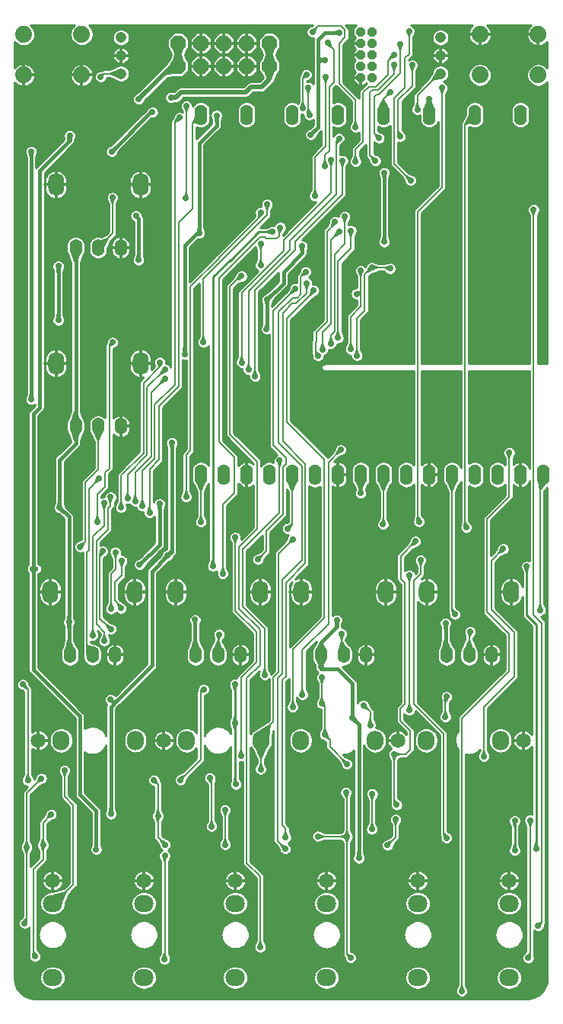
<source format=gbl>
G04 DipTrace 4.0.0.0*
G04 ringsoon.GBL*
%MOIN*%
G04 #@! TF.FileFunction,Copper,L2,Bot*
G04 #@! TF.Part,Single*
%AMOUTLINE14*
4,1,8,
-0.008419,-0.020325,
-0.020325,-0.008419,
-0.020325,0.008419,
-0.008419,0.020325,
0.008419,0.020325,
0.020325,0.008419,
0.020325,-0.008419,
0.008419,-0.020325,
-0.008419,-0.020325,
0*%
%AMOUTLINE15*
4,1,8,
-0.034184,0.014159,
-0.014159,0.034184,
0.014159,0.034184,
0.034184,0.014159,
0.034184,-0.014159,
0.014159,-0.034184,
-0.014159,-0.034184,
-0.034184,-0.014159,
-0.034184,0.014159,
0*%
G04 #@! TA.AperFunction,Conductor*
%ADD14C,0.015*%
%ADD17C,0.01*%
%ADD18C,0.007*%
%ADD19C,0.02*%
G04 #@! TA.AperFunction,CopperBalancing*
%ADD20C,0.009*%
%ADD21C,0.013*%
G04 #@! TA.AperFunction,ComponentPad*
%ADD44O,0.075X0.085*%
%ADD45C,0.065*%
%ADD46O,0.085X0.075*%
%ADD48C,0.047559*%
%ADD51O,0.054X0.074*%
%ADD52O,0.07X0.1*%
%ADD53O,0.055X0.09*%
%ADD54C,0.074*%
G04 #@! TA.AperFunction,ViaPad*
%ADD56C,0.027559*%
G04 #@! TA.AperFunction,ComponentPad*
%ADD117OUTLINE14*%
%ADD118OUTLINE15*%
%FSLAX26Y26*%
G04*
G70*
G90*
G75*
G01*
G04 Bottom*
%LPD*%
G36*
X1737723Y4208366D2*
X1726711Y4194320D1*
X1725274Y4192883D1*
X1711634Y4206524D1*
X1713071Y4207961D1*
X1727117Y4218972D1*
X1737723Y4208366D1*
G37*
G36*
X1810375Y4646769D2*
X1828094Y4648915D1*
X1830126D1*
Y4629623D1*
X1828094D1*
X1810375Y4631769D1*
Y4646769D1*
G37*
X1712933Y4194182D2*
D14*
X1745849Y4227098D1*
Y4521190D1*
Y4611722D1*
X1773396Y4639269D1*
X1837934D1*
G36*
X2042299Y3752992D2*
X2044445Y3735273D1*
Y3733241D1*
X2025153D1*
Y3735273D1*
X2027299Y3752992D1*
X2042299D1*
G37*
G36*
X2027299Y3999879D2*
X2025153Y4017598D1*
Y4019630D1*
X2044445D1*
Y4017598D1*
X2042299Y3999879D1*
X2027299D1*
G37*
X2034799Y3725433D2*
D14*
Y4027438D1*
G36*
X1528499Y3371451D2*
X1529606Y3353251D1*
X1529483Y3351222D1*
X1510224Y3352337D1*
X1510348Y3354366D1*
X1513499Y3371451D1*
X1528499D1*
G37*
G36*
X1513499Y3444354D2*
X1511353Y3462073D1*
Y3464105D1*
X1530644D1*
Y3462073D1*
X1528499Y3444354D1*
X1513499D1*
G37*
G36*
X1545789Y3486097D2*
X1534777Y3472051D1*
X1533340Y3470614D1*
X1519699Y3484255D1*
X1521136Y3485692D1*
X1535182Y3496703D1*
X1545789Y3486097D1*
G37*
G36*
X1667934Y3679125D2*
X1665789Y3696844D1*
Y3698875D1*
X1685080D1*
Y3696844D1*
X1682934Y3679125D1*
X1667934D1*
G37*
X1519408Y3343984D2*
D14*
X1520999D1*
Y3471913D1*
X1593189Y3544104D1*
Y3593752D1*
X1675434Y3675997D1*
Y3706684D1*
G36*
X1748022Y4528690D2*
X1766324Y4529521D1*
X1768352Y4529365D1*
X1766942Y4510125D1*
X1764916Y4510281D1*
X1748022Y4513690D1*
Y4528690D1*
G37*
G36*
X1768349Y4513690D2*
X1766003Y4513505D1*
X1763714Y4512957D1*
X1761539Y4512055D1*
X1759533Y4510825D1*
X1757743Y4509297D1*
X1756214Y4507506D1*
X1754984Y4505500D1*
X1754083Y4503325D1*
X1753534Y4501037D1*
X1753349Y4498690D1*
X1745849Y4521190D1*
X1753349Y4543690D1*
X1753534Y4541344D1*
X1754083Y4539055D1*
X1754984Y4536881D1*
X1756214Y4534874D1*
X1757743Y4533084D1*
X1759533Y4531555D1*
X1761539Y4530325D1*
X1763714Y4529424D1*
X1766003Y4528875D1*
X1768349Y4528690D1*
Y4513690D1*
G37*
X1775434Y4519182D2*
D14*
X1773426Y4521190D1*
X1745849D1*
G36*
X2239184Y4350003D2*
X2250934Y4318724D1*
Y4314224D1*
X2212434D1*
Y4318724D1*
X2224184Y4350003D1*
X2239184D1*
G37*
G36*
X2224184Y4322444D2*
X2222038Y4340163D1*
Y4343862D1*
X2241329D1*
Y4340163D1*
X2239184Y4322444D1*
X2224184D1*
G37*
X2231684Y4281585D2*
D14*
Y4350003D1*
G36*
X1231804Y3791587D2*
X1233950Y3773867D1*
Y3770168D1*
X1214659D1*
Y3773867D1*
X1216804Y3791587D1*
X1231804D1*
G37*
G36*
X1292971Y4250857D2*
X1290825Y4268576D1*
Y4272276D1*
X1310117D1*
Y4268576D1*
X1307971Y4250857D1*
X1292971D1*
G37*
X1224304Y3764027D2*
D14*
Y4157915D1*
X1300471Y4234081D1*
Y4278416D1*
G36*
X1931127Y1056262D2*
X1933273Y1038543D1*
Y1034844D1*
X1913982D1*
Y1038543D1*
X1916127Y1056262D1*
X1931127D1*
G37*
G36*
X1910353Y1617331D2*
X1896307Y1628342D1*
X1893690Y1630958D1*
X1907332Y1644600D1*
X1909947Y1641983D1*
X1920959Y1627937D1*
X1910353Y1617331D1*
G37*
G36*
X1903669Y1669680D2*
X1905815Y1651961D1*
Y1648261D1*
X1886524D1*
Y1651961D1*
X1888669Y1669680D1*
X1903669D1*
G37*
G36*
X1755871Y1848888D2*
X1755266Y1852820D1*
X1751950Y1854462D1*
X1763768Y1857762D1*
X1767083Y1856121D1*
X1780862Y1863621D1*
X1755871Y1848888D1*
G37*
G36*
D2*
X1755266Y1852820D1*
X1751950Y1854462D1*
X1763768Y1857762D1*
X1767083Y1856121D1*
X1780862Y1863621D1*
X1755871Y1848888D1*
G37*
G36*
D2*
X1755266Y1852820D1*
X1751950Y1854462D1*
X1763768Y1857762D1*
X1767083Y1856121D1*
X1780862Y1863621D1*
X1755871Y1848888D1*
G37*
X1923627Y1028703D2*
D14*
Y1614663D1*
X1896169Y1642121D1*
Y1792737D1*
X1832786Y1856121D1*
X1757856D1*
Y1866354D1*
G36*
X2310949Y1982161D2*
X2323912Y1950592D1*
X2324209Y1946904D1*
X2287772Y1942140D1*
X2287475Y1945828D1*
X2295949Y1982161D1*
X2310949D1*
G37*
G36*
X660782Y1982131D2*
X673815Y1950661D1*
X674122Y1946974D1*
X637701Y1942042D1*
X637394Y1945730D1*
X645782Y1982131D1*
X660782D1*
G37*
G36*
X2295949Y2029925D2*
X2293803Y2047644D1*
Y2051344D1*
X2313094D1*
Y2047644D1*
X2310949Y2029925D1*
X2295949D1*
G37*
G36*
X645782Y2034917D2*
X643636Y2052636D1*
Y2056336D1*
X662928D1*
Y2052636D1*
X660782Y2034917D1*
X645782D1*
G37*
X2308258Y1918593D2*
D14*
X2303449D1*
Y2057484D1*
X653282Y2062476D2*
Y1923569D1*
X658258Y1918593D1*
G36*
X660782Y2090035D2*
X662928Y2072316D1*
Y2068617D1*
X643636D1*
Y2072316D1*
X645782Y2090035D1*
X660782D1*
G37*
G36*
X626428Y2538073D2*
X612382Y2549085D1*
X609765Y2551701D1*
X623407Y2565342D1*
X626022Y2562726D1*
X637034Y2548680D1*
X626428Y2538073D1*
G37*
X653282Y2062476D2*
D14*
Y2521825D1*
X612244Y2562863D1*
G36*
X675758Y2854593D2*
X664358Y2889311D1*
Y2893012D1*
X702159D1*
Y2889311D1*
X690758Y2854593D1*
X675758D1*
G37*
G36*
X619744Y2590423D2*
X621890Y2572703D1*
Y2569004D1*
X602598D1*
Y2572703D1*
X604744Y2590423D1*
X619744D1*
G37*
X612244Y2562863D2*
D14*
Y2771491D1*
X683258Y2842505D1*
Y2918593D1*
G36*
X690758Y2982593D2*
X702159Y2947875D1*
Y2944174D1*
X664358D1*
Y2947875D1*
X675758Y2982593D1*
X690758D1*
G37*
G36*
X675758Y3635894D2*
X664358Y3670611D1*
Y3674312D1*
X702159D1*
Y3670611D1*
X690758Y3635894D1*
X675758D1*
G37*
X683258Y2918593D2*
D14*
Y3699894D1*
G36*
X1213744Y1982518D2*
X1226069Y1948886D1*
X1226194Y1945188D1*
X1188429Y1943084D1*
X1188304Y1946782D1*
X1198744Y1982518D1*
X1213744D1*
G37*
G36*
X1198744Y2044428D2*
X1196598Y2062147D1*
Y2065846D1*
X1215890D1*
Y2062147D1*
X1213744Y2044428D1*
X1198744D1*
G37*
X1208258Y1918593D2*
D14*
X1206244D1*
Y2071987D1*
G36*
X1765758Y1974012D2*
X1777159Y1947875D1*
Y1944174D1*
X1739358D1*
Y1947875D1*
X1750758Y1974012D1*
X1765758D1*
G37*
G36*
X1818951Y2043283D2*
X1816806Y2061003D1*
Y2064702D1*
X1836097D1*
Y2061003D1*
X1833951Y2043283D1*
X1818951D1*
G37*
X1758258Y1918593D2*
D14*
Y1974012D1*
X1826451Y2042205D1*
Y2070842D1*
G36*
X1211114Y3769833D2*
X1211593Y3769348D1*
X1215182Y3770247D1*
X1214891Y3760366D1*
X1211302Y3759467D1*
X1206861Y3744420D1*
X1211114Y3769833D1*
G37*
G36*
X1167882Y3262186D2*
X1170027Y3244467D1*
Y3240768D1*
X1150736D1*
Y3244467D1*
X1152882Y3262186D1*
X1167882D1*
G37*
G36*
X1215335Y3774054D2*
X1222904Y3750319D1*
X1226604Y3750360D1*
X1215001Y3759506D1*
X1211302Y3759467D1*
X1206861Y3744420D1*
X1215335Y3774054D1*
G37*
X1224304Y3764027D2*
D14*
X1215862D1*
X1160382Y3708547D1*
Y3234627D1*
G36*
X1750356Y1866354D2*
X1739060Y1889609D1*
X1739092Y1893308D1*
X1776891Y1892722D1*
X1776858Y1889022D1*
X1765356Y1866354D1*
X1750356D1*
G37*
G36*
X1765356Y1893913D2*
X1767501Y1876194D1*
Y1872495D1*
X1748210D1*
Y1876194D1*
X1750356Y1893913D1*
X1765356D1*
G37*
X1757856Y1866354D2*
D14*
Y1918190D1*
X1758258Y1918593D1*
G36*
X1385962Y1379248D2*
X1392894Y1363261D1*
D1*
X1373781Y1360636D1*
D1*
X1375962Y1379248D1*
X1385962D1*
G37*
G36*
X1375962Y1593594D2*
X1371316Y1611314D1*
D1*
X1390608D1*
D1*
X1385962Y1593594D1*
X1375962D1*
G37*
G36*
X1385962Y1648713D2*
X1390608Y1630993D1*
D1*
X1371316D1*
D1*
X1375962Y1648713D1*
X1385962D1*
G37*
G36*
X1375962Y1762980D2*
X1371316Y1780699D1*
D1*
X1390608D1*
D1*
X1385962Y1762980D1*
X1375962D1*
G37*
X1384676Y1352199D2*
D17*
X1380962D1*
Y1621153D1*
Y1790539D1*
G36*
X1682172Y4338563D2*
X1688318Y4320844D1*
D1*
X1669026D1*
D1*
X1675172Y4338563D1*
X1682172D1*
G37*
G36*
X1676197Y4443647D2*
X1680405Y4456546D1*
D1*
X1694046Y4442905D1*
D1*
X1681147Y4438697D1*
X1676197Y4443647D1*
G37*
X1678672Y4311004D2*
D18*
Y4441172D1*
X1694184Y4456684D1*
G36*
X2474823Y1500836D2*
X2480968Y1483117D1*
Y1479367D1*
X2461677D1*
Y1483117D1*
X2467823Y1500836D1*
X2474823D1*
G37*
G36*
X2534243Y2365000D2*
X2542426Y2381874D1*
X2545077Y2384526D1*
X2558719Y2370884D1*
X2556067Y2368234D1*
X2539193Y2360050D1*
X2534243Y2365000D1*
G37*
X2471323Y1473277D2*
D18*
Y1691307D1*
X2604471Y1824455D1*
Y2015856D1*
X2503340Y2116987D1*
Y2329147D1*
X2556205Y2382012D1*
G36*
X2410184Y1982593D2*
X2425584Y1947875D1*
Y1944174D1*
X2387783D1*
Y1947875D1*
X2403184Y1982593D1*
X2410184D1*
G37*
G36*
X2403184Y1993119D2*
X2400465Y2011854D1*
X2401207Y2015479D1*
X2420152Y2011835D1*
X2419408Y2008210D1*
X2410184Y1993119D1*
X2403184D1*
G37*
G36*
X820560Y2052945D2*
X837434Y2044761D1*
X840051Y2042146D1*
X826409Y2028505D1*
X823794Y2031121D1*
X815610Y2047996D1*
X820560Y2052945D1*
G37*
G36*
X784588Y2348390D2*
X787256Y2367640D1*
X789075Y2370862D1*
X806177Y2361936D1*
X804357Y2358715D1*
X791588Y2348390D1*
X784588D1*
G37*
X2406684Y1918593D2*
D18*
Y2014584D1*
X2411795Y2019695D1*
X837572Y2030983D2*
X808405Y2060151D1*
X806072D1*
X788088Y2078134D1*
Y2359629D1*
X800360Y2371902D1*
G36*
X1570866Y3761622D2*
X1568004Y3780346D1*
D1*
X1586976Y3776854D1*
D1*
X1577866Y3761622D1*
X1570866D1*
G37*
G36*
X1330966Y2301476D2*
X1337111Y2283757D1*
D1*
X1317820D1*
D1*
X1323966Y2301476D1*
X1330966D1*
G37*
G36*
X2140772Y2239655D2*
X2134626Y2257374D1*
D1*
X2153917D1*
D1*
X2147772Y2239655D1*
X2140772D1*
G37*
G36*
X2147772Y1703594D2*
X2153917Y1685875D1*
D1*
X2134626D1*
D1*
X2140772Y1703594D1*
X2147772D1*
G37*
X1579272Y3788278D2*
D18*
X1574366Y3783373D1*
Y3750492D1*
X1562699Y3738825D1*
X1519744D1*
X1510198Y3748371D1*
X1491106D1*
X1310257Y3567522D1*
Y2850707D1*
X1378739Y2782226D1*
Y2627463D1*
X1327466Y2576190D1*
Y2273917D1*
X2144272Y2267214D2*
Y1676035D1*
G36*
X2306445Y1674105D2*
X2312590Y1656386D1*
D1*
X2293299D1*
D1*
X2299445Y1674105D1*
X2306445D1*
G37*
G36*
X2299445Y1709479D2*
X2296405Y1728186D1*
D1*
X2315412Y1724884D1*
D1*
X2306445Y1709479D1*
X2299445D1*
G37*
X2302945Y1646546D2*
D18*
Y1731583D1*
X2307593Y1736231D1*
G36*
X2714488Y2637936D2*
X2707325Y2676518D1*
X2708333Y2680904D1*
X2741052Y2667470D1*
X2740045Y2663084D1*
X2721488Y2637936D1*
X2714488D1*
G37*
G36*
X2721488Y2140492D2*
X2727634Y2122773D1*
Y2118273D1*
X2708342D1*
Y2122773D1*
X2714488Y2140492D1*
X2721488D1*
G37*
G36*
X869619Y2147537D2*
X884087Y2135517D1*
X886331Y2131617D1*
X869772Y2121720D1*
X867527Y2125619D1*
X864669Y2142587D1*
X869619Y2147537D1*
G37*
G36*
X881635Y2303206D2*
X875489Y2320925D1*
Y2325425D1*
X894781D1*
Y2320925D1*
X888635Y2303206D1*
X881635D1*
G37*
X2731684Y2706782D2*
D18*
X2717988D1*
Y2112933D1*
X880856Y2122122D2*
Y2131350D1*
X854580Y2157626D1*
Y2235258D1*
X885135Y2265814D1*
Y2330765D1*
G36*
X2081677Y1285621D2*
X2093695Y1275087D1*
X2095668Y1271896D1*
X2078167Y1263779D1*
X2076195Y1266970D1*
X2074689Y1272727D1*
X2081677Y1285621D1*
G37*
G36*
X2074677Y1457205D2*
X2068531Y1474924D1*
Y1478673D1*
X2087823D1*
Y1474924D1*
X2081677Y1457205D1*
X2074677D1*
G37*
X2089087Y1262101D2*
D18*
X2078177Y1273010D1*
Y1484764D1*
G36*
X2105736Y1481264D2*
X2088017Y1475118D1*
X2084268D1*
Y1494409D1*
X2088017D1*
X2105736Y1488264D1*
Y1481264D1*
G37*
G36*
X2149215Y2398180D2*
X2157399Y2415054D1*
X2160050Y2417706D1*
X2173692Y2404064D1*
X2171039Y2401413D1*
X2154165Y2393230D1*
X2149215Y2398180D1*
G37*
X2078177Y1484764D2*
D18*
X2129319D1*
X2149169Y1504613D1*
Y1585768D1*
X2105153Y1629783D1*
Y1682052D1*
X2125785Y1702685D1*
Y2232251D1*
X2106529Y2251508D1*
Y2350543D1*
X2171177Y2415192D1*
G36*
X1851042Y1980999D2*
X1869063Y1952588D1*
X1869619Y1948930D1*
X1834312Y1939194D1*
X1833756Y1942852D1*
X1844042Y1980999D1*
X1851042D1*
G37*
G36*
X1844042Y1983869D2*
X1837896Y2001588D1*
Y2005287D1*
X1857188D1*
Y2001588D1*
X1851042Y1983869D1*
X1844042D1*
G37*
G36*
X812006Y2006363D2*
X818152Y1988644D1*
Y1984945D1*
X798861D1*
Y1988644D1*
X805006Y2006363D1*
X812006D1*
G37*
G36*
X832517Y2581472D2*
X826371Y2599192D1*
Y2602891D1*
X845663D1*
Y2599192D1*
X839517Y2581472D1*
X832517D1*
G37*
X1856684Y1918593D2*
D18*
X1847542D1*
Y2011428D1*
X808506Y1978804D2*
Y2017568D1*
X773495Y2052581D1*
Y2417713D1*
X823512Y2467731D1*
Y2559013D1*
X836017Y2571518D1*
Y2609031D1*
G36*
X2071169Y1102479D2*
X2062986Y1085605D1*
D1*
X2049345Y1099245D1*
D1*
X2066219Y1107429D1*
X2071169Y1102479D1*
G37*
G36*
X2081640Y1171484D2*
X2075495Y1189203D1*
D1*
X2094786D1*
D1*
X2088640Y1171484D1*
X2081640D1*
G37*
X2049207Y1085467D2*
D18*
X2085140Y1121400D1*
Y1199043D1*
G36*
X2296962Y1140117D2*
X2309975Y1131499D1*
D1*
X2293794Y1120995D1*
D1*
X2292012Y1135168D1*
X2296962Y1140117D1*
G37*
G36*
X2190803Y2305455D2*
X2184657Y2323174D1*
D1*
X2203949D1*
D1*
X2197803Y2305455D1*
X2190803D1*
G37*
X2307243Y1117992D2*
D18*
Y1124886D1*
X2294487Y1137642D1*
Y1573756D1*
X2163899Y1704344D1*
Y2242667D1*
X2194303Y2273071D1*
Y2333014D1*
G36*
X1622409Y3502947D2*
X1630223Y3519923D1*
D1*
X1644119Y3506541D1*
D1*
X1627360Y3497997D1*
X1622409Y3502947D1*
G37*
G36*
X1503720Y2353020D2*
X1495537Y2336146D1*
D1*
X1481896Y2349786D1*
D1*
X1498770Y2357970D1*
X1503720Y2353020D1*
G37*
X1643997Y3520320D2*
D18*
X1644732D1*
X1548597Y3424185D1*
Y2835318D1*
X1605192Y2778723D1*
Y2753480D1*
X1591798Y2740087D1*
Y2534016D1*
X1517966Y2460184D1*
Y2372215D1*
X1481758Y2336008D1*
G36*
X2328184Y2634282D2*
X2312433Y2669643D1*
Y2674143D1*
X2350934D1*
Y2669643D1*
X2335184Y2634282D1*
X2328184D1*
G37*
G36*
X2335184Y2119281D2*
X2348339Y2109039D1*
X2350640Y2105173D1*
X2333744Y2095865D1*
X2331441Y2099731D1*
X2328184Y2119281D1*
X2335184D1*
G37*
G36*
X841434Y2146743D2*
X847580Y2129024D1*
Y2124524D1*
X828289D1*
Y2129024D1*
X834434Y2146743D1*
X841434D1*
G37*
G36*
X854501Y2340593D2*
X847905Y2358050D1*
X847782Y2362547D1*
X867067Y2363042D1*
X867190Y2358543D1*
X861501Y2340593D1*
X854501D1*
G37*
X2331684Y2706782D2*
D18*
Y2108720D1*
X2344638Y2095766D1*
X837934Y2119184D2*
Y2271959D1*
X858001Y2292026D1*
Y2367428D1*
X857295Y2368134D1*
G36*
X1668752Y3577172D2*
X1676936Y3594046D1*
D1*
X1690576Y3580405D1*
D1*
X1673702Y3572222D1*
X1668752Y3577172D1*
G37*
G36*
X1584461Y1091646D2*
X1601335Y1083462D1*
D1*
X1587694Y1069821D1*
D1*
X1579510Y1086695D1*
X1584461Y1091646D1*
G37*
X1690714Y3594184D2*
D18*
X1669085Y3572555D1*
Y3496827D1*
X1653115Y3480857D1*
X1633555D1*
X1572122Y3419424D1*
Y2845718D1*
X1674043Y2743797D1*
Y2332587D1*
X1587790Y2246333D1*
Y1836201D1*
X1566753Y1815164D1*
Y1104403D1*
X1601472Y1069684D1*
G36*
X778184Y2854593D2*
X762783Y2889311D1*
Y2893012D1*
X800584D1*
Y2889311D1*
X785184Y2854593D1*
X778184D1*
G37*
G36*
X724806Y2408739D2*
X716622Y2391863D1*
X714006Y2389248D1*
X700365Y2402888D1*
X702982Y2405504D1*
X719856Y2413689D1*
X724806Y2408739D1*
G37*
X781684Y2918593D2*
D18*
Y2730668D1*
X723844Y2672828D1*
Y2412726D1*
X702844Y2391726D1*
G36*
X826676Y3739936D2*
X808684Y3700747D1*
X806067Y3698130D1*
X793115Y3730335D1*
X795731Y3732951D1*
X821726Y3744886D1*
X826676Y3739936D1*
G37*
G36*
X840684Y3891625D2*
X834538Y3909344D1*
Y3913043D1*
X853829D1*
Y3909344D1*
X847684Y3891625D1*
X840684D1*
G37*
X844184Y3919184D2*
D18*
Y3762394D1*
X781684Y3699894D1*
G36*
X1491184Y1464188D2*
X1468433Y1512407D1*
Y1516657D1*
X1520933D1*
Y1512407D1*
X1498184Y1464188D1*
X1491184D1*
G37*
G36*
X1498184Y1445104D2*
X1503348Y1426925D1*
X1503130Y1423182D1*
X1483867Y1424237D1*
X1484085Y1427980D1*
X1491184Y1445104D1*
X1498184D1*
G37*
X1493178Y1417627D2*
D18*
X1494684Y1419132D1*
Y1544188D1*
G36*
X1538085Y1612653D2*
X1531818Y1554415D1*
X1529888Y1551198D1*
X1484344Y1582517D1*
X1486273Y1585732D1*
X1533135Y1617604D1*
X1538085Y1612653D1*
G37*
G36*
X1613105Y2408080D2*
X1621289Y2424954D1*
X1623940Y2427606D1*
X1637581Y2413965D1*
X1634929Y2411314D1*
X1618055Y2403130D1*
X1613105Y2408080D1*
G37*
X1494684Y1544188D2*
D18*
Y1574202D1*
X1547936Y1627454D1*
Y1819234D1*
X1570720Y1842017D1*
Y2360745D1*
X1635067Y2425092D1*
G36*
X1310184Y1982593D2*
X1325584Y1947875D1*
Y1944174D1*
X1287783D1*
Y1947875D1*
X1303184Y1982593D1*
X1310184D1*
G37*
G36*
X1303184Y1981627D2*
X1300584Y2000367D1*
X1301353Y2003987D1*
X1320273Y2000215D1*
X1319503Y1996596D1*
X1310184Y1981627D1*
X1303184D1*
G37*
G36*
X761517Y2030690D2*
X767663Y2012971D1*
Y2009272D1*
X748371D1*
Y2012971D1*
X754517Y2030690D1*
X761517D1*
G37*
G36*
X803285Y2554587D2*
X797953Y2572697D1*
X798131Y2576392D1*
X817403Y2575516D1*
X817224Y2571820D1*
X810285Y2554587D1*
X803285D1*
G37*
X1306684Y1918593D2*
D18*
Y2002849D1*
X1311967Y2008132D1*
X758017Y2003131D2*
Y2435786D1*
X806785Y2484554D1*
Y2580839D1*
X808035Y2582089D1*
G36*
X1691097Y3516625D2*
X1684951Y3534344D1*
D1*
X1704243D1*
D1*
X1698097Y3516625D1*
X1691097D1*
G37*
G36*
X1606348Y1147710D2*
X1612493Y1129991D1*
D1*
X1593202D1*
D1*
X1599348Y1147710D1*
X1606348D1*
G37*
X1694597Y3544184D2*
D18*
Y3500631D1*
X1649626Y3455660D1*
X1631695D1*
X1590818Y3414782D1*
Y2851920D1*
X1688819Y2753919D1*
Y2318674D1*
X1603761Y2233618D1*
Y1824976D1*
X1588634Y1809849D1*
Y1174207D1*
X1602848Y1159993D1*
Y1120151D1*
G36*
X1341004Y1115480D2*
X1347559Y1097999D1*
D1*
X1328273Y1097548D1*
D1*
X1334004Y1115480D1*
X1341004D1*
G37*
G36*
X1334004Y1212454D2*
X1327858Y1230173D1*
D1*
X1347150D1*
D1*
X1341004Y1212454D1*
X1334004D1*
G37*
X1338146Y1087936D2*
D18*
X1337504Y1088577D1*
Y1240013D1*
G36*
X1928184Y2634282D2*
X1912433Y2669643D1*
Y2674143D1*
X1950933D1*
Y2669643D1*
X1935184Y2634282D1*
X1928184D1*
G37*
G36*
X1481252Y3832845D2*
X1480684Y3848547D1*
X1481987Y3852854D1*
X1499866Y3845609D1*
X1498563Y3841302D1*
X1495892Y3837590D1*
X1481252Y3832845D1*
G37*
G36*
X1170483Y2636936D2*
X1176629Y2619216D1*
Y2614716D1*
X1157337D1*
Y2619216D1*
X1163483Y2636936D1*
X1170483D1*
G37*
G36*
X1935184Y2653568D2*
X1941329Y2635849D1*
Y2631349D1*
X1922038D1*
Y2635849D1*
X1928184Y2653568D1*
X1935184D1*
G37*
X1493319Y3854045D2*
D18*
Y3839963D1*
X1310206Y3656850D1*
Y3654912D1*
X1185190Y3529896D1*
Y2812299D1*
X1166983Y2794092D1*
Y2609377D1*
X1931684Y2626009D2*
Y2706782D1*
G36*
X1928156Y3572874D2*
X1922010Y3590593D1*
D1*
X1941302D1*
D1*
X1935156Y3572874D1*
X1928156D1*
G37*
G36*
X1891140Y3282933D2*
X1897286Y3265214D1*
D1*
X1877995D1*
D1*
X1884140Y3282933D1*
X1891140D1*
G37*
X1931656Y3600433D2*
D18*
Y3508293D1*
Y3442256D1*
X1887640Y3398240D1*
Y3255374D1*
G36*
X1932010Y3503697D2*
X1926808Y3493967D1*
D1*
X1918071Y3511165D1*
D1*
X1927060Y3508647D1*
X1932010Y3503697D1*
G37*
G36*
X1928156Y3495348D2*
X1928069Y3496442D1*
X1927814Y3497510D1*
X1927394Y3498526D1*
X1926819Y3499462D1*
X1926106Y3500298D1*
X1925270Y3501010D1*
X1924335Y3501585D1*
X1923319Y3502005D1*
X1922251Y3502261D1*
X1921156Y3502348D1*
Y3509348D1*
X1922251Y3509434D1*
X1923319Y3509690D1*
X1924335Y3510110D1*
X1925270Y3510685D1*
X1926106Y3511398D1*
X1926819Y3512234D1*
X1927394Y3513169D1*
X1927814Y3514185D1*
X1928069Y3515253D1*
X1928156Y3516348D1*
X1931656Y3505848D1*
X1928156Y3495348D1*
G37*
X1913667Y3498109D2*
D18*
Y3505848D1*
X1929211D1*
X1931656Y3508293D1*
G36*
X1958244Y3595611D2*
X1966428Y3612486D1*
D1*
X1980068Y3598845D1*
D1*
X1963194Y3590661D1*
X1958244Y3595611D1*
G37*
G36*
X1919000Y3255062D2*
X1925146Y3237342D1*
D1*
X1905854D1*
D1*
X1912000Y3255062D1*
X1919000D1*
G37*
X1980206Y3612623D2*
D18*
X1949449Y3581866D1*
Y3424611D1*
X1915500Y3390663D1*
Y3227503D1*
G36*
X2007765Y3609123D2*
X1990046Y3602978D1*
D1*
Y3622269D1*
D1*
X2007765Y3616123D1*
Y3609123D1*
G37*
G36*
X2033545Y3616123D2*
X2052199Y3619560D1*
D1*
X2049319Y3600486D1*
D1*
X2033545Y3609123D1*
Y3616123D1*
G37*
X1980206Y3612623D2*
D18*
X2056420D1*
X2060489Y3608554D1*
G36*
X1815971Y3752172D2*
X1824155Y3769046D1*
D1*
X1837795Y3755405D1*
D1*
X1820921Y3747222D1*
X1815971Y3752172D1*
G37*
G36*
X1767668Y3281877D2*
X1773814Y3264157D1*
D1*
X1754522D1*
D1*
X1760668Y3281877D1*
X1767668D1*
G37*
X1837933Y3769184D2*
D18*
X1801174Y3732425D1*
Y3367240D1*
X1764168Y3330234D1*
Y3254318D1*
G36*
X1885890Y3747062D2*
X1879744Y3764781D1*
D1*
X1899035D1*
D1*
X1892890Y3747062D1*
X1885890D1*
G37*
G36*
X1836195Y3333058D2*
X1842341Y3315339D1*
D1*
X1823050D1*
D1*
X1829195Y3333058D1*
X1836195D1*
G37*
X1889390Y3774621D2*
D18*
Y3695474D1*
X1832695Y3638779D1*
Y3305499D1*
G36*
X1800861Y3793311D2*
X1805610Y3810558D1*
D1*
X1821287Y3799315D1*
D1*
X1805811Y3788361D1*
X1800861Y3793311D1*
G37*
G36*
X1736810Y3249793D2*
X1749189Y3239409D1*
D1*
X1731888Y3230874D1*
D1*
X1729810Y3249793D1*
X1736810D1*
G37*
X1819184Y3812933D2*
D18*
Y3806684D1*
X1784258Y3771758D1*
Y3377265D1*
X1736598Y3329605D1*
Y3289769D1*
X1733310Y3286480D1*
Y3237899D1*
X1744892Y3226316D1*
G36*
X1858420Y3808978D2*
X1852274Y3826697D1*
D1*
X1871566D1*
D1*
X1865420Y3808978D1*
X1858420D1*
G37*
G36*
X1805108Y3307584D2*
X1811253Y3289865D1*
D1*
X1791962D1*
D1*
X1798108Y3307584D1*
X1805108D1*
G37*
X1861920Y3836537D2*
D18*
Y3716695D1*
X1816925Y3671701D1*
Y3332646D1*
X1801608Y3317328D1*
Y3280025D1*
G36*
X1995121Y4201089D2*
X2011995Y4192905D1*
X2013432Y4191468D1*
X1999791Y4177828D1*
X1998354Y4179265D1*
X1990171Y4196139D1*
X1995121Y4201089D1*
G37*
G36*
X2102538Y4562703D2*
X2096392Y4580423D1*
Y4582454D1*
X2115684D1*
Y4580423D1*
X2109538Y4562703D1*
X2102538D1*
G37*
X2012132Y4179127D2*
D18*
X1990781Y4200479D1*
Y4359530D1*
X1999983Y4368732D1*
X2012483D1*
X2106038Y4462287D1*
Y4590262D1*
G36*
X1978894Y4102017D2*
X1995768Y4093833D1*
X1997205Y4092396D1*
X1983564Y4078756D1*
X1982127Y4080193D1*
X1973944Y4097067D1*
X1978894Y4102017D1*
G37*
G36*
X2074587Y4473501D2*
X2069454Y4491692D1*
X2069575Y4493720D1*
X2088836Y4492632D1*
X2088714Y4490604D1*
X2081587Y4473501D1*
X2074587D1*
G37*
X1995905Y4080055D2*
D18*
X1972845Y4103115D1*
Y4379094D1*
X1983835Y4390084D1*
X2008835D1*
X2078087Y4459336D1*
Y4492432D1*
X2086627Y4500972D1*
X2079639D1*
G36*
X2056237Y4527172D2*
X2064421Y4544046D1*
X2065858Y4545483D1*
X2079499Y4531842D1*
X2078062Y4530405D1*
X2061188Y4522222D1*
X2056237Y4527172D1*
G37*
G36*
X1912869Y4104420D2*
X1919014Y4086702D1*
Y4084669D1*
X1899723D1*
Y4086702D1*
X1905869Y4104420D1*
X1912869D1*
G37*
X2078199Y4544184D2*
D18*
X2058707Y4524692D1*
X2057929D1*
X2050942Y4517705D1*
Y4457192D1*
X1998096Y4404345D1*
X1966845D1*
X1942479Y4379979D1*
Y4162588D1*
X1909369Y4129478D1*
Y4076861D1*
G36*
X2139945Y4619972D2*
X2133799Y4637692D1*
Y4639723D1*
X2153090D1*
Y4637692D1*
X2146945Y4619972D1*
X2139945D1*
G37*
G36*
X2133423Y4016146D2*
X2150297Y4007962D1*
X2151734Y4006525D1*
X2138093Y3992884D1*
X2136656Y3994321D1*
X2128472Y4011195D1*
X2133423Y4016146D1*
G37*
X2143445Y4647531D2*
D18*
Y4547604D1*
X2124655Y4528814D1*
Y4399655D1*
X2077681Y4352681D1*
Y4066937D1*
X2150434Y3994184D1*
G36*
X1796934Y4056346D2*
X1790789Y4074066D1*
D1*
X1810080D1*
D1*
X1803934Y4056346D1*
X1796934D1*
G37*
G36*
X1413556Y3225630D2*
X1419702Y3207911D1*
D1*
X1400411D1*
D1*
X1406556Y3225630D1*
X1413556D1*
G37*
G36*
X1047921Y3179371D2*
X1041776Y3188231D1*
D1*
X1061067D1*
D1*
X1054921Y3179371D1*
X1047921D1*
G37*
G36*
X884806Y2590765D2*
X890951Y2573046D1*
D1*
X871660D1*
D1*
X877806Y2590765D1*
X884806D1*
G37*
X1800434Y4083905D2*
D18*
Y3938954D1*
X1595516Y3734035D1*
Y3688407D1*
X1410056Y3502947D1*
Y3198071D1*
X1051421D2*
Y3179371D1*
X980018Y3107968D1*
Y2801692D1*
X881306Y2702979D1*
Y2563206D1*
G36*
X1821010Y4154903D2*
X1823688Y4174139D1*
D1*
X1840782Y4165197D1*
D1*
X1828010Y4154903D1*
X1821010D1*
G37*
G36*
X1443447Y3193993D2*
X1449593Y3176274D1*
D1*
X1430302D1*
D1*
X1436447Y3193993D1*
X1443447D1*
G37*
G36*
X1052087Y3149423D2*
X1060270Y3166297D1*
D1*
X1073911Y3152656D1*
D1*
X1057037Y3144472D1*
X1052087Y3149423D1*
G37*
G36*
X913621Y2630277D2*
X919766Y2612558D1*
D1*
X900475D1*
D1*
X906621Y2630277D1*
X913621D1*
G37*
X1836797Y4178387D2*
D18*
X1824510Y4166101D1*
Y4071661D1*
X1825434Y4072585D1*
Y3934257D1*
X1621096Y3729919D1*
Y3690237D1*
X1439947Y3509089D1*
Y3166434D1*
X1074048D2*
X996323Y3088709D1*
Y2793890D1*
X910121Y2707688D1*
Y2602718D1*
G36*
X1846934Y4053227D2*
X1842316Y4071600D1*
D1*
X1861538Y4069966D1*
D1*
X1853934Y4053227D1*
X1846934D1*
G37*
G36*
X1472373Y3164584D2*
X1478518Y3146865D1*
D1*
X1459227D1*
D1*
X1465373Y3164584D1*
X1472373D1*
G37*
G36*
X1052396Y3109531D2*
X1059863Y3126587D1*
D1*
X1073989Y3113449D1*
D1*
X1057346Y3104581D1*
X1052396Y3109531D1*
G37*
G36*
X946947Y2618634D2*
X953093Y2600915D1*
D1*
X933802D1*
D1*
X939947Y2618634D1*
X946947D1*
G37*
X1852761Y4080588D2*
D18*
X1850434Y4078261D1*
Y3933272D1*
X1644227Y3727064D1*
Y3688587D1*
X1468873Y3513232D1*
Y3137025D1*
X1073629Y3127223D2*
X1074333Y3126518D1*
X1014958Y3067143D1*
Y2787678D1*
X943447Y2716168D1*
Y2591075D1*
G36*
X1518264Y3862048D2*
X1512118Y3879768D1*
D1*
X1531409D1*
D1*
X1525264Y3862048D1*
X1518264D1*
G37*
G36*
X1245814Y3313106D2*
X1251959Y3295388D1*
D1*
X1232668D1*
D1*
X1238814Y3313106D1*
X1245814D1*
G37*
G36*
X827320Y3273190D2*
X830849Y3285409D1*
D1*
X844489Y3271769D1*
D1*
X832270Y3268240D1*
X827320Y3273190D1*
G37*
G36*
X782063Y2528071D2*
X788209Y2510352D1*
D1*
X768917D1*
D1*
X775063Y2528071D1*
X782063D1*
G37*
X1521764Y3889608D2*
D18*
Y3842199D1*
X1242314Y3562749D1*
Y3285547D1*
X844627D2*
X829795Y3270715D1*
Y2735118D1*
X811711Y2717034D1*
Y2654264D1*
X778563Y2621115D1*
Y2500512D1*
G36*
X1844770Y1126894D2*
X1862489Y1133039D1*
D1*
Y1113748D1*
D1*
X1844770Y1119894D1*
Y1126894D1*
G37*
G36*
X1771527Y1119894D2*
X1753386Y1114639D1*
D1*
X1754345Y1133907D1*
D1*
X1771527Y1126894D1*
Y1119894D1*
G37*
X1872329Y1123394D2*
D18*
X1745405D1*
X1744037Y1124762D1*
G36*
X1875829Y1150953D2*
X1881975Y1133234D1*
D1*
X1862684D1*
D1*
X1868829Y1150953D1*
X1875829D1*
G37*
G36*
X1868829Y1290328D2*
X1859405Y1305160D1*
D1*
X1878295Y1309075D1*
D1*
X1875829Y1290328D1*
X1868829D1*
G37*
G36*
X1875829Y1150953D2*
X1881975Y1133234D1*
D1*
X1862684D1*
D1*
X1868829Y1150953D1*
X1875829D1*
G37*
X1872329Y1123394D2*
D18*
Y1311278D1*
X1866854Y1316753D1*
G36*
X1874804Y610902D2*
X1887459Y606937D1*
D1*
X1873819Y593297D1*
D1*
X1869854Y605951D1*
X1874804Y610902D1*
G37*
G36*
X1868829Y1095835D2*
X1862684Y1113554D1*
D1*
X1881975D1*
D1*
X1875829Y1095835D1*
X1868829D1*
G37*
X1887597Y593159D2*
D18*
X1872329Y608426D1*
Y1123394D1*
G36*
X1984153Y1183076D2*
X1990299Y1165357D1*
D1*
X1971008D1*
D1*
X1977153Y1183076D1*
X1984153D1*
G37*
G36*
X1977153Y1283257D2*
X1972197Y1301514D1*
D1*
X1991446Y1300239D1*
D1*
X1984153Y1283257D1*
X1977153D1*
G37*
X1980653Y1155517D2*
D18*
Y1308877D1*
X1982472Y1310695D1*
G36*
X2242993Y4433611D2*
X2257970Y4463470D1*
X2259793Y4464997D1*
X2281265Y4439556D1*
X2279442Y4438030D1*
X2247944Y4428661D1*
X2242993Y4433611D1*
G37*
G36*
X2183291Y4332438D2*
X2189437Y4314719D1*
Y4312341D1*
X2170146D1*
Y4314719D1*
X2176291Y4332438D1*
X2183291D1*
G37*
X2281684Y4461703D2*
D18*
X2276035D1*
X2179791Y4365459D1*
Y4304879D1*
G36*
X2670113Y1167382D2*
X2663967Y1185101D1*
D1*
X2683258D1*
D1*
X2677113Y1167382D1*
X2670113D1*
G37*
G36*
X2677113Y617541D2*
X2677753Y598986D1*
D1*
X2659396Y604917D1*
D1*
X2670113Y617541D1*
X2677113D1*
G37*
X2673613Y1194941D2*
D18*
Y600652D1*
X2665548Y592588D1*
G36*
X1281970Y1195063D2*
X1288115Y1177344D1*
D1*
X1268824D1*
D1*
X1274970Y1195063D1*
X1281970D1*
G37*
G36*
X1274970Y1355335D2*
X1264420Y1368311D1*
D1*
X1282869Y1373947D1*
D1*
X1281970Y1355335D1*
X1274970D1*
G37*
X1278470Y1167504D2*
D18*
Y1372840D1*
X1270769Y1380541D1*
G36*
X966076Y3673261D2*
X968222Y3655542D1*
D1*
X948930D1*
D1*
X951076Y3673261D1*
X966076D1*
G37*
G36*
X951076Y3815590D2*
X956869Y3829361D1*
D1*
X960105Y3834482D1*
D1*
X965727Y3829913D1*
X951076Y3815590D1*
G37*
X958576Y3645702D2*
D14*
Y3827653D1*
X947125Y3839105D1*
G36*
X599559Y3591625D2*
X597413Y3609344D1*
D1*
X616705D1*
D1*
X614559Y3591625D1*
X599559D1*
G37*
G36*
X614559Y3409951D2*
X616705Y3392232D1*
D1*
X597413D1*
D1*
X599559Y3409951D1*
X614559D1*
G37*
X607059Y3619184D2*
D14*
Y3382392D1*
G36*
X2378030Y474126D2*
X2384176Y456407D1*
Y452157D1*
X2364884D1*
Y456407D1*
X2371030Y474126D1*
X2378030D1*
G37*
G36*
X2579087Y2775757D2*
X2572941Y2793476D1*
Y2797726D1*
X2592232D1*
Y2793476D1*
X2586087Y2775757D1*
X2579087D1*
G37*
X2374530Y446567D2*
D18*
Y1640488D1*
X2580950Y1846908D1*
Y2010718D1*
X2485404Y2106264D1*
Y2512883D1*
X2582587Y2610066D1*
Y2803316D1*
G36*
X1822222Y2798837D2*
X1830405Y2815711D1*
D1*
X1844046Y2802071D1*
D1*
X1827172Y2793887D1*
X1822222Y2798837D1*
G37*
G36*
X1679740Y1772122D2*
X1685886Y1754403D1*
D1*
X1666594D1*
D1*
X1672740Y1772122D1*
X1679740D1*
G37*
G36*
X1227719Y1757024D2*
X1229731Y1767726D1*
D1*
X1243371Y1754085D1*
D1*
X1232669Y1752073D1*
X1227719Y1757024D1*
G37*
G36*
X1163946Y1388760D2*
X1155762Y1371886D1*
D1*
X1142122Y1385526D1*
D1*
X1158996Y1393710D1*
X1163946Y1388760D1*
G37*
X1844184Y2815849D2*
D18*
X1789992Y2761657D1*
Y2054707D1*
X1676240Y1940955D1*
Y1744563D1*
X1243509Y1767863D2*
X1230194Y1754548D1*
Y1459958D1*
X1141984Y1371748D1*
G36*
X1057474Y1110409D2*
X1074348Y1102226D1*
D1*
X1060707Y1088585D1*
D1*
X1052524Y1105459D1*
X1057474Y1110409D1*
G37*
G36*
X1039724Y1187184D2*
X1033579Y1204903D1*
D1*
X1052870D1*
D1*
X1046724Y1187184D1*
X1039724D1*
G37*
X1074486Y1088447D2*
D18*
X1043224Y1119709D1*
Y1214743D1*
G36*
X1046724Y1242302D2*
X1052870Y1224583D1*
D1*
X1033579D1*
D1*
X1039724Y1242302D1*
X1046724D1*
G37*
G36*
X1040749Y1349818D2*
X1025856Y1356021D1*
D1*
X1039496Y1369661D1*
D1*
X1045699Y1354768D1*
X1040749Y1349818D1*
G37*
X1043224Y1214743D2*
D18*
Y1352293D1*
X1025718Y1369799D1*
G36*
X834125Y4465203D2*
X864701Y4478349D1*
X867079D1*
Y4445058D1*
X864701D1*
X834125Y4458203D1*
Y4465203D1*
G37*
G36*
X809299Y4459228D2*
X806390Y4447629D1*
X804709Y4445947D1*
X791068Y4459588D1*
X792749Y4461269D1*
X804349Y4464178D1*
X809299Y4459228D1*
G37*
X792611Y4447491D2*
D18*
X806824Y4461703D1*
X881684D1*
G36*
X1076735Y614520D2*
X1082067Y596409D1*
D1*
X1062795Y597286D1*
D1*
X1069735Y614520D1*
X1076735D1*
G37*
G36*
X1069735Y1012121D2*
X1063589Y1029840D1*
D1*
X1082881D1*
D1*
X1076735Y1012121D1*
X1069735D1*
G37*
X1071984Y587017D2*
D18*
X1073235Y588268D1*
Y1039680D1*
G36*
X1853816Y1463289D2*
X1870690Y1455105D1*
D1*
X1857050Y1441465D1*
D1*
X1848866Y1458339D1*
X1853816Y1463289D1*
G37*
G36*
X1791323Y1546978D2*
X1774449Y1555161D1*
D1*
X1788089Y1568802D1*
D1*
X1796273Y1551928D1*
X1791323Y1546978D1*
G37*
X1870828Y1441327D2*
D18*
X1796584Y1515571D1*
Y1546667D1*
X1774311Y1568940D1*
G36*
X1777811Y1596499D2*
X1783957Y1578779D1*
D1*
X1764665D1*
D1*
X1770811Y1596499D1*
X1777811D1*
G37*
G36*
X1771836Y1689993D2*
X1761101Y1692038D1*
D1*
X1774741Y1705678D1*
D1*
X1776786Y1694944D1*
X1771836Y1689993D1*
G37*
X1774311Y1568940D2*
D18*
Y1692468D1*
X1760963Y1705816D1*
G36*
X1765970Y1733293D2*
X1771134Y1715114D1*
D1*
X1751871Y1716171D1*
D1*
X1758970Y1733293D1*
X1765970D1*
G37*
G36*
X1758970Y1792890D2*
X1752824Y1810609D1*
D1*
X1772115D1*
D1*
X1765970Y1792890D1*
X1758970D1*
G37*
X1760963Y1705816D2*
D18*
Y1702360D1*
X1762470Y1700853D1*
Y1820449D1*
G36*
X476719Y1396577D2*
X482865Y1378858D1*
D1*
X463573D1*
D1*
X469719Y1396577D1*
X476719D1*
G37*
G36*
X468643Y1767340D2*
X451769Y1775524D1*
D1*
X465409Y1789164D1*
D1*
X473593Y1772290D1*
X468643Y1767340D1*
G37*
G36*
X1514447Y1858954D2*
X1520593Y1841235D1*
D1*
X1501302D1*
D1*
X1507447Y1858954D1*
X1514447D1*
G37*
G36*
X1572818Y2740916D2*
X1566672Y2758634D1*
D1*
X1585963D1*
D1*
X1579818Y2740916D1*
X1572818D1*
G37*
X473219Y1369018D2*
D18*
Y1767714D1*
X451631Y1789302D1*
X1510947Y1831395D2*
Y2033734D1*
X1413821Y2130860D1*
Y2379286D1*
X1576318Y2541782D1*
Y2768475D1*
G36*
X471517Y768995D2*
X471664Y750583D1*
D1*
X453504Y757092D1*
D1*
X464517Y768995D1*
X471517D1*
G37*
G36*
X464517Y1048384D2*
X458371Y1066104D1*
D1*
X477663D1*
D1*
X471517Y1048384D1*
X464517D1*
G37*
X459264Y744573D2*
D18*
X468017Y753327D1*
Y1075944D1*
G36*
X471517Y1103503D2*
X477663Y1085783D1*
D1*
X458371D1*
D1*
X464517Y1103503D1*
X471517D1*
G37*
G36*
X510321Y1361088D2*
X518505Y1377962D1*
D1*
X532146Y1364321D1*
D1*
X515272Y1356138D1*
X510321Y1361088D1*
G37*
X468017Y1075944D2*
D18*
Y1313833D1*
X532283Y1378100D1*
G36*
X500110Y623495D2*
X510999Y611272D1*
D1*
X492749Y605014D1*
D1*
X493110Y623495D1*
X500110D1*
G37*
G36*
X536327Y1058866D2*
X530181Y1076585D1*
D1*
X549472D1*
D1*
X543327Y1058866D1*
X536327D1*
G37*
X505066Y598835D2*
D18*
X496610Y607290D1*
Y980264D1*
X539827Y1023480D1*
Y1086425D1*
G36*
X543327Y1113984D2*
X549472Y1096265D1*
D1*
X530181D1*
D1*
X536327Y1113984D1*
X543327D1*
G37*
G36*
X553564Y1203760D2*
X561748Y1220634D1*
D1*
X575388Y1206993D1*
D1*
X558514Y1198810D1*
X553564Y1203760D1*
G37*
X539827Y1086425D2*
D18*
Y1185072D1*
X575526Y1220772D1*
G36*
X2099913Y4210828D2*
X2110580Y4198096D1*
D1*
X2092194Y4192255D1*
D1*
X2092913Y4210828D1*
X2099913D1*
G37*
G36*
X2153899Y4471121D2*
X2147753Y4488840D1*
D1*
X2167045D1*
D1*
X2160899Y4471121D1*
X2153899D1*
G37*
X2104367Y4185797D2*
D18*
X2096413Y4193751D1*
Y4346413D1*
X2157399Y4407399D1*
Y4498680D1*
G36*
X1171903Y3942514D2*
X1176247Y3924059D1*
D1*
X1157052Y3925983D1*
D1*
X1164903Y3942514D1*
X1171903D1*
G37*
G36*
X1164903Y4292597D2*
X1158757Y4310316D1*
D1*
X1178048D1*
D1*
X1171903Y4292597D1*
X1164903D1*
G37*
X1165668Y3915230D2*
D18*
X1168403Y3917965D1*
Y4320156D1*
G36*
X1912039Y4254315D2*
X1918185Y4236596D1*
D1*
X1898894D1*
D1*
X1905039Y4254315D1*
X1912039D1*
G37*
G36*
X1742240Y4661125D2*
X1734056Y4644251D1*
D1*
X1720416Y4657891D1*
D1*
X1737290Y4666075D1*
X1742240Y4661125D1*
G37*
X1908539Y4226756D2*
D18*
Y4346608D1*
X1837934Y4417213D1*
Y4594184D1*
X1862932Y4619181D1*
Y4652068D1*
X1844902Y4670098D1*
X1746264D1*
X1720278Y4644113D1*
G36*
X644211Y879555D2*
X623727Y837020D1*
X620478Y834281D1*
X580707Y865945D1*
X583957Y868684D1*
X639261Y884505D1*
X644211Y879555D1*
G37*
G36*
X630827Y1386005D2*
X624681Y1403724D1*
Y1407974D1*
X643972D1*
Y1403724D1*
X637827Y1386005D1*
X630827D1*
G37*
X581684Y831184D2*
D18*
X590890D1*
X673090Y913384D1*
Y1261009D1*
X634327Y1299773D1*
Y1413564D1*
G36*
X1521684Y4437115D2*
X1507756Y4469769D1*
Y4473186D1*
X1531684Y4494184D1*
X1555611Y4473186D1*
Y4469769D1*
X1541684Y4437115D1*
X1521684D1*
G37*
G36*
X1134276Y4355266D2*
X1112114Y4349182D1*
X1108757Y4348534D1*
X1104655Y4367384D1*
X1108012Y4368031D1*
X1120134Y4369408D1*
X1134276Y4355266D1*
G37*
X1100447Y4356514D2*
D19*
X1121382D1*
X1146035Y4381168D1*
X1428761D1*
X1450430Y4402837D1*
X1497405D1*
X1531684Y4437115D1*
Y4494184D1*
G36*
X1541684Y4562551D2*
X1555611Y4518598D1*
Y4515180D1*
X1531684Y4494184D1*
X1507756Y4515180D1*
Y4518598D1*
X1521684Y4562551D1*
X1541684D1*
G37*
G36*
X1521684Y4525816D2*
X1507756Y4569769D1*
Y4573188D1*
X1531684Y4594184D1*
X1555611Y4573188D1*
Y4569769D1*
X1541684Y4525816D1*
X1521684D1*
G37*
X1531684Y4494184D2*
D19*
Y4594184D1*
G36*
X1141684Y4562551D2*
X1155611Y4518598D1*
Y4515180D1*
X1131684Y4494184D1*
X1107756Y4515180D1*
Y4518598D1*
X1121684Y4562551D1*
X1141684D1*
G37*
G36*
X1121684Y4525816D2*
X1107756Y4569769D1*
Y4573188D1*
X1131684Y4594184D1*
X1155611Y4573188D1*
Y4569769D1*
X1141684Y4525816D1*
X1121684D1*
G37*
X1131684Y4494184D2*
D19*
Y4594184D1*
G36*
X1066257Y4470682D2*
X1097500Y4503239D1*
X1100564Y4504755D1*
X1131684Y4494184D1*
X1119912Y4462193D1*
X1116849Y4460676D1*
X1080399Y4456541D1*
X1066257Y4470682D1*
G37*
G36*
X966147Y4342291D2*
X972997Y4349639D1*
X970514Y4351989D1*
X956873Y4365630D1*
X959356Y4363281D1*
X971634Y4376060D1*
X966147Y4342291D1*
G37*
X1131684Y4494184D2*
D19*
X1103900D1*
X959218Y4349501D1*
G36*
X1385735Y3560710D2*
X1395963Y3576685D1*
D1*
X1407944Y3561564D1*
D1*
X1390685Y3555760D1*
X1385735Y3560710D1*
G37*
G36*
X1494747Y666625D2*
X1500892Y648905D1*
D1*
X1481601D1*
D1*
X1487747Y666625D1*
X1494747D1*
G37*
X1409667Y3575236D2*
D18*
X1405211D1*
X1358462Y3528487D1*
Y2883920D1*
X1478325Y2764056D1*
Y2469761D1*
X1399237Y2390673D1*
Y2121644D1*
X1490808Y2030073D1*
Y1874457D1*
X1432100Y1815748D1*
Y1007699D1*
X1491247Y948552D1*
Y639066D1*
G36*
X1228184Y2634282D2*
X1212434Y2669643D1*
Y2674143D1*
X1250934D1*
Y2669643D1*
X1235184Y2634282D1*
X1228184D1*
G37*
G36*
X1235184Y2527163D2*
X1241375Y2509470D1*
X1241388Y2504970D1*
X1222097Y2504919D1*
X1222084Y2509419D1*
X1228184Y2527163D1*
X1235184D1*
G37*
X1231756Y2499604D2*
D18*
X1231684Y2499676D1*
Y2706782D1*
G36*
X1628184Y2634282D2*
X1612433Y2669643D1*
Y2674143D1*
X1650934D1*
Y2669643D1*
X1635184Y2634282D1*
X1628184D1*
G37*
G36*
X1633773Y2488062D2*
X1625589Y2471188D1*
X1622408Y2468005D1*
X1608766Y2481647D1*
X1611949Y2484828D1*
X1628823Y2493012D1*
X1633773Y2488062D1*
G37*
X1611811Y2471050D2*
D18*
X1631684Y2490923D1*
Y2706782D1*
G36*
X865497Y4135176D2*
X854486Y4121130D1*
D1*
X840845Y4134770D1*
D1*
X854891Y4145782D1*
X865497Y4135176D1*
G37*
G36*
X1007609Y4298486D2*
X1012517Y4280871D1*
D1*
X1006748Y4287033D1*
D1*
X1002308Y4271987D1*
X1007609Y4298486D1*
G37*
X840707Y4120992D2*
D14*
X1012632Y4292917D1*
X1019209D1*
G36*
X1193206Y4248058D2*
X1204184Y4275018D1*
X1207785Y4277716D1*
X1215924Y4247255D1*
X1212323Y4244556D1*
X1198156Y4243108D1*
X1193206Y4248058D1*
G37*
G36*
X1009992Y2568157D2*
X1016138Y2550438D1*
Y2545938D1*
X996846D1*
Y2550438D1*
X1002992Y2568157D1*
X1009992D1*
G37*
X1006492Y2540598D2*
D18*
Y2731073D1*
X1047568Y2772150D1*
Y3008077D1*
X1133783Y3094293D1*
Y3809668D1*
X1195681Y3871566D1*
Y4245583D1*
X1231684Y4281585D1*
G36*
X2035184Y4350433D2*
X2050934Y4318724D1*
Y4314224D1*
X2012434D1*
Y4318724D1*
X2028184Y4350433D1*
X2035184D1*
G37*
G36*
X2185184Y2527791D2*
X2194547Y2512879D1*
X2195499Y2508480D1*
X2176592Y2504650D1*
X2175640Y2509047D1*
X2178184Y2527791D1*
X2185184D1*
G37*
G36*
X2284434Y4372874D2*
X2278289Y4390593D1*
Y4395093D1*
X2297580D1*
Y4390593D1*
X2291434Y4372874D1*
X2284434D1*
G37*
G36*
X2040972Y4364672D2*
X2049156Y4381546D1*
X2052337Y4384728D1*
X2065979Y4371087D1*
X2062797Y4367905D1*
X2045923Y4359722D1*
X2040972Y4364672D1*
G37*
X2187048Y2501319D2*
D18*
X2181684Y2506684D1*
Y3857388D1*
X2287934Y3963639D1*
Y4400433D1*
X2062934Y4381684D2*
X2031684Y4350433D1*
Y4281585D1*
G36*
X2385459Y4240311D2*
X2404184Y4279556D1*
X2407484Y4282615D1*
X2416144Y4247111D1*
X2412845Y4244051D1*
X2390409Y4235361D1*
X2385459Y4240311D1*
G37*
G36*
X2391434Y2501934D2*
X2401115Y2487462D1*
X2402177Y2483089D1*
X2383365Y2478814D1*
X2382303Y2483186D1*
X2384434Y2501934D1*
X2391434D1*
G37*
X2393890Y2475728D2*
D18*
X2387934Y2481684D1*
Y4237836D1*
X2431684Y4281585D1*
G36*
X1115842Y4251887D2*
X1124026Y4268761D1*
X1125970Y4270706D1*
X1139611Y4257064D1*
X1137667Y4255121D1*
X1120793Y4246937D1*
X1115842Y4251887D1*
G37*
G36*
X977735Y2596924D2*
X983881Y2579205D1*
Y2576455D1*
X964589D1*
Y2579205D1*
X970735Y2596924D1*
X977735D1*
G37*
X1137804Y4268899D2*
D18*
X1116514Y4247609D1*
Y3100248D1*
X1029710Y3013444D1*
Y2777585D1*
X974235Y2722110D1*
Y2569365D1*
G36*
X2028184Y2634282D2*
X2012434Y2669643D1*
Y2674143D1*
X2050934D1*
Y2669643D1*
X2035184Y2634282D1*
X2028184D1*
G37*
G36*
X2035184Y2516572D2*
X2039825Y2498206D1*
X2039426Y2493724D1*
X2020203Y2495333D1*
X2020601Y2499816D1*
X2028184Y2516572D1*
X2035184D1*
G37*
X2029392Y2489205D2*
D18*
X2031684Y2491496D1*
Y2706782D1*
G36*
X2726621Y746671D2*
X2722703Y734063D1*
D1*
X2709063Y747703D1*
D1*
X2721671Y751621D1*
X2726621Y746671D1*
G37*
G36*
X2685861Y3839597D2*
X2679715Y3857316D1*
D1*
X2699006D1*
D1*
X2692861Y3839597D1*
X2685861D1*
G37*
X2708925Y733925D2*
D18*
X2724146Y749146D1*
Y2057972D1*
X2689361Y2092757D1*
Y3867156D1*
G36*
X1378449Y2405178D2*
X1372303Y2422898D1*
Y2427147D1*
X1391594D1*
Y2422898D1*
X1385449Y2405178D1*
X1378449D1*
G37*
G36*
X1410151Y1505207D2*
X1416297Y1487488D1*
Y1483239D1*
X1397005D1*
Y1487488D1*
X1403151Y1505207D1*
X1410151D1*
G37*
X1381949Y2432737D2*
D18*
Y2111059D1*
X1474300Y2018707D1*
Y1886428D1*
X1406651Y1818778D1*
Y1477648D1*
G36*
X734625Y1964295D2*
X753345Y1955386D1*
X755436Y1952333D1*
X732064Y1929495D1*
X729975Y1932548D1*
X727625Y1964295D1*
X734625D1*
G37*
G36*
X763261Y2672264D2*
X771445Y2689138D1*
X774060Y2691755D1*
X787702Y2678113D1*
X785085Y2675497D1*
X768211Y2667314D1*
X763261Y2672264D1*
G37*
X756684Y1918593D2*
D18*
X731125D1*
Y2366689D1*
X740312Y2375877D1*
Y2644365D1*
X785223Y2689276D1*
G36*
X1961583Y1676761D2*
X1944554Y1684353D1*
D1*
X1957781Y1698396D1*
D1*
X1966531Y1681710D1*
X1961583Y1676761D1*
G37*
G36*
X1976671Y1639345D2*
X1982816Y1621626D1*
D1*
X1963525D1*
D1*
X1969671Y1639345D1*
X1976671D1*
G37*
X1944004Y1698122D2*
D18*
X1945171D1*
X1973171Y1670122D1*
Y1611786D1*
G36*
X1706993Y3493399D2*
X1711902Y3510655D1*
D1*
X1727497Y3499300D1*
D1*
X1711944Y3488449D1*
X1706993Y3493399D1*
G37*
G36*
X1637437Y1717496D2*
X1643583Y1699777D1*
D1*
X1624291D1*
D1*
X1630437Y1717496D1*
X1637437D1*
G37*
X1725491Y3512933D2*
D18*
Y3506946D1*
X1608941Y3390396D1*
Y2937510D1*
X1772063Y2774388D1*
Y2080601D1*
X1633937Y1942475D1*
Y1689937D1*
G36*
X1734067Y3953632D2*
X1740213Y3935913D1*
Y3933882D1*
X1720921D1*
Y3935913D1*
X1727067Y3953632D1*
X1734067D1*
G37*
G36*
X1773527Y4420417D2*
X1767382Y4438136D1*
Y4440168D1*
X1786673D1*
Y4438136D1*
X1780527Y4420417D1*
X1773527D1*
G37*
X1730567Y3926073D2*
D18*
Y4096781D1*
X1777027Y4143241D1*
Y4447976D1*
G36*
X1489842Y3689371D2*
X1483697Y3707090D1*
D1*
X1502988D1*
D1*
X1496842Y3689371D1*
X1489842D1*
G37*
G36*
X1496842Y3649383D2*
X1502988Y3631664D1*
D1*
X1483697D1*
D1*
X1489842Y3649383D1*
X1496842D1*
G37*
X1493342Y3716930D2*
D18*
Y3621824D1*
G36*
X1801714Y4572983D2*
X1786375Y4584108D1*
X1784289Y4587164D1*
X1800101Y4598216D1*
X1802186Y4595160D1*
X1806664Y4577933D1*
X1801714Y4572983D1*
G37*
G36*
X1778934Y4084243D2*
X1785080Y4066524D1*
Y4062824D1*
X1765789D1*
Y4066524D1*
X1771934Y4084243D1*
X1778934D1*
G37*
X1788643Y4597699D2*
D18*
X1785295Y4594352D1*
X1813129Y4566518D1*
Y4423353D1*
X1793126Y4403350D1*
Y4124375D1*
X1775434Y4106684D1*
Y4056684D1*
G36*
X1706157Y4308642D2*
X1714770Y4292841D1*
X1715350Y4289188D1*
X1696272Y4286337D1*
X1695690Y4289992D1*
X1699157Y4308642D1*
X1706157D1*
G37*
G36*
X1699157Y4372291D2*
X1693012Y4390010D1*
Y4393710D1*
X1712303D1*
Y4390010D1*
X1706157Y4372291D1*
X1699157D1*
G37*
X1706684Y4281684D2*
D18*
X1702657Y4277657D1*
Y4399850D1*
G36*
X1516824Y3774399D2*
X1534543Y3779045D1*
D1*
Y3759753D1*
D1*
X1516824Y3764399D1*
Y3774399D1*
G37*
G36*
X1289308Y2333029D2*
X1293954Y2315310D1*
D1*
X1274663D1*
D1*
X1279308Y2333029D1*
X1289308D1*
G37*
G36*
X2653957Y2277911D2*
X2649311Y2295630D1*
D1*
X2668602D1*
D1*
X2663957Y2277911D1*
X2653957D1*
G37*
G36*
X2705327Y1099105D2*
X2709972Y1081386D1*
D1*
X2690681D1*
D1*
X2695327Y1099105D1*
X2705327D1*
G37*
X1544383Y3769399D2*
D17*
X1484598D1*
X1359949Y3644749D1*
Y3648160D1*
X1284308Y3572520D1*
Y2305470D1*
X2658957D2*
Y2091911D1*
X2700327Y2050541D1*
Y1071546D1*
G36*
X2601684Y1164802D2*
X2597038Y1182521D1*
D1*
X2616329D1*
D1*
X2611684Y1164802D1*
X2601684D1*
G37*
G36*
X2611684Y1090132D2*
X2616329Y1072415D1*
D1*
X2597038D1*
D1*
X2601684Y1090132D1*
X2611684D1*
G37*
X2606684Y1192361D2*
D17*
Y1062573D1*
G36*
X645479Y4168148D2*
X645411Y4182363D1*
D1*
X664202Y4178001D1*
D1*
X656085Y4157542D1*
X645479Y4168148D1*
G37*
G36*
X780300Y1094803D2*
X782446Y1077084D1*
D1*
X763155D1*
D1*
X765300Y1094803D1*
X780300D1*
G37*
X657031Y4189768D2*
D14*
Y4169094D1*
X525236Y4037299D1*
Y3000937D1*
X497167Y2972867D1*
Y2294184D1*
Y1854016D1*
X701184Y1649999D1*
Y1307104D1*
X772800Y1235487D1*
Y1067244D1*
G36*
X1042934Y2551936D2*
X1040789Y2569655D1*
D1*
X1060080D1*
D1*
X1057934Y2551936D1*
X1042934D1*
G37*
G36*
X987724Y2327117D2*
X976713Y2313071D1*
D1*
X963072Y2326711D1*
D1*
X977118Y2337723D1*
X987724Y2327117D1*
G37*
G36*
X519667Y2286684D2*
X517320Y2286499D1*
X515031Y2285950D1*
X512857Y2285048D1*
X510850Y2283819D1*
X509060Y2282290D1*
X507531Y2280500D1*
X506302Y2278493D1*
X505400Y2276319D1*
X504852Y2274030D1*
X504667Y2271684D1*
X497167Y2294184D1*
X504667Y2316684D1*
X504852Y2314337D1*
X505400Y2312048D1*
X506302Y2309874D1*
X507531Y2307867D1*
X509060Y2306077D1*
X510850Y2304548D1*
X512857Y2303319D1*
X515031Y2302417D1*
X517320Y2301869D1*
X519667Y2301684D1*
Y2286684D1*
G37*
X1050434Y2579495D2*
D14*
Y2400433D1*
X962934Y2312933D1*
X494184Y2294184D2*
X497167D1*
G36*
X495434Y3063337D2*
X497580Y3045618D1*
D1*
X478289D1*
D1*
X480434Y3063337D1*
X495434D1*
G37*
G36*
X480434Y4092882D2*
X478289Y4110601D1*
D1*
X497580D1*
D1*
X495434Y4092882D1*
X480434D1*
G37*
X487934Y3035778D2*
D14*
Y4120441D1*
G36*
X1096504Y2819085D2*
X1094358Y2836804D1*
D1*
X1113650D1*
D1*
X1111504Y2819085D1*
X1096504D1*
G37*
G36*
X1109307Y2366068D2*
X1099387Y2353114D1*
D1*
X1085747Y2366755D1*
D1*
X1098701Y2376674D1*
X1109307Y2366068D1*
G37*
G36*
X1060819Y2338793D2*
X1071831Y2352839D1*
D1*
X1085471Y2339198D1*
D1*
X1071425Y2328186D1*
X1060819Y2338793D1*
G37*
G36*
X844694Y1249925D2*
X846840Y1232206D1*
D1*
X827548D1*
D1*
X829694Y1249925D1*
X844694D1*
G37*
X1104004Y2846644D2*
D14*
Y2371371D1*
X1085609Y2352976D1*
X1017408Y2284776D1*
Y1871936D1*
X858274Y1712802D1*
X837194Y1691722D1*
Y1222366D1*
G36*
X843831Y1705623D2*
X839866Y1710564D1*
D1*
X844999Y1713804D1*
D1*
X857270Y1720302D1*
X843831Y1705623D1*
G37*
G36*
X850395Y1720302D2*
X851299Y1720337D1*
X852197Y1720444D1*
X853085Y1720621D1*
X853955Y1720866D1*
X854804Y1721178D1*
X855626Y1721558D1*
X856416Y1722000D1*
X857168Y1722503D1*
X857878Y1723063D1*
X858543Y1723677D1*
X858274Y1712802D1*
X850395Y1720302D1*
G37*
X835255Y1723548D2*
D14*
X846001Y1712802D1*
X858274D1*
D56*
X1712933Y4194182D3*
X1837934Y4639269D3*
X2034799Y3725433D3*
Y4027438D3*
X1519408Y3343984D3*
X1675434Y3706684D3*
X1520999Y3471913D3*
X1775434Y4519182D3*
X2231684Y4350003D3*
X1300471Y4278416D3*
X1224304Y3764027D3*
X1923627Y1028703D3*
X1757856Y1866354D3*
X1896169Y1642121D3*
D3*
X2231684Y4350003D3*
X2303449Y2057484D3*
X653282Y2062476D3*
D3*
X612244Y2562863D3*
D3*
X1206244Y2071987D3*
X1826451Y2070842D3*
X1160382Y3234627D3*
X1224304Y3764027D3*
X1757856Y1866354D3*
X1380962Y1790539D3*
X1384676Y1352199D3*
X1380962Y1621153D3*
X1678672Y4311004D3*
X1694184Y4456684D3*
X2471323Y1473277D3*
X2556205Y2382012D3*
X2411795Y2019695D3*
X837572Y2030983D3*
X800360Y2371902D3*
X1579272Y3788278D3*
X1327466Y2273917D3*
X2144272Y2267214D3*
Y1676035D3*
X2307593Y1736231D3*
X2302945Y1646546D3*
X2717988Y2112933D3*
X880856Y2122122D3*
X885135Y2330765D3*
X2089087Y1262101D3*
X2078177Y1484764D3*
X2171177Y2415192D3*
X1847542Y2011428D3*
X808506Y1978804D3*
X836017Y2609031D3*
X2049207Y1085467D3*
X2085140Y1199043D3*
X2307243Y1117992D3*
X2194303Y2333014D3*
X1643997Y3520320D3*
X1481758Y2336008D3*
X2344638Y2095766D3*
X837934Y2119184D3*
X857295Y2368134D3*
X1690714Y3594184D3*
X1601472Y1069684D3*
X702844Y2391726D3*
X844184Y3919184D3*
X1493178Y1417627D3*
X1635067Y2425092D3*
X1311967Y2008132D3*
X758017Y2003131D3*
X808035Y2582089D3*
X1694597Y3544184D3*
X1602848Y1120151D3*
X1338146Y1087936D3*
X1337504Y1240013D3*
X1493319Y3854045D3*
X1166983Y2609377D3*
X1931684Y2626009D3*
X1931656Y3600433D3*
X1887640Y3255374D3*
X1913667Y3498109D3*
X1980206Y3612623D3*
X1915500Y3227503D3*
X2060489Y3608554D3*
X1980206Y3612623D3*
X1837933Y3769184D3*
X1764168Y3254318D3*
X1889390Y3774621D3*
X1832695Y3305499D3*
X1819184Y3812933D3*
X1744892Y3226316D3*
X1861920Y3836537D3*
X1801608Y3280025D3*
X2012132Y4179127D3*
X2106038Y4590262D3*
X1995905Y4080055D3*
X2079639Y4500972D3*
X2078199Y4544184D3*
X1909369Y4076861D3*
X2143445Y4647531D3*
X2150434Y3994184D3*
X1800434Y4083905D3*
X1410056Y3198071D3*
X1051421D3*
X881306Y2563206D3*
X1836797Y4178387D3*
X1439947Y3166434D3*
X1074048D3*
X910121Y2602718D3*
X1852761Y4080588D3*
X1468873Y3137025D3*
X1073629Y3127223D3*
X943447Y2591075D3*
X1521764Y3889608D3*
X1242314Y3285547D3*
X844627D3*
X778563Y2500512D3*
X1744037Y1124762D3*
X1872329Y1123394D3*
X1866854Y1316753D3*
X1872329Y1123394D3*
X1887597Y593159D3*
X1872329Y1123394D3*
X1980653Y1155517D3*
X1982472Y1310695D3*
D3*
X2179791Y4304879D3*
X2665548Y592588D3*
X2673613Y1194941D3*
X1270769Y1380541D3*
X1278470Y1167504D3*
X1270769Y1380541D3*
X958576Y3645702D3*
X947125Y3839105D3*
X607059Y3619184D3*
Y3382392D3*
X2374530Y446567D3*
X2582587Y2803316D3*
X1844184Y2815849D3*
X1676240Y1744563D3*
X1243509Y1767863D3*
X1141984Y1371748D3*
X1074486Y1088447D3*
X1043224Y1214743D3*
X1025718Y1369799D3*
D3*
X792611Y4447491D3*
X1071984Y587017D3*
X1073235Y1039680D3*
D3*
X1870828Y1441327D3*
X1774311Y1568940D3*
X1760963Y1705816D3*
X1762470Y1820449D3*
X451631Y1789302D3*
X1510947Y1831395D3*
X1576318Y2768475D3*
X473219Y1369018D3*
X459264Y744573D3*
X468017Y1075944D3*
X532283Y1378100D3*
X505066Y598835D3*
X539827Y1086425D3*
X575526Y1220772D3*
X2104367Y4185797D3*
X2157399Y4498680D3*
X1165668Y3915230D3*
X1168403Y4320156D3*
X1908539Y4226756D3*
X1720278Y4644113D3*
X634327Y1413564D3*
X1100447Y4356514D3*
X959218Y4349501D3*
X1409667Y3575236D3*
X1491247Y639066D3*
X1231756Y2499604D3*
X1611811Y2471050D3*
X840707Y4120992D3*
X1019209Y4292917D3*
X1006492Y2540598D3*
X2187048Y2501319D3*
X2287934Y4400433D3*
X2062934Y4381684D3*
X2393890Y2475728D3*
X1137804Y4268899D3*
X974235Y2569365D3*
X2029392Y2489205D3*
X2708925Y733925D3*
X2689361Y3867156D3*
X1381949Y2432737D3*
X1406651Y1477648D3*
X785223Y2689276D3*
X1973171Y1611786D3*
X1944004Y1698122D3*
X1725491Y3512933D3*
X1633937Y1689937D3*
X1730567Y3926073D3*
X1777027Y4447976D3*
X1493342Y3716930D3*
Y3621824D3*
X1788643Y4597699D3*
X1775434Y4056684D3*
X1706684Y4281684D3*
X1702657Y4399850D3*
X1544383Y3769399D3*
X1284308Y2305470D3*
X2658957D3*
X2700327Y1071546D3*
X2606684Y1062573D3*
Y1192361D3*
X772800Y1067244D3*
X657031Y4189768D3*
X1050434Y2579495D3*
X962934Y2312933D3*
X494184Y2294184D3*
X487934Y3035778D3*
Y4120441D3*
X1104004Y2846644D3*
X837194Y1222366D3*
X835255Y1723548D3*
X1085609Y2352976D3*
X1681684Y3631684D3*
X1725434Y3712933D3*
X1887934Y3606684D3*
X1675434Y4119184D3*
X1887934Y4037933D3*
X1687934Y3994184D3*
X1012934Y3825433D3*
X1287934Y3831684D3*
X956684Y1750433D3*
X1044184Y1787933D3*
X1903585Y2429934D3*
X2012715Y2431071D3*
X1236299Y2432207D3*
X2615205Y2376506D3*
X450434Y3550433D3*
Y3519184D3*
Y3581684D3*
X731684Y3575433D3*
X794184D3*
X862934D3*
X1050434Y4094184D3*
Y4037933D3*
X1231684Y3706684D3*
X1083181Y3318602D3*
X1344184Y3562933D3*
X1210350Y3343600D3*
X1210934Y3443017D3*
X1894184Y3956684D3*
Y3887933D3*
X1950434Y3956684D3*
Y3887933D3*
X1869184Y4212933D3*
X1900434Y4187933D3*
X1844184Y4362933D3*
X1875434Y4337933D3*
X1619184Y4100433D3*
X1519184Y4312933D3*
X1562934D3*
X1519184Y4375433D3*
X1562934D3*
X1750434Y4187933D3*
X1484659Y1676365D3*
X1564402Y2459651D3*
X1452312Y2372871D3*
X1716963Y2579398D3*
X2241006Y3771547D3*
X2188579Y3937873D3*
X2337560Y4278674D3*
X2466642Y4127270D3*
X2282239Y3578916D3*
X2476346Y3577945D3*
X1107173Y2906033D3*
X1229093Y3079870D3*
X1147424Y2909533D3*
X1060954Y3570215D3*
X494413Y4664815D2*
D20*
X668957D1*
X750403D2*
X1701074D1*
X1875632D2*
X1903064D1*
X2165917D2*
X2412953D1*
X2494417D2*
X2668960D1*
X500055Y4655946D2*
X663296D1*
X756063D2*
X872705D1*
X890659D2*
X1694394D1*
X1880747D2*
X1896999D1*
X2170680D2*
X2272697D1*
X2290669D2*
X2407310D1*
X2500059D2*
X2663300D1*
X503501Y4647077D2*
X659851D1*
X759508D2*
X855513D1*
X907850D2*
X1691898D1*
X1881186D2*
X1896595D1*
X2171981D2*
X2255505D1*
X2307860D2*
X2403865D1*
X2503505D2*
X2659855D1*
X505188Y4638209D2*
X658164D1*
X761196D2*
X848306D1*
X915057D2*
X1106863D1*
X1156510D2*
X1206865D1*
X1256495D2*
X1306867D1*
X1356497D2*
X1406869D1*
X1456499D2*
X1506871D1*
X1556501D2*
X1692373D1*
X1881186D2*
X1896595D1*
X2170364D2*
X2248298D1*
X2315067D2*
X2402177D1*
X2505192D2*
X2658167D1*
X505294Y4629340D2*
X658076D1*
X761301D2*
X844544D1*
X918819D2*
X1098003D1*
X1165370D2*
X1197988D1*
X1265372D2*
X1297990D1*
X1365374D2*
X1397992D1*
X1465376D2*
X1497994D1*
X1565378D2*
X1696011D1*
X1881186D2*
X1898177D1*
X2165758D2*
X2244537D1*
X2318829D2*
X2402072D1*
X2505298D2*
X2658062D1*
X503835Y4620471D2*
X659535D1*
X759825D2*
X843173D1*
X920208D2*
X1089126D1*
X1174247D2*
X1189128D1*
X1274231D2*
X1289130D1*
X1374233D2*
X1389132D1*
X1474235D2*
X1489134D1*
X1574237D2*
X1705064D1*
X1881186D2*
X1906158D1*
X2162682D2*
X2243166D1*
X2320200D2*
X2403531D1*
X2503821D2*
X2659539D1*
X500635Y4611602D2*
X662734D1*
X756643D2*
X843912D1*
X919452D2*
X1083132D1*
X1580231D2*
X1723591D1*
X1879446D2*
X1899917D1*
X2161698D2*
X2243921D1*
X2319444D2*
X2406730D1*
X2500639D2*
X2662738D1*
X495327Y4602734D2*
X668042D1*
X751317D2*
X846935D1*
X916446D2*
X1082746D1*
X1580635D2*
X1723591D1*
X1871940D2*
X1896595D1*
X2161698D2*
X2246927D1*
X2316438D2*
X2412039D1*
X2495313D2*
X2668046D1*
X415592Y4593865D2*
X420518D1*
X486854D2*
X676533D1*
X742844D2*
X852929D1*
X910434D2*
X1082746D1*
X1580635D2*
X1723591D1*
X1863063D2*
X1896595D1*
X2161698D2*
X2252939D1*
X2310426D2*
X2420529D1*
X2486841D2*
X2676519D1*
X2742848D2*
X2747788D1*
X415592Y4584996D2*
X436503D1*
X470858D2*
X692529D1*
X726848D2*
X865041D1*
X898323D2*
X1082746D1*
X1580635D2*
X1723591D1*
X1856190D2*
X1896613D1*
X2161698D2*
X2265033D1*
X2298333D2*
X2436507D1*
X2470844D2*
X2692515D1*
X2726852D2*
X2747781D1*
X415592Y4576127D2*
X868802D1*
X894561D2*
X1083291D1*
X1580073D2*
X1723591D1*
X1856190D2*
X1900498D1*
X2161698D2*
X2268812D1*
X2294553D2*
X2747781D1*
X415592Y4567258D2*
X854371D1*
X908993D2*
X1089759D1*
X1173596D2*
X1189761D1*
X1273598D2*
X1289763D1*
X1373600D2*
X1389765D1*
X1473602D2*
X1489767D1*
X1573604D2*
X1723591D1*
X1856190D2*
X1905507D1*
X2161698D2*
X2254363D1*
X2309003D2*
X2747781D1*
X415592Y4558390D2*
X847691D1*
X915673D2*
X1095929D1*
X1167444D2*
X1198638D1*
X1264739D2*
X1298640D1*
X1364741D2*
X1398642D1*
X1464725D2*
X1495919D1*
X1567452D2*
X1723591D1*
X1856190D2*
X1897861D1*
X2161698D2*
X2247701D1*
X2315665D2*
X2747781D1*
X415592Y4549521D2*
X844263D1*
X919118D2*
X1098724D1*
X1164632D2*
X1207550D1*
X1255809D2*
X1307552D1*
X1355811D2*
X1407554D1*
X1455813D2*
X1498732D1*
X1564639D2*
X1723591D1*
X1856190D2*
X1896595D1*
X2161698D2*
X2244255D1*
X2319110D2*
X2747781D1*
X415592Y4540652D2*
X843138D1*
X920225D2*
X1099304D1*
X1164069D2*
X1210205D1*
X1253155D2*
X1310207D1*
X1353157D2*
X1410208D1*
X1453159D2*
X1499312D1*
X1564059D2*
X1723591D1*
X1856190D2*
X1896595D1*
X2160257D2*
X2243148D1*
X2320217D2*
X2747781D1*
X415592Y4531783D2*
X844158D1*
X919206D2*
X1096492D1*
X1166864D2*
X1200431D1*
X1262928D2*
X1300433D1*
X1362930D2*
X1400435D1*
X1462932D2*
X1496499D1*
X1566872D2*
X1723591D1*
X1856190D2*
X1897175D1*
X2153067D2*
X2244150D1*
X2319216D2*
X2747781D1*
X415592Y4522915D2*
X847480D1*
X915883D2*
X1091570D1*
X1171803D2*
X1191572D1*
X1271788D2*
X1291574D1*
X1371790D2*
X1391576D1*
X1471792D2*
X1491578D1*
X1571794D2*
X1723591D1*
X1856190D2*
X1903714D1*
X2171594D2*
X2247472D1*
X2315893D2*
X2747781D1*
X415592Y4514046D2*
X853949D1*
X909415D2*
X1083976D1*
X1179397D2*
X1183960D1*
X1279399D2*
X1283962D1*
X1379401D2*
X1383978D1*
X1479403D2*
X1483956D1*
X1579405D2*
X1723591D1*
X1856190D2*
X1902308D1*
X2181280D2*
X2253958D1*
X2309407D2*
X2747781D1*
X415592Y4505177D2*
X443447D1*
X463915D2*
X699419D1*
X719958D2*
X867624D1*
X895739D2*
X1079248D1*
X1580635D2*
X1723591D1*
X1856190D2*
X1896841D1*
X2185165D2*
X2267634D1*
X2295731D2*
X2443433D1*
X2463936D2*
X2699441D1*
X2719926D2*
X2747781D1*
X415592Y4496308D2*
X422863D1*
X484499D2*
X678853D1*
X740507D2*
X865972D1*
X897391D2*
X1070740D1*
X1580635D2*
X1723591D1*
X1856190D2*
X1896595D1*
X2185833D2*
X2265982D1*
X2297383D2*
X2422867D1*
X2484503D2*
X2678857D1*
X2740510D2*
X2747781D1*
X493903Y4487440D2*
X669466D1*
X749911D2*
X849853D1*
X910048D2*
X1062232D1*
X1580635D2*
X1723591D1*
X1856190D2*
X1896595D1*
X2183548D2*
X2253326D1*
X2310057D2*
X2413462D1*
X2493907D2*
X2669453D1*
X499757Y4478571D2*
X663613D1*
X755747D2*
X801812D1*
X916235D2*
X1053636D1*
X1580548D2*
X1676412D1*
X1711962D2*
X1723591D1*
X1856190D2*
X1898617D1*
X2179048D2*
X2247138D1*
X2316227D2*
X2407626D1*
X2499743D2*
X2663617D1*
X503325Y4469702D2*
X660044D1*
X759333D2*
X775269D1*
X919364D2*
X1044777D1*
X1176040D2*
X1187318D1*
X1276042D2*
X1287320D1*
X1376044D2*
X1387322D1*
X1476046D2*
X1487324D1*
X1576048D2*
X1668906D1*
X1856190D2*
X1906914D1*
X2175971D2*
X2244009D1*
X2319356D2*
X2404041D1*
X2503329D2*
X2660048D1*
X505135Y4460833D2*
X658234D1*
X761126D2*
X767499D1*
X920208D2*
X1035900D1*
X1167180D2*
X1196195D1*
X1267182D2*
X1296197D1*
X1367184D2*
X1396199D1*
X1467169D2*
X1495603D1*
X1567768D2*
X1665953D1*
X1856190D2*
X1899302D1*
X2175655D2*
X2240248D1*
X2320217D2*
X2402230D1*
X2505122D2*
X2658238D1*
X505346Y4451965D2*
X658023D1*
X918942D2*
X1027041D1*
X1158303D2*
X1205054D1*
X1258305D2*
X1305056D1*
X1358307D2*
X1405058D1*
X1458309D2*
X1499382D1*
X1563989D2*
X1663439D1*
X1856190D2*
X1896595D1*
X2175655D2*
X2235800D1*
X2318934D2*
X2402019D1*
X2505350D2*
X2658027D1*
X503993Y4443096D2*
X659376D1*
X820803D2*
X833277D1*
X915303D2*
X1018164D1*
X1087464D2*
X1503021D1*
X1560210D2*
X1660521D1*
X1856190D2*
X1896595D1*
X2175655D2*
X2231353D1*
X2315296D2*
X2403373D1*
X2503979D2*
X2659380D1*
X500934Y4434227D2*
X662453D1*
X756924D2*
X767464D1*
X817762D2*
X853896D1*
X908307D2*
X1009304D1*
X1078587D2*
X1494144D1*
X1556413D2*
X1660416D1*
X1711206D2*
X1723591D1*
X1856190D2*
X1896683D1*
X2175655D2*
X2223109D1*
X2308317D2*
X2406449D1*
X2500921D2*
X2662439D1*
X495784Y4425358D2*
X667585D1*
X751774D2*
X775164D1*
X810063D2*
X870999D1*
X892364D2*
X1000427D1*
X1069710D2*
X1441656D1*
X1553354D2*
X1660416D1*
X1714194D2*
X1723591D1*
X1856190D2*
X1901271D1*
X2175655D2*
X2214232D1*
X2300776D2*
X2411582D1*
X2495788D2*
X2667589D1*
X487592Y4416489D2*
X675777D1*
X743583D2*
X991568D1*
X1060850D2*
X1429439D1*
X1545708D2*
X1660416D1*
X1864100D2*
X1910130D1*
X2175655D2*
X2205373D1*
X2311341D2*
X2419773D1*
X2487596D2*
X2675781D1*
X415592Y4407621D2*
X434763D1*
X472598D2*
X690771D1*
X728589D2*
X982691D1*
X1051973D2*
X1420562D1*
X1536831D2*
X1660416D1*
X1872977D2*
X1944671D1*
X2175655D2*
X2196496D1*
X2315524D2*
X2434767D1*
X2472602D2*
X2690775D1*
X2728592D2*
X2747781D1*
X415592Y4398752D2*
X973832D1*
X1043114D2*
X1129011D1*
X1527971D2*
X1660416D1*
X1813985D2*
X1830941D1*
X1881854D2*
X1935794D1*
X2173352D2*
X2187636D1*
X2316421D2*
X2747781D1*
X415592Y4389883D2*
X964955D1*
X1034237D2*
X1120099D1*
X1519094D2*
X1660416D1*
X1811383D2*
X1839818D1*
X1890714D2*
X1927322D1*
X2165337D2*
X2178759D1*
X2314382D2*
X2747781D1*
X415592Y4381014D2*
X956095D1*
X1025378D2*
X1086753D1*
X1507950D2*
X1660416D1*
X1811383D2*
X1848677D1*
X1899591D2*
X1924246D1*
X2156460D2*
X2169900D1*
X2309829D2*
X2747781D1*
X415592Y4372146D2*
X942472D1*
X1016501D2*
X1076751D1*
X1454389D2*
X1660416D1*
X1811383D2*
X1857554D1*
X1908450D2*
X1924210D1*
X2147600D2*
X2162869D1*
X2306753D2*
X2747781D1*
X415592Y4363277D2*
X934351D1*
X1007641D2*
X1072744D1*
X1445442D2*
X1660416D1*
X1811383D2*
X1866414D1*
X1917327D2*
X1924210D1*
X2138723D2*
X2161533D1*
X2306190D2*
X2747781D1*
X415592Y4354408D2*
X931117D1*
X998764D2*
X1071988D1*
X1153926D2*
X1660416D1*
X1811383D2*
X1875291D1*
X2129864D2*
X2161533D1*
X2306190D2*
X2747781D1*
X415592Y4345539D2*
X930958D1*
X989905D2*
X1074185D1*
X1145049D2*
X1156574D1*
X1180241D2*
X1660416D1*
X1811383D2*
X1884150D1*
X2120987D2*
X2161533D1*
X2306190D2*
X2747781D1*
X415592Y4336671D2*
X933841D1*
X984596D2*
X1080302D1*
X1135522D2*
X1145341D1*
X1191473D2*
X1213527D1*
X1249850D2*
X1413513D1*
X1449854D2*
X1613517D1*
X1649841D2*
X1658939D1*
X1849844D2*
X1890285D1*
X2114676D2*
X2161533D1*
X2306190D2*
X2413515D1*
X2449839D2*
X2613519D1*
X2649842D2*
X2747781D1*
X415592Y4327802D2*
X941207D1*
X977231D2*
X1140947D1*
X1195868D2*
X1201016D1*
X1262348D2*
X1401015D1*
X1462352D2*
X1601019D1*
X1862342D2*
X1890285D1*
X2114676D2*
X2159107D1*
X2306190D2*
X2401017D1*
X2462354D2*
X2601021D1*
X2662358D2*
X2747781D1*
X415592Y4318933D2*
X1008970D1*
X1029438D2*
X1139892D1*
X1268870D2*
X1394494D1*
X1468874D2*
X1594498D1*
X1868864D2*
X1890285D1*
X2114676D2*
X2155099D1*
X2306190D2*
X2394496D1*
X2468876D2*
X2594499D1*
X2668862D2*
X2747781D1*
X415592Y4310064D2*
X996630D1*
X1041778D2*
X1141773D1*
X1272456D2*
X1390908D1*
X1472460D2*
X1590912D1*
X1872467D2*
X1890285D1*
X2114676D2*
X2151742D1*
X2306190D2*
X2390910D1*
X2472462D2*
X2590914D1*
X2672466D2*
X2747781D1*
X415592Y4301195D2*
X989810D1*
X1046471D2*
X1146343D1*
X1273897D2*
X1283910D1*
X1317016D2*
X1389484D1*
X1473883D2*
X1589470D1*
X1873891D2*
X1890285D1*
X2114676D2*
X2151496D1*
X2306190D2*
X2389486D1*
X2473885D2*
X2589472D1*
X2673889D2*
X2747781D1*
X415592Y4292327D2*
X980933D1*
X1047737D2*
X1122244D1*
X1325260D2*
X1389431D1*
X1473936D2*
X1589417D1*
X1873944D2*
X1890285D1*
X2114676D2*
X2154273D1*
X2306190D2*
X2389416D1*
X2473938D2*
X2589419D1*
X2673942D2*
X2747781D1*
X415592Y4283458D2*
X972074D1*
X1046085D2*
X1113402D1*
X1328548D2*
X1389431D1*
X1473936D2*
X1589417D1*
X1873944D2*
X1890285D1*
X2114676D2*
X2161427D1*
X2306190D2*
X2389416D1*
X2473938D2*
X2589419D1*
X2673942D2*
X2747781D1*
X415592Y4274589D2*
X963197D1*
X1040794D2*
X1109851D1*
X1328741D2*
X1389431D1*
X1473936D2*
X1589417D1*
X1673940D2*
X1679066D1*
X1873944D2*
X1890285D1*
X2114676D2*
X2189429D1*
X2306190D2*
X2385548D1*
X2473938D2*
X2589419D1*
X2673942D2*
X2747781D1*
X415592Y4265720D2*
X954320D1*
X1025044D2*
X1106248D1*
X1325928D2*
X1389431D1*
X1473936D2*
X1589417D1*
X1673940D2*
X1683214D1*
X1873944D2*
X1890285D1*
X2114676D2*
X2189429D1*
X2306190D2*
X2381330D1*
X2473938D2*
X2589419D1*
X2673942D2*
X2747781D1*
X415592Y4256852D2*
X945460D1*
X1007676D2*
X1100921D1*
X1323555D2*
X1390064D1*
X1473303D2*
X1590068D1*
X1673307D2*
X1693638D1*
X1873311D2*
X1890285D1*
X2114676D2*
X2190062D1*
X2306190D2*
X2377093D1*
X2473305D2*
X2590070D1*
X2673309D2*
X2747781D1*
X415592Y4247983D2*
X936583D1*
X998799D2*
X1098267D1*
X1270680D2*
X1278214D1*
X1322729D2*
X1392683D1*
X1470684D2*
X1592687D1*
X1670688D2*
X1723591D1*
X1870674D2*
X1887279D1*
X2114676D2*
X2192681D1*
X2306190D2*
X2372857D1*
X2470686D2*
X2592689D1*
X2670673D2*
X2747781D1*
X415592Y4239114D2*
X927724D1*
X989940D2*
X1098249D1*
X1265548D2*
X1274400D1*
X1322729D2*
X1397816D1*
X1465551D2*
X1597820D1*
X1665555D2*
X1723591D1*
X1865559D2*
X1882919D1*
X2114676D2*
X2197814D1*
X2306190D2*
X2369728D1*
X2465553D2*
X2597804D1*
X2665557D2*
X2747781D1*
X415592Y4230245D2*
X918847D1*
X981063D2*
X1098249D1*
X1256372D2*
X1265523D1*
X1322378D2*
X1407009D1*
X1456358D2*
X1606996D1*
X1656362D2*
X1717896D1*
X1856366D2*
X1880212D1*
X2114676D2*
X2207007D1*
X2256356D2*
X2269673D1*
X2306190D2*
X2369675D1*
X2456360D2*
X2606998D1*
X2656364D2*
X2747781D1*
X415592Y4221377D2*
X909988D1*
X972204D2*
X1098249D1*
X1213938D2*
X1256664D1*
X1318546D2*
X1706822D1*
X1811383D2*
X1880529D1*
X2009049D2*
X2059421D1*
X2114676D2*
X2269673D1*
X2306190D2*
X2369675D1*
X2406192D2*
X2747781D1*
X415592Y4212508D2*
X640427D1*
X673639D2*
X901111D1*
X963327D2*
X1098249D1*
X1213938D2*
X1247787D1*
X1310003D2*
X1691335D1*
X1811383D2*
X1883957D1*
X2009049D2*
X2059421D1*
X2117489D2*
X2269673D1*
X2306190D2*
X2369675D1*
X2406192D2*
X2747781D1*
X415592Y4203639D2*
X632218D1*
X681831D2*
X892251D1*
X954467D2*
X1098249D1*
X1213938D2*
X1238927D1*
X1301143D2*
X1686062D1*
X1753499D2*
X1758765D1*
X1811383D2*
X1824666D1*
X1848930D2*
X1892482D1*
X2025801D2*
X2059421D1*
X2126383D2*
X2269673D1*
X2306190D2*
X2369675D1*
X2406192D2*
X2747781D1*
X415592Y4194770D2*
X628949D1*
X685118D2*
X883374D1*
X945591D2*
X1098249D1*
X1213938D2*
X1230050D1*
X1292266D2*
X1684392D1*
X1745571D2*
X1758765D1*
X1859952D2*
X1924210D1*
X2035821D2*
X2059421D1*
X2131411D2*
X2269673D1*
X2306190D2*
X2369675D1*
X2406192D2*
X2747781D1*
X415592Y4185902D2*
X628755D1*
X685294D2*
X874515D1*
X936731D2*
X1098249D1*
X1213938D2*
X1221191D1*
X1283407D2*
X1685658D1*
X1740210D2*
X1758765D1*
X1864294D2*
X1924210D1*
X2039829D2*
X2059421D1*
X2132905D2*
X2269673D1*
X2306190D2*
X2369675D1*
X2406192D2*
X2747781D1*
X415592Y4177033D2*
X630671D1*
X682464D2*
X865638D1*
X927854D2*
X1098249D1*
X1274530D2*
X1690351D1*
X1735516D2*
X1758765D1*
X1865296D2*
X1924210D1*
X2040585D2*
X2059421D1*
X2131481D2*
X2269673D1*
X2306190D2*
X2369675D1*
X2406192D2*
X2747781D1*
X415592Y4168164D2*
X624994D1*
X679264D2*
X856779D1*
X918995D2*
X1098249D1*
X1265653D2*
X1702708D1*
X1723159D2*
X1758765D1*
X1863380D2*
X1922611D1*
X2038405D2*
X2059421D1*
X2126559D2*
X2269673D1*
X2306190D2*
X2369675D1*
X2406192D2*
X2747781D1*
X415592Y4159295D2*
X616117D1*
X676909D2*
X847902D1*
X910118D2*
X1098249D1*
X1256794D2*
X1758765D1*
X1857684D2*
X1913734D1*
X2032288D2*
X2059421D1*
X2113112D2*
X2269673D1*
X2306190D2*
X2369675D1*
X2406192D2*
X2747781D1*
X415592Y4150426D2*
X607257D1*
X669473D2*
X837443D1*
X901241D2*
X1098249D1*
X1247917D2*
X1758765D1*
X1845450D2*
X1904874D1*
X1991102D2*
X2059421D1*
X2095938D2*
X2269673D1*
X2306190D2*
X2369675D1*
X2406192D2*
X2747781D1*
X415592Y4141558D2*
X469199D1*
X506665D2*
X598380D1*
X660596D2*
X821341D1*
X892382D2*
X1098249D1*
X1246563D2*
X1749888D1*
X1842778D2*
X1895998D1*
X1946893D2*
X1954585D1*
X1991102D2*
X2059421D1*
X2095938D2*
X2269673D1*
X2306190D2*
X2369675D1*
X2406192D2*
X2747781D1*
X415592Y4132689D2*
X462255D1*
X513608D2*
X589521D1*
X651737D2*
X814767D1*
X883505D2*
X1098249D1*
X1246563D2*
X1741029D1*
X1842778D2*
X1891410D1*
X1938034D2*
X1954585D1*
X1991102D2*
X2059421D1*
X2095938D2*
X2269673D1*
X2306190D2*
X2369675D1*
X2406192D2*
X2747781D1*
X415592Y4123820D2*
X459601D1*
X516262D2*
X580644D1*
X642860D2*
X812306D1*
X875102D2*
X1098249D1*
X1246563D2*
X1732152D1*
X1842778D2*
X1891111D1*
X1929157D2*
X1954585D1*
X1991102D2*
X2059421D1*
X2095938D2*
X2269673D1*
X2306190D2*
X2369675D1*
X2406192D2*
X2747781D1*
X415592Y4114951D2*
X459953D1*
X515928D2*
X571785D1*
X634001D2*
X812833D1*
X868581D2*
X1098249D1*
X1246563D2*
X1723292D1*
X1842778D2*
X1891111D1*
X1927628D2*
X1954585D1*
X1991102D2*
X2059421D1*
X2095938D2*
X2269673D1*
X2306190D2*
X2369675D1*
X2406192D2*
X2747781D1*
X415592Y4106083D2*
X463416D1*
X512448D2*
X562908D1*
X625124D2*
X816542D1*
X864889D2*
X1098249D1*
X1246563D2*
X1715013D1*
X1864329D2*
X1890882D1*
X1927856D2*
X1954585D1*
X2006114D2*
X2059421D1*
X2095938D2*
X2269673D1*
X2306190D2*
X2369675D1*
X2406192D2*
X2747781D1*
X415592Y4097214D2*
X465050D1*
X510813D2*
X554048D1*
X616264D2*
X825718D1*
X855696D2*
X1098249D1*
X1246563D2*
X1712306D1*
X1875737D2*
X1887806D1*
X1930932D2*
X1955623D1*
X2018471D2*
X2059421D1*
X2095938D2*
X2269673D1*
X2306190D2*
X2369675D1*
X2406192D2*
X2747781D1*
X415592Y4088345D2*
X465683D1*
X510198D2*
X545171D1*
X607387D2*
X1098249D1*
X1246563D2*
X1712306D1*
X1935415D2*
X1961863D1*
X2023165D2*
X2059421D1*
X2095938D2*
X2269673D1*
X2306190D2*
X2369675D1*
X2406192D2*
X2747781D1*
X415592Y4079476D2*
X465683D1*
X510198D2*
X536312D1*
X598528D2*
X1098249D1*
X1246563D2*
X1712306D1*
X1937788D2*
X1966169D1*
X2024430D2*
X2059421D1*
X2095938D2*
X2269673D1*
X2306190D2*
X2369675D1*
X2406192D2*
X2747781D1*
X415592Y4070608D2*
X465683D1*
X510198D2*
X527435D1*
X589651D2*
X1098249D1*
X1246563D2*
X1712306D1*
X1937190D2*
X1969035D1*
X2022778D2*
X2059421D1*
X2099454D2*
X2269673D1*
X2306190D2*
X2369675D1*
X2406192D2*
X2747781D1*
X415592Y4061739D2*
X465683D1*
X510198D2*
X518576D1*
X580792D2*
X1098249D1*
X1246563D2*
X1712306D1*
X1873926D2*
X1885328D1*
X1933411D2*
X1974308D1*
X2017505D2*
X2060212D1*
X2108331D2*
X2269673D1*
X2306190D2*
X2369675D1*
X2406192D2*
X2747781D1*
X415592Y4052870D2*
X465683D1*
X571915D2*
X1098249D1*
X1246563D2*
X1712306D1*
X1869901D2*
X1894749D1*
X1923989D2*
X1990005D1*
X2001790D2*
X2023070D1*
X2046526D2*
X2066294D1*
X2117190D2*
X2269673D1*
X2306190D2*
X2369675D1*
X2406192D2*
X2747781D1*
X415592Y4044001D2*
X465683D1*
X563038D2*
X1098249D1*
X1246563D2*
X1712306D1*
X1868688D2*
X2011767D1*
X2057829D2*
X2075171D1*
X2126067D2*
X2269673D1*
X2306190D2*
X2369675D1*
X2406192D2*
X2747781D1*
X415592Y4035132D2*
X465683D1*
X554178D2*
X575898D1*
X617389D2*
X945970D1*
X987462D2*
X1098249D1*
X1246563D2*
X1712306D1*
X1868688D2*
X2007355D1*
X2062241D2*
X2084031D1*
X2134944D2*
X2269673D1*
X2306190D2*
X2369675D1*
X2406192D2*
X2747781D1*
X415592Y4026264D2*
X465683D1*
X547499D2*
X562468D1*
X630819D2*
X932558D1*
X1000891D2*
X1098249D1*
X1246563D2*
X1712306D1*
X1868688D2*
X2006283D1*
X2063313D2*
X2092908D1*
X2145227D2*
X2269673D1*
X2306190D2*
X2369675D1*
X2406192D2*
X2747781D1*
X415592Y4017395D2*
X465683D1*
X547499D2*
X554962D1*
X638325D2*
X925035D1*
X1008397D2*
X1098249D1*
X1246563D2*
X1712306D1*
X1868688D2*
X2008146D1*
X2061450D2*
X2101767D1*
X2166339D2*
X2269673D1*
X2306190D2*
X2369675D1*
X2406192D2*
X2747781D1*
X415592Y4008526D2*
X465683D1*
X642948D2*
X920412D1*
X1013038D2*
X1098249D1*
X1246563D2*
X1712306D1*
X1868688D2*
X2011398D1*
X2058216D2*
X2110644D1*
X2174969D2*
X2269673D1*
X2306190D2*
X2369675D1*
X2406192D2*
X2747781D1*
X415592Y3999657D2*
X465683D1*
X645532D2*
X917828D1*
X1015622D2*
X1098249D1*
X1246563D2*
X1712306D1*
X1868688D2*
X2012470D1*
X2057126D2*
X2117763D1*
X2178432D2*
X2269673D1*
X2306190D2*
X2369675D1*
X2406192D2*
X2747781D1*
X415592Y3990789D2*
X465683D1*
X646411D2*
X916966D1*
X1016483D2*
X1098249D1*
X1246563D2*
X1712306D1*
X1868688D2*
X2012541D1*
X2057055D2*
X2122070D1*
X2178766D2*
X2269673D1*
X2306190D2*
X2369675D1*
X2406192D2*
X2747781D1*
X415592Y3981920D2*
X465683D1*
X646411D2*
X916966D1*
X1016483D2*
X1098249D1*
X1246563D2*
X1712306D1*
X1868688D2*
X2012541D1*
X2057055D2*
X2124759D1*
X2176112D2*
X2269673D1*
X2306190D2*
X2369675D1*
X2406192D2*
X2747781D1*
X415592Y3973051D2*
X465683D1*
X646411D2*
X916966D1*
X1016483D2*
X1098249D1*
X1246563D2*
X1712306D1*
X1868688D2*
X2012541D1*
X2057055D2*
X2131720D1*
X2169151D2*
X2269673D1*
X2306190D2*
X2369675D1*
X2406192D2*
X2747781D1*
X415592Y3964182D2*
X465683D1*
X646411D2*
X916966D1*
X1016483D2*
X1098249D1*
X1246563D2*
X1712306D1*
X1868688D2*
X2012541D1*
X2057055D2*
X2263029D1*
X2306190D2*
X2369675D1*
X2406192D2*
X2747781D1*
X415592Y3955314D2*
X465683D1*
X646130D2*
X917230D1*
X1016202D2*
X1098249D1*
X1246563D2*
X1712078D1*
X1868688D2*
X2012541D1*
X2057055D2*
X2254152D1*
X2304063D2*
X2369675D1*
X2406192D2*
X2747781D1*
X415592Y3946445D2*
X465683D1*
X644337D2*
X838726D1*
X849649D2*
X919023D1*
X1014426D2*
X1098249D1*
X1246563D2*
X1709001D1*
X1868688D2*
X2012541D1*
X2057055D2*
X2245292D1*
X2296188D2*
X2369675D1*
X2406192D2*
X2747781D1*
X415592Y3937576D2*
X465683D1*
X547499D2*
X552587D1*
X640698D2*
X822660D1*
X865716D2*
X922662D1*
X1010788D2*
X1098249D1*
X1246563D2*
X1704537D1*
X1868688D2*
X2012541D1*
X2057055D2*
X2236416D1*
X2287329D2*
X2369675D1*
X2406192D2*
X2747781D1*
X415592Y3928707D2*
X465683D1*
X547499D2*
X558636D1*
X634651D2*
X817333D1*
X871024D2*
X928708D1*
X1004741D2*
X1098249D1*
X1246563D2*
X1702146D1*
X1868091D2*
X2012541D1*
X2057055D2*
X2227556D1*
X2278452D2*
X2369675D1*
X2406192D2*
X2747781D1*
X415592Y3919839D2*
X465683D1*
X547499D2*
X568621D1*
X624667D2*
X815646D1*
X872712D2*
X938710D1*
X994739D2*
X1098249D1*
X1246563D2*
X1702744D1*
X1862448D2*
X2012541D1*
X2057055D2*
X2218679D1*
X2269592D2*
X2369675D1*
X2406192D2*
X2747781D1*
X415592Y3910970D2*
X465683D1*
X547499D2*
X816894D1*
X871481D2*
X1098249D1*
X1246563D2*
X1503320D1*
X1540206D2*
X1706523D1*
X1853589D2*
X2012541D1*
X2057055D2*
X2209820D1*
X2260716D2*
X2369675D1*
X2406192D2*
X2747781D1*
X415592Y3902101D2*
X465683D1*
X547499D2*
X821482D1*
X866893D2*
X1098249D1*
X1246563D2*
X1496201D1*
X1547325D2*
X1715910D1*
X1844712D2*
X2012541D1*
X2057055D2*
X2200943D1*
X2251839D2*
X2369675D1*
X2406192D2*
X2747781D1*
X415592Y3893232D2*
X465683D1*
X547499D2*
X824558D1*
X863817D2*
X1098249D1*
X1246563D2*
X1493458D1*
X1550067D2*
X1729269D1*
X1835852D2*
X2012541D1*
X2057055D2*
X2192083D1*
X2242979D2*
X2369675D1*
X2406192D2*
X2679296D1*
X2699430D2*
X2747781D1*
X415592Y3884363D2*
X465683D1*
X547499D2*
X825929D1*
X862446D2*
X1098249D1*
X1246563D2*
X1493722D1*
X1549803D2*
X1720392D1*
X1826975D2*
X2012541D1*
X2057055D2*
X2183207D1*
X2234102D2*
X2369675D1*
X2406192D2*
X2666833D1*
X2711893D2*
X2747781D1*
X415592Y3875495D2*
X465683D1*
X547499D2*
X825929D1*
X862446D2*
X1098249D1*
X1246563D2*
X1474984D1*
X1546428D2*
X1711533D1*
X1818116D2*
X2012541D1*
X2057055D2*
X2174347D1*
X2225243D2*
X2369675D1*
X2406192D2*
X2662105D1*
X2716604D2*
X2747781D1*
X415592Y3866626D2*
X465683D1*
X547499D2*
X825929D1*
X862446D2*
X943667D1*
X950590D2*
X1098249D1*
X1246563D2*
X1467812D1*
X1542421D2*
X1702656D1*
X1809239D2*
X2012541D1*
X2057055D2*
X2166085D1*
X2216366D2*
X2369675D1*
X2406192D2*
X2660822D1*
X2717887D2*
X2747781D1*
X415592Y3857757D2*
X465683D1*
X547499D2*
X825929D1*
X862446D2*
X925826D1*
X968424D2*
X1098249D1*
X1246563D2*
X1465035D1*
X1540030D2*
X1693779D1*
X1800362D2*
X1843316D1*
X1880536D2*
X2012541D1*
X2057055D2*
X2163431D1*
X2207507D2*
X2369675D1*
X2406192D2*
X2662474D1*
X2716253D2*
X2747781D1*
X415592Y3848888D2*
X465683D1*
X547499D2*
X825929D1*
X862446D2*
X920376D1*
X973874D2*
X1098249D1*
X1246563D2*
X1465263D1*
X1540030D2*
X1684919D1*
X1791503D2*
X1836302D1*
X1887549D2*
X2012541D1*
X2057055D2*
X2163431D1*
X2199948D2*
X2369675D1*
X2406192D2*
X2667062D1*
X2711647D2*
X2747781D1*
X415592Y3840020D2*
X465683D1*
X547499D2*
X825929D1*
X862446D2*
X918601D1*
X976897D2*
X1098249D1*
X1246563D2*
X1466230D1*
X1539889D2*
X1676042D1*
X1782626D2*
X1812783D1*
X1825587D2*
X1833595D1*
X1890239D2*
X2012541D1*
X2057055D2*
X2163431D1*
X2199948D2*
X2369675D1*
X2406192D2*
X2670138D1*
X2708571D2*
X2747781D1*
X415592Y3831151D2*
X465683D1*
X547499D2*
X825929D1*
X862446D2*
X919761D1*
X980553D2*
X1098249D1*
X1246563D2*
X1459058D1*
X1536057D2*
X1667183D1*
X1773766D2*
X1797490D1*
X1889923D2*
X2012541D1*
X2057055D2*
X2163431D1*
X2199948D2*
X2369675D1*
X2406192D2*
X2671105D1*
X2707622D2*
X2747781D1*
X415592Y3822282D2*
X465683D1*
X547499D2*
X825929D1*
X862446D2*
X924296D1*
X980835D2*
X1098249D1*
X1246563D2*
X1450181D1*
X1527303D2*
X1658306D1*
X1764889D2*
X1792269D1*
X1886495D2*
X2012541D1*
X2057055D2*
X2163431D1*
X2199948D2*
X2369675D1*
X2406192D2*
X2671105D1*
X2707622D2*
X2747781D1*
X415592Y3813413D2*
X465683D1*
X547499D2*
X825929D1*
X862446D2*
X936039D1*
X980835D2*
X1098249D1*
X1246563D2*
X1441322D1*
X1518426D2*
X1566882D1*
X1591674D2*
X1649447D1*
X1756030D2*
X1790652D1*
X1882522D2*
X2012541D1*
X2057055D2*
X2163431D1*
X2199948D2*
X2369675D1*
X2406192D2*
X2671105D1*
X2707622D2*
X2747781D1*
X415592Y3804545D2*
X465683D1*
X547499D2*
X825929D1*
X862446D2*
X936320D1*
X980835D2*
X1098249D1*
X1246563D2*
X1432445D1*
X1509567D2*
X1556019D1*
X1602520D2*
X1640570D1*
X1747153D2*
X1788683D1*
X1880184D2*
X2012541D1*
X2057055D2*
X2163431D1*
X2199948D2*
X2369675D1*
X2406192D2*
X2671105D1*
X2707622D2*
X2747781D1*
X415592Y3795676D2*
X465683D1*
X547499D2*
X825929D1*
X862446D2*
X936320D1*
X980835D2*
X1098249D1*
X1246563D2*
X1423585D1*
X1500690D2*
X1534908D1*
X1606809D2*
X1631710D1*
X1738294D2*
X1782724D1*
X1908204D2*
X2012541D1*
X2057055D2*
X2163431D1*
X2199948D2*
X2369675D1*
X2406192D2*
X2671105D1*
X2707622D2*
X2747781D1*
X415592Y3786807D2*
X465683D1*
X547499D2*
X825929D1*
X862446D2*
X936320D1*
X980835D2*
X1098249D1*
X1247249D2*
X1414708D1*
X1607776D2*
X1622833D1*
X1729417D2*
X1773865D1*
X1915094D2*
X2012541D1*
X2057055D2*
X2163431D1*
X2199948D2*
X2369675D1*
X2406192D2*
X2671105D1*
X2707622D2*
X2747781D1*
X415592Y3777938D2*
X465683D1*
X547499D2*
X825929D1*
X862446D2*
X936320D1*
X980835D2*
X1098249D1*
X1249094D2*
X1405849D1*
X1605807D2*
X1613974D1*
X1720557D2*
X1767132D1*
X1917731D2*
X2012541D1*
X2057055D2*
X2163431D1*
X2199948D2*
X2369675D1*
X2406192D2*
X2671105D1*
X2707622D2*
X2747781D1*
X415592Y3769069D2*
X465683D1*
X547499D2*
X825402D1*
X862446D2*
X936320D1*
X980835D2*
X1098249D1*
X1252382D2*
X1396972D1*
X1600042D2*
X1605106D1*
X1711680D2*
X1765990D1*
X1917362D2*
X2012541D1*
X2057055D2*
X2163431D1*
X2199948D2*
X2369675D1*
X2406192D2*
X2671105D1*
X2707622D2*
X2747781D1*
X415592Y3760201D2*
X465683D1*
X547499D2*
X816542D1*
X862305D2*
X936320D1*
X980835D2*
X1098249D1*
X1252575D2*
X1388113D1*
X1702821D2*
X1765990D1*
X1913864D2*
X2012541D1*
X2057055D2*
X2163431D1*
X2199948D2*
X2369675D1*
X2406192D2*
X2671105D1*
X2707622D2*
X2747781D1*
X415592Y3751332D2*
X465683D1*
X547499D2*
X801654D1*
X858456D2*
X936320D1*
X980835D2*
X1098249D1*
X1249762D2*
X1379236D1*
X1693944D2*
X1765990D1*
X1909944D2*
X2012242D1*
X2057354D2*
X2163431D1*
X2199948D2*
X2369675D1*
X2406192D2*
X2671105D1*
X2707622D2*
X2747781D1*
X415592Y3742463D2*
X465683D1*
X547499D2*
X657689D1*
X708831D2*
X756109D1*
X849702D2*
X854528D1*
X905688D2*
X936320D1*
X980835D2*
X1098249D1*
X1242503D2*
X1370376D1*
X1685085D2*
X1765990D1*
X1907641D2*
X2011169D1*
X2058444D2*
X2163431D1*
X2199948D2*
X2369675D1*
X2406192D2*
X2671105D1*
X2707622D2*
X2747781D1*
X415592Y3733594D2*
X465683D1*
X547499D2*
X649076D1*
X717444D2*
X747496D1*
X840842D2*
X845933D1*
X914301D2*
X936320D1*
X980835D2*
X1098249D1*
X1216540D2*
X1361499D1*
X1682641D2*
X1765990D1*
X1907641D2*
X2007496D1*
X2062100D2*
X2163431D1*
X2199948D2*
X2369675D1*
X2406192D2*
X2671105D1*
X2707622D2*
X2747781D1*
X415592Y3724726D2*
X465683D1*
X547499D2*
X644277D1*
X722225D2*
X742714D1*
X835850D2*
X841128D1*
X919083D2*
X936320D1*
X980835D2*
X1098249D1*
X1207663D2*
X1352623D1*
X1697266D2*
X1765990D1*
X1907641D2*
X2006265D1*
X2063331D2*
X2163431D1*
X2199948D2*
X2369675D1*
X2406192D2*
X2671105D1*
X2707622D2*
X2747781D1*
X415592Y3715857D2*
X465683D1*
X547499D2*
X641939D1*
X724581D2*
X740359D1*
X831772D2*
X838779D1*
X921438D2*
X936320D1*
X980835D2*
X1098249D1*
X1198803D2*
X1343763D1*
X1702399D2*
X1765990D1*
X1907641D2*
X2007970D1*
X2061626D2*
X2163431D1*
X2199948D2*
X2369675D1*
X2406192D2*
X2671105D1*
X2707622D2*
X2747781D1*
X415592Y3706988D2*
X465683D1*
X547499D2*
X641499D1*
X725020D2*
X739919D1*
X827694D2*
X838357D1*
X921878D2*
X936320D1*
X980835D2*
X1098249D1*
X1189926D2*
X1334886D1*
X1703964D2*
X1765990D1*
X1907641D2*
X2013314D1*
X2056282D2*
X2163431D1*
X2199948D2*
X2369675D1*
X2406192D2*
X2671105D1*
X2707622D2*
X2747781D1*
X415592Y3698119D2*
X465683D1*
X547499D2*
X641499D1*
X725020D2*
X739919D1*
X823633D2*
X838357D1*
X921878D2*
X936320D1*
X980835D2*
X1098249D1*
X1182649D2*
X1326027D1*
X1466307D2*
X1471244D1*
X1702610D2*
X1765990D1*
X1907641D2*
X2029662D1*
X2039932D2*
X2163431D1*
X2199948D2*
X2369675D1*
X2406192D2*
X2671105D1*
X2707622D2*
X2747781D1*
X415592Y3689251D2*
X465683D1*
X547499D2*
X641499D1*
X725020D2*
X739937D1*
X823440D2*
X838357D1*
X921860D2*
X936320D1*
X980835D2*
X1098249D1*
X1182649D2*
X1317150D1*
X1457430D2*
X1474316D1*
X1699024D2*
X1765990D1*
X1906499D2*
X2163431D1*
X2199948D2*
X2369675D1*
X2406192D2*
X2671105D1*
X2707622D2*
X2747781D1*
X415592Y3680382D2*
X465683D1*
X547499D2*
X642624D1*
X723895D2*
X741044D1*
X822315D2*
X839464D1*
X920753D2*
X936320D1*
X980835D2*
X1098249D1*
X1182649D2*
X1308291D1*
X1448571D2*
X1475089D1*
X1697952D2*
X1765990D1*
X1899749D2*
X2163431D1*
X2199948D2*
X2369675D1*
X2406192D2*
X2671105D1*
X2707622D2*
X2747781D1*
X415592Y3671513D2*
X465683D1*
X547499D2*
X645859D1*
X720643D2*
X744296D1*
X819081D2*
X842716D1*
X917501D2*
X936003D1*
X981151D2*
X1098249D1*
X1182649D2*
X1299414D1*
X1439694D2*
X1475089D1*
X1697214D2*
X1765990D1*
X1890872D2*
X2163431D1*
X2199948D2*
X2369675D1*
X2406192D2*
X2671105D1*
X2707622D2*
X2747781D1*
X415592Y3662644D2*
X465683D1*
X547499D2*
X651484D1*
X715036D2*
X750343D1*
X813034D2*
X848763D1*
X911454D2*
X934931D1*
X982223D2*
X1098249D1*
X1182649D2*
X1292488D1*
X1430835D2*
X1475089D1*
X1693012D2*
X1765990D1*
X1882012D2*
X2163431D1*
X2199948D2*
X2369675D1*
X2406192D2*
X2671105D1*
X2707622D2*
X2747781D1*
X415592Y3653776D2*
X465683D1*
X547499D2*
X654402D1*
X712118D2*
X761681D1*
X801696D2*
X860101D1*
X900116D2*
X931240D1*
X985915D2*
X1098249D1*
X1182649D2*
X1283611D1*
X1421958D2*
X1475089D1*
X1684329D2*
X1765990D1*
X1873135D2*
X2163431D1*
X2199948D2*
X2369675D1*
X2406192D2*
X2671105D1*
X2707622D2*
X2747781D1*
X415592Y3644907D2*
X465683D1*
X547499D2*
X596042D1*
X618075D2*
X657302D1*
X709200D2*
X930044D1*
X987110D2*
X1098249D1*
X1182649D2*
X1274751D1*
X1413098D2*
X1472716D1*
X1675452D2*
X1765990D1*
X1864276D2*
X2163431D1*
X2199948D2*
X2369675D1*
X2406192D2*
X2671105D1*
X2707622D2*
X2747781D1*
X415592Y3636038D2*
X465683D1*
X547499D2*
X584248D1*
X629870D2*
X660220D1*
X706299D2*
X931785D1*
X985370D2*
X1098249D1*
X1182649D2*
X1265874D1*
X1404221D2*
X1468744D1*
X1666575D2*
X1765990D1*
X1855399D2*
X1964623D1*
X1995796D2*
X2056662D1*
X2064305D2*
X2163431D1*
X2199948D2*
X2369675D1*
X2406192D2*
X2671105D1*
X2707622D2*
X2747781D1*
X415592Y3627169D2*
X465683D1*
X547499D2*
X579695D1*
X634423D2*
X660994D1*
X705526D2*
X937164D1*
X979973D2*
X1098249D1*
X1182649D2*
X1257015D1*
X1395362D2*
X1465333D1*
X1657716D2*
X1765990D1*
X1850952D2*
X1923753D1*
X1939563D2*
X1955798D1*
X2081823D2*
X2163431D1*
X2199948D2*
X2369675D1*
X2406192D2*
X2671105D1*
X2707622D2*
X2747781D1*
X415592Y3618300D2*
X465683D1*
X547499D2*
X578535D1*
X635583D2*
X660994D1*
X705526D2*
X954056D1*
X963101D2*
X1098249D1*
X1182649D2*
X1248138D1*
X1386485D2*
X1465035D1*
X1648839D2*
X1676306D1*
X1705124D2*
X1765990D1*
X1850952D2*
X1909673D1*
X2087255D2*
X2163431D1*
X2199948D2*
X2369675D1*
X2406192D2*
X2671105D1*
X2707622D2*
X2747781D1*
X415592Y3609432D2*
X465683D1*
X547499D2*
X580292D1*
X633825D2*
X660994D1*
X705526D2*
X1098249D1*
X1182649D2*
X1239279D1*
X1377626D2*
X1467742D1*
X1639979D2*
X1666761D1*
X1714669D2*
X1765990D1*
X1850952D2*
X1904628D1*
X2089012D2*
X2163431D1*
X2199948D2*
X2369675D1*
X2406192D2*
X2671105D1*
X2707622D2*
X2747781D1*
X415592Y3600563D2*
X465683D1*
X547499D2*
X583615D1*
X630503D2*
X660994D1*
X705526D2*
X1098249D1*
X1182649D2*
X1230402D1*
X1368749D2*
X1397693D1*
X1421641D2*
X1474773D1*
X1631102D2*
X1662929D1*
X1718501D2*
X1765990D1*
X1850952D2*
X1903117D1*
X2087852D2*
X2163431D1*
X2199948D2*
X2369675D1*
X2406192D2*
X2671105D1*
X2707622D2*
X2747781D1*
X415592Y3591694D2*
X465683D1*
X547499D2*
X584687D1*
X629430D2*
X660994D1*
X705526D2*
X1098249D1*
X1182649D2*
X1221542D1*
X1359872D2*
X1386566D1*
X1432768D2*
X1473349D1*
X1622243D2*
X1659484D1*
X1719133D2*
X1765990D1*
X1850952D2*
X1904541D1*
X2000717D2*
X2035621D1*
X2083299D2*
X2163431D1*
X2199948D2*
X2369675D1*
X2406192D2*
X2671105D1*
X2707622D2*
X2747781D1*
X415592Y3582825D2*
X465683D1*
X547499D2*
X584792D1*
X629325D2*
X660994D1*
X705526D2*
X1098249D1*
X1182649D2*
X1212666D1*
X1351012D2*
X1382189D1*
X1437145D2*
X1464490D1*
X1563919D2*
X1570925D1*
X1615458D2*
X1654193D1*
X1716813D2*
X1765990D1*
X1850952D2*
X1909128D1*
X1979694D2*
X2049490D1*
X2071487D2*
X2163431D1*
X2199948D2*
X2369675D1*
X2406192D2*
X2671105D1*
X2707622D2*
X2747781D1*
X415592Y3573957D2*
X465683D1*
X547499D2*
X584792D1*
X629325D2*
X660994D1*
X705526D2*
X1098249D1*
X1182649D2*
X1203806D1*
X1342135D2*
X1376863D1*
X1438182D2*
X1455613D1*
X1555042D2*
X1570925D1*
X1615458D2*
X1650888D1*
X1710450D2*
X1765990D1*
X1850952D2*
X1912205D1*
X1967706D2*
X2163431D1*
X2199948D2*
X2369675D1*
X2406192D2*
X2671105D1*
X2707622D2*
X2747781D1*
X415592Y3565088D2*
X465683D1*
X547499D2*
X584792D1*
X629325D2*
X660994D1*
X705526D2*
X1098249D1*
X1182649D2*
X1194929D1*
X1333276D2*
X1369621D1*
X1436284D2*
X1446753D1*
X1546182D2*
X1570925D1*
X1615458D2*
X1650818D1*
X1713579D2*
X1765990D1*
X1850952D2*
X1913400D1*
X1967706D2*
X2163431D1*
X2199948D2*
X2369675D1*
X2406192D2*
X2671105D1*
X2707622D2*
X2747781D1*
X415592Y3556219D2*
X465683D1*
X547499D2*
X584792D1*
X629325D2*
X660994D1*
X705526D2*
X1098249D1*
X1328512D2*
X1360744D1*
X1430624D2*
X1437876D1*
X1537305D2*
X1570925D1*
X1615458D2*
X1650818D1*
X1720382D2*
X1765990D1*
X1850952D2*
X1913400D1*
X1967706D2*
X2163431D1*
X2199948D2*
X2369675D1*
X2406192D2*
X2671105D1*
X2707622D2*
X2747781D1*
X415592Y3547350D2*
X465683D1*
X547499D2*
X584792D1*
X629325D2*
X660994D1*
X705526D2*
X1098249D1*
X1328512D2*
X1351867D1*
X1410057D2*
X1429017D1*
X1528446D2*
X1565335D1*
X1615458D2*
X1637318D1*
X1722948D2*
X1765990D1*
X1850952D2*
X1913400D1*
X1967706D2*
X2163431D1*
X2199948D2*
X2369675D1*
X2406192D2*
X2671105D1*
X2707622D2*
X2747781D1*
X415592Y3538482D2*
X465683D1*
X547499D2*
X584792D1*
X629325D2*
X660994D1*
X705526D2*
X1098249D1*
X1219229D2*
X1224056D1*
X1328512D2*
X1343359D1*
X1393903D2*
X1420140D1*
X1519569D2*
X1556458D1*
X1614702D2*
X1622253D1*
X1736940D2*
X1765990D1*
X1850952D2*
X1913400D1*
X1967706D2*
X2163431D1*
X2199948D2*
X2369675D1*
X2406192D2*
X2671105D1*
X2707622D2*
X2747781D1*
X415592Y3529613D2*
X465683D1*
X547499D2*
X584792D1*
X629325D2*
X660994D1*
X705526D2*
X1098249D1*
X1210352D2*
X1224056D1*
X1328512D2*
X1340230D1*
X1385044D2*
X1411263D1*
X1510710D2*
X1547599D1*
X1609780D2*
X1617068D1*
X1748436D2*
X1765990D1*
X1850952D2*
X1913400D1*
X1967706D2*
X2163431D1*
X2199948D2*
X2369675D1*
X2406192D2*
X2671105D1*
X2707622D2*
X2747781D1*
X415592Y3520744D2*
X465683D1*
X547499D2*
X584792D1*
X629325D2*
X660994D1*
X705526D2*
X1098249D1*
X1203444D2*
X1224056D1*
X1328512D2*
X1340195D1*
X1376729D2*
X1402404D1*
X1501833D2*
X1538722D1*
X1600938D2*
X1614449D1*
X1752901D2*
X1765990D1*
X1850952D2*
X1896912D1*
X1967706D2*
X2163431D1*
X2199948D2*
X2369675D1*
X2406192D2*
X2671105D1*
X2707622D2*
X2747781D1*
X415592Y3511875D2*
X465683D1*
X547499D2*
X584792D1*
X629325D2*
X660994D1*
X705526D2*
X1098249D1*
X1203444D2*
X1224056D1*
X1328512D2*
X1340195D1*
X1376729D2*
X1394265D1*
X1492973D2*
X1529845D1*
X1592061D2*
X1610353D1*
X1754008D2*
X1765990D1*
X1850952D2*
X1888808D1*
X1967706D2*
X2163431D1*
X2199948D2*
X2369675D1*
X2406192D2*
X2671105D1*
X2707622D2*
X2747781D1*
X415592Y3503006D2*
X465683D1*
X547499D2*
X584792D1*
X629325D2*
X660994D1*
X705526D2*
X1098249D1*
X1203444D2*
X1224056D1*
X1328512D2*
X1340195D1*
X1376729D2*
X1391804D1*
X1487137D2*
X1519861D1*
X1583202D2*
X1601968D1*
X1752180D2*
X1765990D1*
X1850952D2*
X1885556D1*
X1967706D2*
X2163431D1*
X2199948D2*
X2369675D1*
X2406192D2*
X2671105D1*
X2707622D2*
X2747781D1*
X415592Y3494138D2*
X465683D1*
X547499D2*
X584792D1*
X629325D2*
X660994D1*
X705526D2*
X1098249D1*
X1203444D2*
X1224056D1*
X1328512D2*
X1340195D1*
X1376729D2*
X1391804D1*
X1487137D2*
X1503671D1*
X1574325D2*
X1593091D1*
X1746661D2*
X1765990D1*
X1850952D2*
X1885416D1*
X1967706D2*
X2163431D1*
X2199948D2*
X2369675D1*
X2406192D2*
X2671105D1*
X2707622D2*
X2747781D1*
X415592Y3485269D2*
X465683D1*
X547499D2*
X584792D1*
X629325D2*
X660994D1*
X705526D2*
X1098249D1*
X1203444D2*
X1224056D1*
X1328512D2*
X1340195D1*
X1376729D2*
X1391804D1*
X1487137D2*
X1495902D1*
X1565466D2*
X1584232D1*
X1732510D2*
X1765990D1*
X1850952D2*
X1888298D1*
X1967706D2*
X2163431D1*
X2199948D2*
X2369675D1*
X2406192D2*
X2671105D1*
X2707622D2*
X2747781D1*
X415592Y3476400D2*
X465683D1*
X547499D2*
X584792D1*
X629325D2*
X660994D1*
X705526D2*
X1098249D1*
X1203444D2*
X1224056D1*
X1328512D2*
X1340195D1*
X1376729D2*
X1391804D1*
X1487137D2*
X1492810D1*
X1556694D2*
X1575355D1*
X1720399D2*
X1765990D1*
X1850952D2*
X1895664D1*
X1967706D2*
X2163431D1*
X2199948D2*
X2369675D1*
X2406192D2*
X2671105D1*
X2707622D2*
X2747781D1*
X415592Y3467531D2*
X465683D1*
X547499D2*
X584792D1*
X629325D2*
X660994D1*
X705526D2*
X1098249D1*
X1203444D2*
X1224056D1*
X1328512D2*
X1340195D1*
X1376729D2*
X1391804D1*
X1487137D2*
X1492810D1*
X1549751D2*
X1566496D1*
X1711522D2*
X1765990D1*
X1850952D2*
X1913400D1*
X1967706D2*
X2163431D1*
X2199948D2*
X2369675D1*
X2406192D2*
X2671105D1*
X2707622D2*
X2747781D1*
X415592Y3458663D2*
X465683D1*
X547499D2*
X584792D1*
X629325D2*
X660994D1*
X705526D2*
X1098249D1*
X1203444D2*
X1224056D1*
X1328512D2*
X1340195D1*
X1376729D2*
X1391804D1*
X1487137D2*
X1495849D1*
X1546147D2*
X1557619D1*
X1702663D2*
X1765990D1*
X1850952D2*
X1913400D1*
X1967706D2*
X2163431D1*
X2199948D2*
X2369675D1*
X2406192D2*
X2671105D1*
X2707622D2*
X2747781D1*
X415592Y3449794D2*
X465683D1*
X547499D2*
X584792D1*
X629325D2*
X660994D1*
X705526D2*
X1098249D1*
X1203444D2*
X1224056D1*
X1328512D2*
X1340195D1*
X1376729D2*
X1391804D1*
X1487137D2*
X1497976D1*
X1544020D2*
X1548759D1*
X1693786D2*
X1765990D1*
X1850952D2*
X1913400D1*
X1967706D2*
X2163431D1*
X2199948D2*
X2369675D1*
X2406192D2*
X2671105D1*
X2707622D2*
X2747781D1*
X415592Y3440925D2*
X465683D1*
X547499D2*
X584792D1*
X629325D2*
X660994D1*
X705526D2*
X1098249D1*
X1203444D2*
X1224056D1*
X1328512D2*
X1340195D1*
X1376729D2*
X1391804D1*
X1487137D2*
X1498732D1*
X1684926D2*
X1765990D1*
X1850952D2*
X1904874D1*
X1967706D2*
X2163431D1*
X2199948D2*
X2369675D1*
X2406192D2*
X2671105D1*
X2707622D2*
X2747781D1*
X415592Y3432056D2*
X465683D1*
X547499D2*
X584792D1*
X629325D2*
X660994D1*
X705526D2*
X1098249D1*
X1203444D2*
X1224056D1*
X1328512D2*
X1340195D1*
X1376729D2*
X1391804D1*
X1487137D2*
X1498732D1*
X1676049D2*
X1765990D1*
X1850952D2*
X1895998D1*
X1967706D2*
X2163431D1*
X2199948D2*
X2369675D1*
X2406192D2*
X2671105D1*
X2707622D2*
X2747781D1*
X415592Y3423188D2*
X465683D1*
X547499D2*
X584792D1*
X629325D2*
X660994D1*
X705526D2*
X1098249D1*
X1203444D2*
X1224056D1*
X1328512D2*
X1340195D1*
X1376729D2*
X1391804D1*
X1487137D2*
X1498732D1*
X1667190D2*
X1765990D1*
X1850952D2*
X1887138D1*
X1967653D2*
X2163431D1*
X2199948D2*
X2369675D1*
X2406192D2*
X2671105D1*
X2707622D2*
X2747781D1*
X415592Y3414319D2*
X465683D1*
X547499D2*
X584792D1*
X629325D2*
X660994D1*
X705526D2*
X1098249D1*
X1203444D2*
X1224056D1*
X1328512D2*
X1340195D1*
X1376729D2*
X1391804D1*
X1487137D2*
X1498732D1*
X1658313D2*
X1765990D1*
X1850952D2*
X1878261D1*
X1964331D2*
X2163431D1*
X2199948D2*
X2369675D1*
X2406192D2*
X2671105D1*
X2707622D2*
X2747781D1*
X415592Y3405450D2*
X465683D1*
X547499D2*
X584160D1*
X629958D2*
X660994D1*
X705526D2*
X1098249D1*
X1203444D2*
X1224056D1*
X1328512D2*
X1340195D1*
X1376729D2*
X1391804D1*
X1487137D2*
X1498732D1*
X1649454D2*
X1765990D1*
X1850952D2*
X1870949D1*
X1955735D2*
X2163431D1*
X2199948D2*
X2369675D1*
X2406192D2*
X2671105D1*
X2707622D2*
X2747781D1*
X415592Y3396581D2*
X465683D1*
X547499D2*
X582437D1*
X631680D2*
X660994D1*
X705526D2*
X1098249D1*
X1203444D2*
X1224056D1*
X1328512D2*
X1340195D1*
X1376729D2*
X1391804D1*
X1487137D2*
X1498732D1*
X1640577D2*
X1765990D1*
X1850952D2*
X1869384D1*
X1946876D2*
X2163431D1*
X2199948D2*
X2369675D1*
X2406192D2*
X2671105D1*
X2707622D2*
X2747781D1*
X415592Y3387713D2*
X465683D1*
X547499D2*
X579044D1*
X635073D2*
X660994D1*
X705526D2*
X1098249D1*
X1203444D2*
X1224056D1*
X1328512D2*
X1340195D1*
X1376729D2*
X1391804D1*
X1487137D2*
X1498732D1*
X1631700D2*
X1765990D1*
X1850952D2*
X1869384D1*
X1937999D2*
X2163431D1*
X2199948D2*
X2369675D1*
X2406192D2*
X2671105D1*
X2707622D2*
X2747781D1*
X415592Y3378844D2*
X465683D1*
X547499D2*
X578746D1*
X635372D2*
X660994D1*
X705526D2*
X1098249D1*
X1203444D2*
X1224056D1*
X1328512D2*
X1340195D1*
X1376729D2*
X1391804D1*
X1487137D2*
X1498732D1*
X1627200D2*
X1760382D1*
X1850952D2*
X1869384D1*
X1933762D2*
X2163431D1*
X2199948D2*
X2369675D1*
X2406192D2*
X2671105D1*
X2707622D2*
X2747781D1*
X415592Y3369975D2*
X465683D1*
X547499D2*
X581470D1*
X632647D2*
X660994D1*
X705526D2*
X1098249D1*
X1203444D2*
X1224056D1*
X1328512D2*
X1340195D1*
X1376729D2*
X1391804D1*
X1487137D2*
X1498240D1*
X1627200D2*
X1751523D1*
X1850952D2*
X1869384D1*
X1933762D2*
X2163431D1*
X2199948D2*
X2369675D1*
X2406192D2*
X2671105D1*
X2707622D2*
X2747781D1*
X415592Y3361106D2*
X465683D1*
X547499D2*
X588537D1*
X625598D2*
X660994D1*
X705526D2*
X1098249D1*
X1203444D2*
X1224056D1*
X1328512D2*
X1340195D1*
X1376729D2*
X1391804D1*
X1487137D2*
X1496605D1*
X1627200D2*
X1742646D1*
X1850952D2*
X1869384D1*
X1933762D2*
X2163431D1*
X2199948D2*
X2369675D1*
X2406192D2*
X2671105D1*
X2707622D2*
X2747781D1*
X415592Y3352237D2*
X465683D1*
X547499D2*
X660994D1*
X705526D2*
X1098249D1*
X1203444D2*
X1224056D1*
X1328512D2*
X1340195D1*
X1376729D2*
X1391804D1*
X1487137D2*
X1492118D1*
X1627200D2*
X1733787D1*
X1850952D2*
X1869384D1*
X1933762D2*
X2163431D1*
X2199948D2*
X2369675D1*
X2406192D2*
X2671105D1*
X2707622D2*
X2747781D1*
X415592Y3343369D2*
X465683D1*
X547499D2*
X660994D1*
X705526D2*
X1098249D1*
X1203444D2*
X1224056D1*
X1328512D2*
X1340195D1*
X1376729D2*
X1391804D1*
X1627200D2*
X1724910D1*
X1850952D2*
X1869384D1*
X1933762D2*
X2163431D1*
X2199948D2*
X2369675D1*
X2406192D2*
X2671105D1*
X2707622D2*
X2747781D1*
X415592Y3334500D2*
X465683D1*
X547499D2*
X660994D1*
X705526D2*
X1098249D1*
X1203444D2*
X1224056D1*
X1328512D2*
X1340195D1*
X1376729D2*
X1391804D1*
X1487137D2*
X1492546D1*
X1627200D2*
X1719039D1*
X1851268D2*
X1869384D1*
X1933762D2*
X2163431D1*
X2199948D2*
X2369675D1*
X2406192D2*
X2671105D1*
X2707622D2*
X2747781D1*
X415592Y3325631D2*
X465683D1*
X547499D2*
X660994D1*
X705526D2*
X1098249D1*
X1203444D2*
X1224056D1*
X1328512D2*
X1340195D1*
X1376729D2*
X1391804D1*
X1487137D2*
X1497835D1*
X1627200D2*
X1718335D1*
X1854344D2*
X1869384D1*
X1933762D2*
X2163431D1*
X2199948D2*
X2369675D1*
X2406192D2*
X2671105D1*
X2707622D2*
X2747781D1*
X415592Y3316762D2*
X465683D1*
X547499D2*
X660994D1*
X705526D2*
X1098249D1*
X1203444D2*
X1224056D1*
X1328512D2*
X1340195D1*
X1376729D2*
X1391804D1*
X1487137D2*
X1513726D1*
X1525089D2*
X1530337D1*
X1627200D2*
X1718335D1*
X1858844D2*
X1869384D1*
X1933762D2*
X2163431D1*
X2199948D2*
X2369675D1*
X2406192D2*
X2671105D1*
X2707622D2*
X2747781D1*
X415592Y3307894D2*
X465683D1*
X547499D2*
X660994D1*
X705526D2*
X827458D1*
X861796D2*
X1098249D1*
X1203444D2*
X1221437D1*
X1328512D2*
X1340195D1*
X1376729D2*
X1391804D1*
X1487137D2*
X1530337D1*
X1627200D2*
X1718335D1*
X1861130D2*
X1869384D1*
X1933762D2*
X2163431D1*
X2199948D2*
X2369675D1*
X2406192D2*
X2671105D1*
X2707622D2*
X2747781D1*
X415592Y3299025D2*
X465683D1*
X547499D2*
X660994D1*
X705526D2*
X819601D1*
X869653D2*
X1098249D1*
X1203444D2*
X1217289D1*
X1328512D2*
X1340195D1*
X1376729D2*
X1391804D1*
X1487137D2*
X1530337D1*
X1627200D2*
X1718335D1*
X1860462D2*
X1869384D1*
X1933762D2*
X2163431D1*
X2199948D2*
X2369675D1*
X2406192D2*
X2671105D1*
X2707622D2*
X2747781D1*
X415592Y3290156D2*
X465683D1*
X547499D2*
X660994D1*
X705526D2*
X816472D1*
X872782D2*
X1098249D1*
X1203444D2*
X1214160D1*
X1328512D2*
X1340195D1*
X1376729D2*
X1391804D1*
X1487137D2*
X1530337D1*
X1627200D2*
X1715435D1*
X1856594D2*
X1869384D1*
X1933762D2*
X2163431D1*
X2199948D2*
X2369675D1*
X2406192D2*
X2671105D1*
X2707622D2*
X2747781D1*
X415592Y3281287D2*
X465683D1*
X547499D2*
X660994D1*
X705526D2*
X814328D1*
X872835D2*
X1098249D1*
X1203444D2*
X1214107D1*
X1328512D2*
X1340195D1*
X1376729D2*
X1391804D1*
X1487137D2*
X1530337D1*
X1627200D2*
X1715048D1*
X1846926D2*
X1867996D1*
X1933762D2*
X2163431D1*
X2199948D2*
X2369675D1*
X2406192D2*
X2671105D1*
X2707622D2*
X2747781D1*
X415592Y3272419D2*
X465683D1*
X547499D2*
X660994D1*
X705526D2*
X811621D1*
X869846D2*
X1098249D1*
X1203444D2*
X1217095D1*
X1328512D2*
X1340195D1*
X1376729D2*
X1391804D1*
X1487137D2*
X1530337D1*
X1627200D2*
X1715048D1*
X1829085D2*
X1864919D1*
X1933762D2*
X2163431D1*
X2199948D2*
X2369675D1*
X2406192D2*
X2671105D1*
X2707622D2*
X2747781D1*
X415592Y3263550D2*
X465683D1*
X547499D2*
X660994D1*
X705526D2*
X811533D1*
X862270D2*
X1098249D1*
X1203444D2*
X1224671D1*
X1259940D2*
X1264556D1*
X1328512D2*
X1340195D1*
X1376729D2*
X1391804D1*
X1487137D2*
X1530337D1*
X1627200D2*
X1715048D1*
X1824708D2*
X1860332D1*
X1933762D2*
X2163431D1*
X2199948D2*
X2369675D1*
X2406192D2*
X2671105D1*
X2707622D2*
X2747781D1*
X415592Y3254681D2*
X465683D1*
X547499D2*
X577937D1*
X615350D2*
X660994D1*
X705526D2*
X811533D1*
X848049D2*
X948009D1*
X985440D2*
X1098249D1*
X1203444D2*
X1264556D1*
X1328512D2*
X1340195D1*
X1376729D2*
X1391804D1*
X1487137D2*
X1530337D1*
X1627200D2*
X1715048D1*
X1813528D2*
X1859101D1*
X1934694D2*
X2163431D1*
X2199948D2*
X2369675D1*
X2406192D2*
X2671105D1*
X2707622D2*
X2747781D1*
X415592Y3245812D2*
X465683D1*
X547499D2*
X563400D1*
X629887D2*
X660994D1*
X705526D2*
X811533D1*
X848049D2*
X933490D1*
X999960D2*
X1098249D1*
X1203444D2*
X1264556D1*
X1328512D2*
X1340195D1*
X1376729D2*
X1391804D1*
X1487137D2*
X1530337D1*
X1627200D2*
X1715048D1*
X1791362D2*
X1860806D1*
X1937770D2*
X2163431D1*
X2199948D2*
X2369675D1*
X2406192D2*
X2671105D1*
X2707622D2*
X2747781D1*
X415592Y3236944D2*
X465683D1*
X547499D2*
X555542D1*
X637745D2*
X660994D1*
X705526D2*
X811533D1*
X848049D2*
X925615D1*
X1007835D2*
X1098249D1*
X1203444D2*
X1264556D1*
X1328512D2*
X1340195D1*
X1376729D2*
X1391804D1*
X1487137D2*
X1530337D1*
X1627200D2*
X1715083D1*
X1786563D2*
X1866150D1*
X1942376D2*
X2163431D1*
X2199948D2*
X2369675D1*
X2406192D2*
X2671105D1*
X2707622D2*
X2747781D1*
X415592Y3228075D2*
X465683D1*
X642596D2*
X660994D1*
X705526D2*
X811533D1*
X848049D2*
X920763D1*
X1012686D2*
X1098249D1*
X1203444D2*
X1264556D1*
X1328512D2*
X1340195D1*
X1376729D2*
X1391804D1*
X1487137D2*
X1530337D1*
X1627200D2*
X1716402D1*
X1773749D2*
X1882410D1*
X1944028D2*
X2163431D1*
X2199948D2*
X2369675D1*
X2406192D2*
X2671105D1*
X2707622D2*
X2747781D1*
X415592Y3219206D2*
X465683D1*
X645374D2*
X660994D1*
X705526D2*
X811533D1*
X848049D2*
X918003D1*
X1015446D2*
X1032718D1*
X1070132D2*
X1098249D1*
X1203444D2*
X1264556D1*
X1328512D2*
X1340195D1*
X1376729D2*
X1388763D1*
X1487137D2*
X1530337D1*
X1627200D2*
X1717281D1*
X1772501D2*
X1888228D1*
X1942762D2*
X2163431D1*
X2199948D2*
X2369675D1*
X2406192D2*
X2671105D1*
X2707622D2*
X2747781D1*
X415592Y3210337D2*
X465683D1*
X646393D2*
X660994D1*
X705526D2*
X811533D1*
X848049D2*
X916984D1*
X1016466D2*
X1025757D1*
X1077092D2*
X1098249D1*
X1203444D2*
X1264556D1*
X1328512D2*
X1340195D1*
X1376729D2*
X1384386D1*
X1487137D2*
X1530337D1*
X1627200D2*
X1721447D1*
X1768352D2*
X1892939D1*
X1938069D2*
X2163431D1*
X2199948D2*
X2369675D1*
X2406192D2*
X2671105D1*
X2707622D2*
X2747781D1*
X415592Y3201468D2*
X465683D1*
X646411D2*
X660994D1*
X705526D2*
X811533D1*
X848049D2*
X916966D1*
X1016483D2*
X1023085D1*
X1079747D2*
X1098249D1*
X1152046D2*
X1166927D1*
X1203444D2*
X1264556D1*
X1328512D2*
X1340195D1*
X1376729D2*
X1381732D1*
X1487137D2*
X1530337D1*
X1627200D2*
X1731888D1*
X1757893D2*
X1905314D1*
X1925676D2*
X2163431D1*
X2199948D2*
X2369675D1*
X2406192D2*
X2671105D1*
X2707622D2*
X2747781D1*
X415592Y3192600D2*
X465683D1*
X646411D2*
X660994D1*
X705526D2*
X811533D1*
X848049D2*
X916966D1*
X1016483D2*
X1023437D1*
X1083860D2*
X1098249D1*
X1152046D2*
X1166927D1*
X1203444D2*
X1264556D1*
X1328512D2*
X1340195D1*
X1376729D2*
X1382066D1*
X1487137D2*
X1530337D1*
X1627200D2*
X2163431D1*
X2199948D2*
X2369675D1*
X2406192D2*
X2671105D1*
X2707622D2*
X2747781D1*
X415592Y3183731D2*
X465683D1*
X646411D2*
X660994D1*
X705526D2*
X811533D1*
X848049D2*
X916966D1*
X1016483D2*
X1026900D1*
X1152046D2*
X1166927D1*
X1203444D2*
X1264556D1*
X1328512D2*
X1340195D1*
X1376729D2*
X1385529D1*
X1487137D2*
X1530337D1*
X1627200D2*
X1760277D1*
X415592Y3174862D2*
X465683D1*
X646217D2*
X660994D1*
X705526D2*
X811533D1*
X848049D2*
X917160D1*
X1016290D2*
X1021468D1*
X1152046D2*
X1166927D1*
X1203444D2*
X1264556D1*
X1328512D2*
X1340195D1*
X1376729D2*
X1394142D1*
X1487137D2*
X1530337D1*
X1627200D2*
X1758044D1*
X415592Y3165993D2*
X465683D1*
X644583D2*
X660994D1*
X705526D2*
X811533D1*
X848049D2*
X918777D1*
X1152046D2*
X1166927D1*
X1203444D2*
X1264556D1*
X1328512D2*
X1340195D1*
X1376729D2*
X1411404D1*
X1487454D2*
X1530337D1*
X1627200D2*
X1761015D1*
X415592Y3157125D2*
X465683D1*
X547499D2*
X552143D1*
X641137D2*
X660994D1*
X705526D2*
X811533D1*
X848049D2*
X922222D1*
X1152046D2*
X1166927D1*
X1203444D2*
X1264556D1*
X1328512D2*
X1340195D1*
X1376729D2*
X1413021D1*
X1490530D2*
X1530337D1*
X1627200D2*
X2163431D1*
X2199948D2*
X2369675D1*
X2406192D2*
X2671105D1*
X415592Y3148256D2*
X465683D1*
X547499D2*
X557916D1*
X635372D2*
X660994D1*
X705526D2*
X811533D1*
X848049D2*
X928005D1*
X1152046D2*
X1166927D1*
X1203444D2*
X1264556D1*
X1328512D2*
X1340195D1*
X1376729D2*
X1418224D1*
X1495030D2*
X1530337D1*
X1627200D2*
X2163431D1*
X2199948D2*
X2369675D1*
X2406192D2*
X2671105D1*
X415592Y3139387D2*
X465683D1*
X547499D2*
X567390D1*
X625897D2*
X660994D1*
X705526D2*
X811533D1*
X848049D2*
X937480D1*
X1152046D2*
X1166927D1*
X1203444D2*
X1264556D1*
X1328512D2*
X1340195D1*
X1376729D2*
X1433359D1*
X1497315D2*
X1530337D1*
X1627200D2*
X2163431D1*
X2199948D2*
X2369675D1*
X2406192D2*
X2671105D1*
X415592Y3130518D2*
X465683D1*
X547499D2*
X591384D1*
X601903D2*
X660994D1*
X705526D2*
X811533D1*
X848049D2*
X961474D1*
X971975D2*
X977119D1*
X1152046D2*
X1166927D1*
X1203444D2*
X1264556D1*
X1328512D2*
X1340195D1*
X1376729D2*
X1441111D1*
X1496630D2*
X1530337D1*
X1627200D2*
X2163431D1*
X2199948D2*
X2369675D1*
X2406192D2*
X2671105D1*
X415592Y3121650D2*
X465683D1*
X547499D2*
X660994D1*
X705526D2*
X811533D1*
X848049D2*
X968242D1*
X1152046D2*
X1166927D1*
X1203444D2*
X1264556D1*
X1328512D2*
X1340195D1*
X1376729D2*
X1444996D1*
X1492745D2*
X1530337D1*
X1627200D2*
X2163431D1*
X2199948D2*
X2369675D1*
X2406192D2*
X2671105D1*
X415592Y3112781D2*
X465683D1*
X547499D2*
X660994D1*
X705526D2*
X811533D1*
X848049D2*
X962441D1*
X1152046D2*
X1166927D1*
X1203444D2*
X1264556D1*
X1328512D2*
X1340195D1*
X1376729D2*
X1454699D1*
X1483042D2*
X1530337D1*
X1627200D2*
X2163431D1*
X2199948D2*
X2369675D1*
X2406192D2*
X2671105D1*
X415592Y3103912D2*
X465683D1*
X547499D2*
X660994D1*
X705526D2*
X811533D1*
X848049D2*
X961755D1*
X1152046D2*
X1166927D1*
X1203444D2*
X1264556D1*
X1328512D2*
X1340195D1*
X1376729D2*
X1530337D1*
X1627200D2*
X2163431D1*
X2199948D2*
X2369675D1*
X2406192D2*
X2671105D1*
X415592Y3095043D2*
X465683D1*
X547499D2*
X660994D1*
X705526D2*
X811533D1*
X848049D2*
X961755D1*
X1152046D2*
X1166927D1*
X1203444D2*
X1264556D1*
X1328512D2*
X1340195D1*
X1376729D2*
X1530337D1*
X1627200D2*
X2163431D1*
X2199948D2*
X2369675D1*
X2406192D2*
X2671105D1*
X415592Y3086174D2*
X465683D1*
X547499D2*
X660994D1*
X705526D2*
X811533D1*
X848049D2*
X961755D1*
X1150024D2*
X1166927D1*
X1203444D2*
X1264556D1*
X1328512D2*
X1340195D1*
X1376729D2*
X1530337D1*
X1627200D2*
X2163431D1*
X2199948D2*
X2369675D1*
X2406192D2*
X2671105D1*
X415592Y3077306D2*
X465683D1*
X547499D2*
X660994D1*
X705526D2*
X811533D1*
X848049D2*
X961755D1*
X1142255D2*
X1166927D1*
X1203444D2*
X1264556D1*
X1328512D2*
X1340195D1*
X1376729D2*
X1530337D1*
X1627200D2*
X2163431D1*
X2199948D2*
X2369675D1*
X2406192D2*
X2671105D1*
X415592Y3068437D2*
X465683D1*
X547499D2*
X660994D1*
X705526D2*
X811533D1*
X848049D2*
X961755D1*
X1133378D2*
X1166927D1*
X1203444D2*
X1264556D1*
X1328512D2*
X1340195D1*
X1376729D2*
X1530337D1*
X1627200D2*
X2163431D1*
X2199948D2*
X2369675D1*
X2406192D2*
X2671105D1*
X415592Y3059568D2*
X465121D1*
X547499D2*
X660994D1*
X705526D2*
X811533D1*
X848049D2*
X961755D1*
X1124518D2*
X1166927D1*
X1203444D2*
X1264556D1*
X1328512D2*
X1340195D1*
X1376729D2*
X1530337D1*
X1627200D2*
X2163431D1*
X2199948D2*
X2369675D1*
X2406192D2*
X2671105D1*
X415592Y3050699D2*
X463767D1*
X547499D2*
X660994D1*
X705526D2*
X811533D1*
X848049D2*
X961755D1*
X1115641D2*
X1166927D1*
X1203444D2*
X1264556D1*
X1328512D2*
X1340195D1*
X1376729D2*
X1530337D1*
X1627200D2*
X2163431D1*
X2199948D2*
X2369675D1*
X2406192D2*
X2671105D1*
X415592Y3041831D2*
X460058D1*
X547499D2*
X660994D1*
X705526D2*
X811533D1*
X848049D2*
X961755D1*
X1106764D2*
X1166927D1*
X1203444D2*
X1264556D1*
X1328512D2*
X1340195D1*
X1376729D2*
X1530337D1*
X1627200D2*
X2163431D1*
X2199948D2*
X2369675D1*
X2406192D2*
X2671105D1*
X415592Y3032962D2*
X459531D1*
X547499D2*
X660994D1*
X705526D2*
X811533D1*
X848049D2*
X961755D1*
X1097905D2*
X1166927D1*
X1203444D2*
X1264556D1*
X1328512D2*
X1340195D1*
X1376729D2*
X1530337D1*
X1627200D2*
X2163431D1*
X2199948D2*
X2369675D1*
X2406192D2*
X2671105D1*
X415592Y3024093D2*
X461992D1*
X547499D2*
X660994D1*
X705526D2*
X811533D1*
X848049D2*
X961755D1*
X1089028D2*
X1166927D1*
X1203444D2*
X1264556D1*
X1328512D2*
X1340195D1*
X1376729D2*
X1530337D1*
X1627200D2*
X2163431D1*
X2199948D2*
X2369675D1*
X2406192D2*
X2671105D1*
X415592Y3015224D2*
X468548D1*
X547499D2*
X660994D1*
X705526D2*
X811533D1*
X848049D2*
X961755D1*
X1080169D2*
X1166927D1*
X1203444D2*
X1264556D1*
X1328512D2*
X1340195D1*
X1376729D2*
X1530337D1*
X1627200D2*
X2163431D1*
X2199948D2*
X2369675D1*
X2406192D2*
X2671105D1*
X415592Y3006356D2*
X499539D1*
X547499D2*
X660994D1*
X705526D2*
X811533D1*
X848049D2*
X961755D1*
X1071292D2*
X1166927D1*
X1203444D2*
X1264556D1*
X1328512D2*
X1340195D1*
X1376729D2*
X1530337D1*
X1627200D2*
X2163431D1*
X2199948D2*
X2369675D1*
X2406192D2*
X2671105D1*
X415592Y2997487D2*
X490679D1*
X547217D2*
X660994D1*
X705526D2*
X811533D1*
X848049D2*
X961755D1*
X1065825D2*
X1166927D1*
X1203444D2*
X1264556D1*
X1328512D2*
X1340195D1*
X1376729D2*
X1530337D1*
X1627200D2*
X2163431D1*
X2199948D2*
X2369675D1*
X2406192D2*
X2671105D1*
X415592Y2988618D2*
X481802D1*
X543579D2*
X660994D1*
X705526D2*
X811533D1*
X848049D2*
X961755D1*
X1065825D2*
X1166927D1*
X1203444D2*
X1264556D1*
X1328512D2*
X1340195D1*
X1376729D2*
X1530337D1*
X1627200D2*
X2163431D1*
X2199948D2*
X2369675D1*
X2406192D2*
X2671105D1*
X415592Y2979749D2*
X476054D1*
X535159D2*
X659341D1*
X707178D2*
X811533D1*
X848049D2*
X961755D1*
X1065825D2*
X1166927D1*
X1203444D2*
X1264556D1*
X1328512D2*
X1340195D1*
X1376729D2*
X1530337D1*
X1627200D2*
X2163431D1*
X2199948D2*
X2369675D1*
X2406192D2*
X2671105D1*
X415592Y2970881D2*
X474912D1*
X526282D2*
X656423D1*
X710096D2*
X811533D1*
X848049D2*
X961755D1*
X1065825D2*
X1166927D1*
X1203444D2*
X1264556D1*
X1328512D2*
X1340195D1*
X1376729D2*
X1530337D1*
X1627200D2*
X2163431D1*
X2199948D2*
X2369675D1*
X2406192D2*
X2671105D1*
X415592Y2962012D2*
X474912D1*
X519426D2*
X653505D1*
X712997D2*
X757269D1*
X806091D2*
X811533D1*
X848049D2*
X855707D1*
X904510D2*
X961755D1*
X1065825D2*
X1166927D1*
X1203444D2*
X1264556D1*
X1328512D2*
X1340195D1*
X1376729D2*
X1530337D1*
X1627200D2*
X2163431D1*
X2199948D2*
X2369675D1*
X2406192D2*
X2671105D1*
X415592Y2953143D2*
X474912D1*
X519426D2*
X649691D1*
X716829D2*
X748128D1*
X913669D2*
X961755D1*
X1065825D2*
X1166927D1*
X1203444D2*
X1264556D1*
X1328512D2*
X1340195D1*
X1376729D2*
X1530337D1*
X1627200D2*
X2163431D1*
X2199948D2*
X2369675D1*
X2406192D2*
X2671105D1*
X415592Y2944274D2*
X474912D1*
X519426D2*
X644628D1*
X721891D2*
X743048D1*
X918749D2*
X961755D1*
X1065825D2*
X1166927D1*
X1203444D2*
X1264556D1*
X1328512D2*
X1340195D1*
X1376729D2*
X1530337D1*
X1627622D2*
X2163431D1*
X2199948D2*
X2369675D1*
X2406192D2*
X2671105D1*
X415592Y2935405D2*
X474912D1*
X519426D2*
X642062D1*
X724440D2*
X740499D1*
X921298D2*
X961755D1*
X1065825D2*
X1166927D1*
X1203444D2*
X1264556D1*
X1328512D2*
X1340195D1*
X1376729D2*
X1530337D1*
X1636499D2*
X2163431D1*
X2199948D2*
X2369675D1*
X2406192D2*
X2671105D1*
X415592Y2926537D2*
X474912D1*
X519426D2*
X641499D1*
X725020D2*
X739919D1*
X921878D2*
X961755D1*
X1065825D2*
X1166927D1*
X1203444D2*
X1264556D1*
X1328512D2*
X1340195D1*
X1376729D2*
X1530337D1*
X1645358D2*
X2163431D1*
X2199948D2*
X2369675D1*
X2406192D2*
X2671105D1*
X415592Y2917668D2*
X474912D1*
X519426D2*
X641499D1*
X725020D2*
X739919D1*
X921878D2*
X961755D1*
X1065825D2*
X1166927D1*
X1203444D2*
X1264556D1*
X1328512D2*
X1340195D1*
X1376729D2*
X1530337D1*
X1654235D2*
X2163431D1*
X2199948D2*
X2369675D1*
X2406192D2*
X2671105D1*
X415592Y2908799D2*
X474912D1*
X519426D2*
X641499D1*
X725020D2*
X739919D1*
X921878D2*
X961755D1*
X1065825D2*
X1166927D1*
X1203444D2*
X1264556D1*
X1328512D2*
X1340195D1*
X1376729D2*
X1530337D1*
X1663094D2*
X2163431D1*
X2199948D2*
X2369675D1*
X2406192D2*
X2671105D1*
X415592Y2899930D2*
X474912D1*
X519426D2*
X642431D1*
X724089D2*
X740851D1*
X920946D2*
X961755D1*
X1065825D2*
X1166927D1*
X1203444D2*
X1264556D1*
X1328512D2*
X1340195D1*
X1376729D2*
X1530337D1*
X1671971D2*
X2163431D1*
X2199948D2*
X2369675D1*
X2406192D2*
X2671105D1*
X415592Y2891062D2*
X474912D1*
X519426D2*
X645455D1*
X721065D2*
X743874D1*
X917923D2*
X961755D1*
X1065825D2*
X1166927D1*
X1203444D2*
X1264556D1*
X1328512D2*
X1340195D1*
X1376764D2*
X1530337D1*
X1680848D2*
X2163431D1*
X2199948D2*
X2369675D1*
X2406192D2*
X2671105D1*
X415592Y2882193D2*
X474912D1*
X519426D2*
X651167D1*
X715352D2*
X749605D1*
X912192D2*
X961755D1*
X1065825D2*
X1166927D1*
X1203444D2*
X1264556D1*
X1328512D2*
X1340283D1*
X1385641D2*
X1530337D1*
X1689708D2*
X2163431D1*
X2199948D2*
X2369675D1*
X2406192D2*
X2671105D1*
X415592Y2873324D2*
X474912D1*
X519426D2*
X654121D1*
X712399D2*
X753806D1*
X848049D2*
X858572D1*
X901645D2*
X961755D1*
X1065825D2*
X1095876D1*
X1112126D2*
X1166927D1*
X1203444D2*
X1264556D1*
X1328512D2*
X1343816D1*
X1394501D2*
X1530337D1*
X1698585D2*
X2163431D1*
X2199948D2*
X2369675D1*
X2406192D2*
X2671105D1*
X415592Y2864455D2*
X474912D1*
X519426D2*
X657039D1*
X709481D2*
X757744D1*
X848049D2*
X961755D1*
X1065825D2*
X1081972D1*
X1126048D2*
X1166927D1*
X1203444D2*
X1264556D1*
X1328512D2*
X1352482D1*
X1403378D2*
X1530337D1*
X1707444D2*
X2163431D1*
X2199948D2*
X2369675D1*
X2406192D2*
X2671105D1*
X415592Y2855587D2*
X474912D1*
X519426D2*
X659939D1*
X706581D2*
X761681D1*
X848049D2*
X961755D1*
X1065825D2*
X1076945D1*
X1131057D2*
X1166927D1*
X1203444D2*
X1264556D1*
X1330833D2*
X1361341D1*
X1412255D2*
X1530337D1*
X1716321D2*
X2163431D1*
X2199948D2*
X2369675D1*
X2406192D2*
X2671105D1*
X415592Y2846718D2*
X474912D1*
X519426D2*
X656371D1*
X705526D2*
X763421D1*
X848049D2*
X961755D1*
X1065825D2*
X1075468D1*
X1132551D2*
X1166927D1*
X1203444D2*
X1264556D1*
X1339692D2*
X1370218D1*
X1421114D2*
X1530337D1*
X1725180D2*
X2163431D1*
X2199948D2*
X2369675D1*
X2406192D2*
X2671105D1*
X415592Y2837849D2*
X474912D1*
X519426D2*
X647494D1*
X704999D2*
X763421D1*
X848049D2*
X961755D1*
X1065825D2*
X1076910D1*
X1131110D2*
X1166927D1*
X1203444D2*
X1264556D1*
X1348569D2*
X1379078D1*
X1429991D2*
X1530337D1*
X1734057D2*
X1826546D1*
X1861815D2*
X2163431D1*
X2199948D2*
X2369675D1*
X2406192D2*
X2671105D1*
X415592Y2828980D2*
X474912D1*
X519426D2*
X638634D1*
X700692D2*
X763421D1*
X848049D2*
X961755D1*
X1065825D2*
X1080443D1*
X1127559D2*
X1166927D1*
X1203444D2*
X1264556D1*
X1357428D2*
X1387955D1*
X1438850D2*
X1531533D1*
X1742917D2*
X1818970D1*
X1869409D2*
X2163431D1*
X2199948D2*
X2369675D1*
X2406192D2*
X2571419D1*
X2593751D2*
X2671105D1*
X415592Y2820111D2*
X474912D1*
X519426D2*
X629757D1*
X691973D2*
X763421D1*
X848049D2*
X961755D1*
X1065825D2*
X1081515D1*
X1126487D2*
X1166927D1*
X1203444D2*
X1264556D1*
X1366305D2*
X1396814D1*
X1447727D2*
X1538353D1*
X1751794D2*
X1815982D1*
X1872397D2*
X2163431D1*
X2199948D2*
X2369675D1*
X2406192D2*
X2559730D1*
X2605440D2*
X2671105D1*
X415592Y2811243D2*
X474912D1*
X519426D2*
X620880D1*
X683096D2*
X763421D1*
X848049D2*
X961755D1*
X1065825D2*
X1081744D1*
X1126258D2*
X1158683D1*
X1203426D2*
X1264556D1*
X1375165D2*
X1405691D1*
X1456587D2*
X1547212D1*
X1760653D2*
X1811939D1*
X1872344D2*
X2163431D1*
X2199948D2*
X2369675D1*
X2406192D2*
X2555212D1*
X2609958D2*
X2671105D1*
X415592Y2802374D2*
X474912D1*
X519426D2*
X612021D1*
X674237D2*
X763421D1*
X848049D2*
X955251D1*
X1065825D2*
X1081744D1*
X1126258D2*
X1150826D1*
X1200333D2*
X1264556D1*
X1384042D2*
X1414550D1*
X1465464D2*
X1556089D1*
X1769530D2*
X1805259D1*
X1869216D2*
X2163431D1*
X2199948D2*
X2369675D1*
X2406192D2*
X2554070D1*
X2611118D2*
X2671105D1*
X415592Y2793505D2*
X474912D1*
X519426D2*
X603144D1*
X665360D2*
X763421D1*
X848049D2*
X946374D1*
X1065825D2*
X1081744D1*
X1126258D2*
X1148716D1*
X1191842D2*
X1264556D1*
X1392831D2*
X1423427D1*
X1474323D2*
X1563701D1*
X1778389D2*
X1796382D1*
X1861358D2*
X2163431D1*
X2199948D2*
X2369675D1*
X2406192D2*
X2555845D1*
X2609325D2*
X2671105D1*
X415592Y2784636D2*
X474912D1*
X519426D2*
X594513D1*
X656501D2*
X763421D1*
X848049D2*
X937515D1*
X1065825D2*
X1081744D1*
X1126258D2*
X1148716D1*
X1185251D2*
X1264556D1*
X1396839D2*
X1432287D1*
X1483200D2*
X1552996D1*
X1840757D2*
X2163431D1*
X2199948D2*
X2369675D1*
X2406192D2*
X2560433D1*
X2604737D2*
X2671105D1*
X415592Y2775768D2*
X474912D1*
X519426D2*
X590417D1*
X647624D2*
X763421D1*
X848049D2*
X928638D1*
X1065825D2*
X1081744D1*
X1126258D2*
X1148716D1*
X1185251D2*
X1264556D1*
X1396997D2*
X1441164D1*
X1492042D2*
X1548759D1*
X1829559D2*
X2163431D1*
X2199948D2*
X2369675D1*
X2406192D2*
X2563509D1*
X2601661D2*
X2671105D1*
X415592Y2766899D2*
X474912D1*
X519426D2*
X589978D1*
X638764D2*
X763421D1*
X848049D2*
X919779D1*
X1065016D2*
X1081744D1*
X1126258D2*
X1148716D1*
X1185251D2*
X1264556D1*
X1396997D2*
X1450041D1*
X1496348D2*
X1547828D1*
X1820682D2*
X2163431D1*
X2199948D2*
X2369675D1*
X2406192D2*
X2564318D1*
X2600852D2*
X2671105D1*
X415592Y2758030D2*
X474912D1*
X519426D2*
X589978D1*
X634510D2*
X763421D1*
X848049D2*
X910902D1*
X1058899D2*
X1081744D1*
X1126258D2*
X1148716D1*
X1185251D2*
X1206865D1*
X1256495D2*
X1264556D1*
X1396997D2*
X1406869D1*
X1496577D2*
X1506871D1*
X1856489D2*
X1906878D1*
X1956491D2*
X2006880D1*
X2056493D2*
X2106865D1*
X2156495D2*
X2163431D1*
X2199948D2*
X2206867D1*
X2256497D2*
X2306869D1*
X2356499D2*
X2369675D1*
X2456501D2*
X2506873D1*
X2556503D2*
X2564318D1*
X2600852D2*
X2606874D1*
X2656487D2*
X2671105D1*
X415592Y2749161D2*
X474912D1*
X519426D2*
X589978D1*
X634510D2*
X763421D1*
X848049D2*
X902042D1*
X1050022D2*
X1081744D1*
X1126258D2*
X1148716D1*
X1185251D2*
X1197742D1*
X1865630D2*
X1897738D1*
X1965632D2*
X1997740D1*
X2065616D2*
X2097742D1*
X2265620D2*
X2297746D1*
X2465624D2*
X2497749D1*
X2665628D2*
X2671087D1*
X415592Y2740293D2*
X474912D1*
X519426D2*
X589978D1*
X634510D2*
X763421D1*
X848049D2*
X893166D1*
X1041163D2*
X1081744D1*
X1126258D2*
X1148716D1*
X1185251D2*
X1192644D1*
X1870727D2*
X1892640D1*
X1970712D2*
X1992642D1*
X2070714D2*
X2092644D1*
X2270717D2*
X2292648D1*
X2470721D2*
X2492652D1*
X415592Y2731424D2*
X474912D1*
X519426D2*
X589978D1*
X634510D2*
X756988D1*
X847663D2*
X884306D1*
X1032286D2*
X1081744D1*
X1126258D2*
X1148716D1*
X1185251D2*
X1190058D1*
X1873329D2*
X1890039D1*
X1973331D2*
X1990041D1*
X2073315D2*
X2090042D1*
X2273319D2*
X2290046D1*
X2473323D2*
X2490050D1*
X415592Y2722555D2*
X474912D1*
X519426D2*
X589978D1*
X634510D2*
X748128D1*
X842688D2*
X875429D1*
X1024745D2*
X1081744D1*
X1126258D2*
X1148716D1*
X1873944D2*
X1889423D1*
X1973946D2*
X1989425D1*
X2073948D2*
X2089427D1*
X2273952D2*
X2289431D1*
X2473938D2*
X2489417D1*
X415592Y2713686D2*
X474912D1*
X519426D2*
X589978D1*
X634510D2*
X739251D1*
X833811D2*
X866746D1*
X1024745D2*
X1081744D1*
X1126258D2*
X1148716D1*
X1873944D2*
X1889423D1*
X1973946D2*
X1989425D1*
X2073948D2*
X2089427D1*
X2273952D2*
X2289431D1*
X2473938D2*
X2489417D1*
X415592Y2704818D2*
X474912D1*
X519426D2*
X589978D1*
X634510D2*
X730374D1*
X829979D2*
X863142D1*
X1024745D2*
X1081744D1*
X1126258D2*
X1148716D1*
X1873944D2*
X1889423D1*
X1973946D2*
X1989425D1*
X2073948D2*
X2089427D1*
X2273952D2*
X2289431D1*
X2473938D2*
X2489417D1*
X415592Y2695949D2*
X474912D1*
X519426D2*
X589978D1*
X634510D2*
X721515D1*
X829979D2*
X863054D1*
X1024745D2*
X1081744D1*
X1126258D2*
X1148716D1*
X1873944D2*
X1889423D1*
X1973946D2*
X1989425D1*
X2073948D2*
X2089427D1*
X2273952D2*
X2289431D1*
X2473938D2*
X2489417D1*
X415592Y2687080D2*
X474912D1*
X519426D2*
X589978D1*
X634510D2*
X712638D1*
X829979D2*
X863054D1*
X1024745D2*
X1081744D1*
X1126258D2*
X1148716D1*
X1873891D2*
X1889476D1*
X1973893D2*
X1989478D1*
X2073878D2*
X2089480D1*
X2273882D2*
X2289484D1*
X2473885D2*
X2489488D1*
X415592Y2678211D2*
X474912D1*
X519426D2*
X589978D1*
X634510D2*
X706433D1*
X829979D2*
X863054D1*
X1024745D2*
X1081744D1*
X1126258D2*
X1148716D1*
X1185251D2*
X1190921D1*
X1872432D2*
X1890935D1*
X1972434D2*
X1990937D1*
X2072436D2*
X2090939D1*
X2272440D2*
X2290925D1*
X2472426D2*
X2490929D1*
X415592Y2669342D2*
X474912D1*
X519426D2*
X589978D1*
X634510D2*
X705589D1*
X829979D2*
X863054D1*
X1024745D2*
X1081744D1*
X1126258D2*
X1148716D1*
X1185251D2*
X1194542D1*
X1868811D2*
X1894556D1*
X1968813D2*
X1994541D1*
X2068815D2*
X2094542D1*
X2268819D2*
X2294546D1*
X2468823D2*
X2494550D1*
X415592Y2660474D2*
X474912D1*
X519426D2*
X589978D1*
X634510D2*
X705589D1*
X829979D2*
X863054D1*
X1024745D2*
X1081744D1*
X1126258D2*
X1148716D1*
X1185251D2*
X1200449D1*
X1862255D2*
X1900445D1*
X1962924D2*
X2000447D1*
X2062926D2*
X2101099D1*
X2262262D2*
X2300453D1*
X2362915D2*
X2369675D1*
X2462266D2*
X2501107D1*
X2662253D2*
X2671105D1*
X415592Y2651605D2*
X474912D1*
X519426D2*
X589978D1*
X634510D2*
X705589D1*
X829768D2*
X863054D1*
X1024745D2*
X1081744D1*
X1126258D2*
X1148716D1*
X1185251D2*
X1204404D1*
X1258973D2*
X1264556D1*
X1396997D2*
X1413724D1*
X1449643D2*
X1460060D1*
X1707075D2*
X1713730D1*
X1808255D2*
X1813714D1*
X1849651D2*
X1904400D1*
X1958969D2*
X2004402D1*
X2058971D2*
X2113720D1*
X2149639D2*
X2163431D1*
X2199948D2*
X2213722D1*
X2249641D2*
X2304390D1*
X2358977D2*
X2369675D1*
X2406192D2*
X2413726D1*
X2449645D2*
X2513728D1*
X2549647D2*
X2564318D1*
X2600852D2*
X2613730D1*
X2649649D2*
X2671105D1*
X415592Y2642736D2*
X474912D1*
X519426D2*
X589978D1*
X634510D2*
X705589D1*
X825585D2*
X863054D1*
X1024745D2*
X1081744D1*
X1126258D2*
X1148716D1*
X1185251D2*
X1208341D1*
X1255018D2*
X1264556D1*
X1396997D2*
X1460060D1*
X1707075D2*
X1753808D1*
X1808255D2*
X1908337D1*
X1955014D2*
X2008339D1*
X2055016D2*
X2163431D1*
X2199948D2*
X2308345D1*
X2355022D2*
X2369675D1*
X2406192D2*
X2564318D1*
X2600852D2*
X2671105D1*
X2743147D2*
X2747780D1*
X415592Y2633867D2*
X474912D1*
X519426D2*
X589978D1*
X634510D2*
X705589D1*
X816760D2*
X822975D1*
X849051D2*
X863054D1*
X1024745D2*
X1081744D1*
X1126258D2*
X1146853D1*
X1187114D2*
X1212296D1*
X1251063D2*
X1264556D1*
X1396997D2*
X1460060D1*
X1707075D2*
X1753808D1*
X1808255D2*
X1904277D1*
X1959075D2*
X2012294D1*
X2051079D2*
X2163431D1*
X2199948D2*
X2312300D1*
X2351067D2*
X2369675D1*
X2406192D2*
X2564318D1*
X2600852D2*
X2671105D1*
X2736608D2*
X2747781D1*
X415592Y2624999D2*
X474912D1*
X519426D2*
X589978D1*
X634510D2*
X705589D1*
X807901D2*
X812542D1*
X1024745D2*
X1081744D1*
X1126258D2*
X1143285D1*
X1190682D2*
X1213421D1*
X1249938D2*
X1264556D1*
X1396821D2*
X1460060D1*
X1707075D2*
X1753808D1*
X1808255D2*
X1903169D1*
X1960200D2*
X2013419D1*
X2049936D2*
X2163431D1*
X2199948D2*
X2313425D1*
X2349942D2*
X2369675D1*
X2406192D2*
X2564318D1*
X2600852D2*
X2671105D1*
X2736257D2*
X2747781D1*
X415592Y2616130D2*
X474912D1*
X519426D2*
X589978D1*
X634510D2*
X705589D1*
X799024D2*
X808404D1*
X1024745D2*
X1081744D1*
X1126258D2*
X1139277D1*
X1194690D2*
X1213421D1*
X1249938D2*
X1264556D1*
X1392796D2*
X1460060D1*
X1707075D2*
X1753808D1*
X1808255D2*
X1904962D1*
X1958389D2*
X2013419D1*
X2049936D2*
X2163431D1*
X2199948D2*
X2313425D1*
X2349942D2*
X2369675D1*
X2406192D2*
X2563193D1*
X2600852D2*
X2671105D1*
X2736257D2*
X2747781D1*
X415592Y2607261D2*
X474912D1*
X519426D2*
X589978D1*
X634510D2*
X705589D1*
X1024745D2*
X1081744D1*
X1126258D2*
X1138521D1*
X1195446D2*
X1213421D1*
X1249938D2*
X1264556D1*
X1383989D2*
X1460060D1*
X1707075D2*
X1753808D1*
X1808255D2*
X1910482D1*
X1952887D2*
X2013419D1*
X2049936D2*
X2163431D1*
X2199948D2*
X2313425D1*
X2349942D2*
X2369675D1*
X2406192D2*
X2554333D1*
X2600624D2*
X2671105D1*
X2736257D2*
X2747781D1*
X415592Y2598392D2*
X474912D1*
X519426D2*
X589978D1*
X634510D2*
X705589D1*
X1024745D2*
X1029352D1*
X1071503D2*
X1081744D1*
X1126258D2*
X1140718D1*
X1193249D2*
X1213421D1*
X1249938D2*
X1264556D1*
X1375112D2*
X1460060D1*
X1707075D2*
X1753808D1*
X1808255D2*
X1929660D1*
X1933711D2*
X2013419D1*
X2049936D2*
X2163431D1*
X2199948D2*
X2313425D1*
X2349942D2*
X2369675D1*
X2406192D2*
X2545457D1*
X2596335D2*
X2671105D1*
X2736257D2*
X2747781D1*
X415592Y2589524D2*
X474912D1*
X519426D2*
X589767D1*
X634721D2*
X705589D1*
X1077092D2*
X1081737D1*
X1126258D2*
X1146853D1*
X1187114D2*
X1213421D1*
X1249938D2*
X1264556D1*
X1366253D2*
X1460060D1*
X1707075D2*
X1753808D1*
X1808255D2*
X2013419D1*
X2049936D2*
X2163431D1*
X2199948D2*
X2313425D1*
X2349942D2*
X2369675D1*
X2406192D2*
X2536597D1*
X2587493D2*
X2671105D1*
X2736257D2*
X2747781D1*
X415592Y2580655D2*
X474912D1*
X519426D2*
X588695D1*
X635794D2*
X705589D1*
X1126258D2*
X1213421D1*
X1249938D2*
X1264556D1*
X1357376D2*
X1460060D1*
X1707075D2*
X1753808D1*
X1808255D2*
X2013419D1*
X2049936D2*
X2163431D1*
X2199948D2*
X2313425D1*
X2349942D2*
X2369675D1*
X2406192D2*
X2527720D1*
X2578633D2*
X2671105D1*
X2736257D2*
X2747781D1*
X415592Y2571786D2*
X474912D1*
X519426D2*
X585179D1*
X639309D2*
X705589D1*
X908483D2*
X922749D1*
X1126258D2*
X1213421D1*
X1249938D2*
X1264556D1*
X1348516D2*
X1460060D1*
X1707075D2*
X1753808D1*
X1808255D2*
X2013419D1*
X2049936D2*
X2163431D1*
X2199948D2*
X2313425D1*
X2349942D2*
X2369675D1*
X2406192D2*
X2518861D1*
X2569757D2*
X2671105D1*
X2736257D2*
X2747781D1*
X415592Y2562917D2*
X474912D1*
X519426D2*
X583703D1*
X644389D2*
X705589D1*
X909837D2*
X946462D1*
X1074122D2*
X1081744D1*
X1126258D2*
X1213421D1*
X1249938D2*
X1264556D1*
X1345721D2*
X1460060D1*
X1707075D2*
X1753808D1*
X1808255D2*
X2013419D1*
X2049936D2*
X2163431D1*
X2199948D2*
X2313425D1*
X2349942D2*
X2369675D1*
X2406192D2*
X2509984D1*
X2560897D2*
X2671105D1*
X2736257D2*
X2747781D1*
X415592Y2554048D2*
X474912D1*
X519426D2*
X585144D1*
X652159D2*
X705589D1*
X844007D2*
X854335D1*
X908290D2*
X950330D1*
X1073049D2*
X1081744D1*
X1126258D2*
X1213421D1*
X1249938D2*
X1264556D1*
X1345721D2*
X1460060D1*
X1707075D2*
X1753808D1*
X1808255D2*
X2013419D1*
X2049936D2*
X2163431D1*
X2199948D2*
X2313425D1*
X2349942D2*
X2369675D1*
X2406192D2*
X2501124D1*
X2552020D2*
X2671105D1*
X2736257D2*
X2747781D1*
X415592Y2545180D2*
X474912D1*
X519426D2*
X590101D1*
X661036D2*
X705589D1*
X841774D2*
X859451D1*
X903157D2*
X959962D1*
X1072698D2*
X1081744D1*
X1126258D2*
X1213421D1*
X1249938D2*
X1264556D1*
X1345721D2*
X1460060D1*
X1707075D2*
X1753808D1*
X1808255D2*
X2013419D1*
X2049936D2*
X2163431D1*
X2199948D2*
X2313425D1*
X2349942D2*
X2369675D1*
X2406192D2*
X2492248D1*
X2543143D2*
X2671105D1*
X2736257D2*
X2747781D1*
X415592Y2536311D2*
X474912D1*
X519426D2*
X603671D1*
X669878D2*
X705589D1*
X841774D2*
X874041D1*
X888585D2*
X978279D1*
X1072698D2*
X1081744D1*
X1126258D2*
X1213421D1*
X1249938D2*
X1264556D1*
X1345721D2*
X1460060D1*
X1707075D2*
X1753808D1*
X1808255D2*
X2013419D1*
X2049936D2*
X2163431D1*
X2199948D2*
X2313425D1*
X2349942D2*
X2369675D1*
X2406192D2*
X2483388D1*
X2534284D2*
X2671105D1*
X2736257D2*
X2747781D1*
X415592Y2527442D2*
X474912D1*
X519426D2*
X616556D1*
X674782D2*
X705589D1*
X841774D2*
X981285D1*
X1072698D2*
X1081744D1*
X1126258D2*
X1212718D1*
X1250676D2*
X1264556D1*
X1345721D2*
X1460060D1*
X1608760D2*
X1613414D1*
X1707075D2*
X1753808D1*
X1808255D2*
X2013419D1*
X2049936D2*
X2163255D1*
X2202673D2*
X2313425D1*
X2349942D2*
X2369675D1*
X2406192D2*
X2474511D1*
X2525407D2*
X2671105D1*
X2736257D2*
X2747781D1*
X415592Y2518573D2*
X474912D1*
X519426D2*
X625433D1*
X675538D2*
X705589D1*
X841774D2*
X988896D1*
X1072698D2*
X1081744D1*
X1126258D2*
X1209677D1*
X1253770D2*
X1264556D1*
X1345721D2*
X1460060D1*
X1601799D2*
X1613429D1*
X1707075D2*
X1753808D1*
X1808255D2*
X2012980D1*
X2049936D2*
X2162042D1*
X2209546D2*
X2313425D1*
X2349942D2*
X2369675D1*
X2406192D2*
X2468095D1*
X2516548D2*
X2671105D1*
X2736257D2*
X2747781D1*
X415592Y2509705D2*
X474912D1*
X519426D2*
X631023D1*
X675538D2*
X705589D1*
X841774D2*
X1028183D1*
X1072698D2*
X1081744D1*
X1126258D2*
X1205124D1*
X1258376D2*
X1264556D1*
X1345721D2*
X1460060D1*
X1592940D2*
X1613429D1*
X1707075D2*
X1753808D1*
X1808255D2*
X2008955D1*
X2052116D2*
X2159810D1*
X2214292D2*
X2313425D1*
X2349942D2*
X2369675D1*
X2406192D2*
X2467146D1*
X2507671D2*
X2671105D1*
X2736257D2*
X2747781D1*
X415592Y2500836D2*
X474912D1*
X519426D2*
X631023D1*
X675538D2*
X705589D1*
X841774D2*
X1028183D1*
X1072698D2*
X1081744D1*
X1126258D2*
X1203244D1*
X1345721D2*
X1460060D1*
X1584063D2*
X1612287D1*
X1707075D2*
X1753808D1*
X1808255D2*
X2003417D1*
X2055368D2*
X2158509D1*
X2215592D2*
X2313425D1*
X2349942D2*
X2369464D1*
X2409743D2*
X2467146D1*
X2503663D2*
X2671105D1*
X2736257D2*
X2747781D1*
X415592Y2491967D2*
X474912D1*
X519426D2*
X631023D1*
X675538D2*
X705589D1*
X841774D2*
X1028183D1*
X1072698D2*
X1081744D1*
X1126258D2*
X1204298D1*
X1259219D2*
X1264556D1*
X1345721D2*
X1460060D1*
X1575204D2*
X1592845D1*
X1707075D2*
X1753808D1*
X1808255D2*
X2000992D1*
X2057794D2*
X2160144D1*
X2213958D2*
X2313425D1*
X2349942D2*
X2368445D1*
X2417161D2*
X2467146D1*
X2503663D2*
X2671105D1*
X2736257D2*
X2747781D1*
X415592Y2483098D2*
X474912D1*
X519426D2*
X631023D1*
X675538D2*
X705589D1*
X841774D2*
X1028183D1*
X1072698D2*
X1081744D1*
X1126258D2*
X1208693D1*
X1254825D2*
X1264556D1*
X1345721D2*
X1460060D1*
X1566327D2*
X1586042D1*
X1707075D2*
X1753808D1*
X1808255D2*
X2001537D1*
X2057249D2*
X2165365D1*
X2208737D2*
X2313425D1*
X2349942D2*
X2366353D1*
X2421432D2*
X2467146D1*
X2503663D2*
X2671105D1*
X2736257D2*
X2747781D1*
X415592Y2474230D2*
X474912D1*
X519426D2*
X631023D1*
X675538D2*
X705589D1*
X841774D2*
X1028183D1*
X1072698D2*
X1081744D1*
X1126258D2*
X1219890D1*
X1243610D2*
X1264556D1*
X1345721D2*
X1457335D1*
X1557467D2*
X1583458D1*
X1707075D2*
X1753808D1*
X1808255D2*
X2005263D1*
X2053522D2*
X2180658D1*
X2193444D2*
X2313425D1*
X2349942D2*
X2365386D1*
X2422382D2*
X2467146D1*
X2503663D2*
X2671105D1*
X2736257D2*
X2747781D1*
X415592Y2465361D2*
X474912D1*
X519426D2*
X631023D1*
X675538D2*
X705589D1*
X841616D2*
X1028183D1*
X1072698D2*
X1081744D1*
X1126258D2*
X1264556D1*
X1345721D2*
X1448476D1*
X1548591D2*
X1583863D1*
X1707075D2*
X1753808D1*
X1808255D2*
X2014509D1*
X2044276D2*
X2313425D1*
X2349942D2*
X2367373D1*
X2420413D2*
X2467146D1*
X2503663D2*
X2671105D1*
X2736257D2*
X2747781D1*
X415592Y2456492D2*
X474912D1*
X519426D2*
X631023D1*
X675538D2*
X705589D1*
X837643D2*
X1028183D1*
X1072698D2*
X1081744D1*
X1126258D2*
X1264556D1*
X1345721D2*
X1366914D1*
X1396979D2*
X1439599D1*
X1539731D2*
X1587414D1*
X1707075D2*
X1753808D1*
X1808255D2*
X2313425D1*
X2349942D2*
X2373138D1*
X2414630D2*
X2467146D1*
X2503663D2*
X2671105D1*
X2736257D2*
X2747781D1*
X415592Y2447623D2*
X474912D1*
X519426D2*
X631023D1*
X675538D2*
X705589D1*
X828854D2*
X1028183D1*
X1072698D2*
X1081744D1*
X1126258D2*
X1264556D1*
X1345721D2*
X1357755D1*
X1406137D2*
X1430740D1*
X1536233D2*
X1596238D1*
X1707075D2*
X1753808D1*
X1808255D2*
X2313425D1*
X2349942D2*
X2467146D1*
X2503663D2*
X2671105D1*
X2736257D2*
X2747781D1*
X415592Y2438755D2*
X474912D1*
X519426D2*
X631023D1*
X675538D2*
X705589D1*
X819995D2*
X1028183D1*
X1072698D2*
X1081744D1*
X1126258D2*
X1264556D1*
X1345721D2*
X1354064D1*
X1409829D2*
X1421863D1*
X1536233D2*
X1610142D1*
X1707075D2*
X1753808D1*
X1808255D2*
X2155837D1*
X2186518D2*
X2313425D1*
X2349942D2*
X2467146D1*
X2503663D2*
X2671105D1*
X2736257D2*
X2747781D1*
X415592Y2429886D2*
X474912D1*
X519426D2*
X631023D1*
X675538D2*
X705589D1*
X811118D2*
X1028183D1*
X1072698D2*
X1081744D1*
X1126258D2*
X1264556D1*
X1345721D2*
X1353554D1*
X1489880D2*
X1499699D1*
X1536233D2*
X1606943D1*
X1707075D2*
X1753808D1*
X1808255D2*
X2146873D1*
X2195483D2*
X2313425D1*
X2349942D2*
X2467146D1*
X2503663D2*
X2671105D1*
X2736257D2*
X2747781D1*
X415592Y2421017D2*
X474912D1*
X519426D2*
X631023D1*
X675538D2*
X702302D1*
X802258D2*
X1028183D1*
X1072698D2*
X1081744D1*
X1126258D2*
X1264556D1*
X1345721D2*
X1356015D1*
X1481003D2*
X1499699D1*
X1536233D2*
X1603076D1*
X1707075D2*
X1753808D1*
X1808255D2*
X2143251D1*
X2199104D2*
X2313425D1*
X2349942D2*
X2467146D1*
X2503663D2*
X2671105D1*
X2736257D2*
X2747781D1*
X415592Y2412148D2*
X474912D1*
X519426D2*
X631023D1*
X675538D2*
X683318D1*
X793382D2*
X1028183D1*
X1072698D2*
X1081744D1*
X1126258D2*
X1264556D1*
X1345721D2*
X1360462D1*
X1472143D2*
X1499699D1*
X1536233D2*
X1596677D1*
X1707075D2*
X1753808D1*
X1808255D2*
X2139683D1*
X2199544D2*
X2313425D1*
X2349942D2*
X2467146D1*
X2503663D2*
X2671105D1*
X2736257D2*
X2747781D1*
X415592Y2403279D2*
X474912D1*
X519426D2*
X631023D1*
X791747D2*
X1022171D1*
X1072698D2*
X1081744D1*
X1126258D2*
X1264556D1*
X1345721D2*
X1363539D1*
X1463266D2*
X1499699D1*
X1536233D2*
X1587800D1*
X1707075D2*
X1753808D1*
X1808255D2*
X2133812D1*
X2197012D2*
X2313425D1*
X2349942D2*
X2467146D1*
X2503663D2*
X2537652D1*
X2574766D2*
X2671105D1*
X2736257D2*
X2747781D1*
X415592Y2394411D2*
X474912D1*
X519426D2*
X631023D1*
X817305D2*
X847832D1*
X866770D2*
X1013312D1*
X1071819D2*
X1081744D1*
X1126258D2*
X1264556D1*
X1345721D2*
X1363697D1*
X1454389D2*
X1499699D1*
X1536233D2*
X1578941D1*
X1707075D2*
X1753808D1*
X1808255D2*
X2124953D1*
X2190298D2*
X2313425D1*
X2349942D2*
X2467146D1*
X2503663D2*
X2530603D1*
X2581815D2*
X2671105D1*
X2736257D2*
X2747781D1*
X415592Y2385542D2*
X474912D1*
X519426D2*
X631023D1*
X825303D2*
X834929D1*
X879673D2*
X1004435D1*
X1066651D2*
X1081744D1*
X1126258D2*
X1264556D1*
X1345721D2*
X1363697D1*
X1445530D2*
X1499699D1*
X1536233D2*
X1570064D1*
X1707075D2*
X1753808D1*
X1808255D2*
X2116076D1*
X2170979D2*
X2313425D1*
X2349942D2*
X2467146D1*
X2503663D2*
X2527896D1*
X2584522D2*
X2671105D1*
X2736257D2*
X2747781D1*
X415592Y2376673D2*
X474912D1*
X519426D2*
X631023D1*
X884489D2*
X995558D1*
X1057774D2*
X1070476D1*
X1126258D2*
X1264556D1*
X1345721D2*
X1363697D1*
X1436653D2*
X1496974D1*
X1536233D2*
X1561205D1*
X1707075D2*
X1753808D1*
X1808255D2*
X2107216D1*
X2158112D2*
X2313425D1*
X2349942D2*
X2467146D1*
X2503663D2*
X2523607D1*
X2584223D2*
X2671105D1*
X2736257D2*
X2747781D1*
X415592Y2367804D2*
X474912D1*
X519426D2*
X631023D1*
X675538D2*
X688099D1*
X885825D2*
X986699D1*
X1048915D2*
X1061388D1*
X1125960D2*
X1264556D1*
X1345721D2*
X1363697D1*
X1432083D2*
X1486392D1*
X1535653D2*
X1553962D1*
X1707075D2*
X1753808D1*
X1808255D2*
X2098339D1*
X2149235D2*
X2313425D1*
X2349942D2*
X2467146D1*
X2503663D2*
X2516541D1*
X2580813D2*
X2671105D1*
X2736257D2*
X2747781D1*
X415592Y2358936D2*
X474912D1*
X519426D2*
X631023D1*
X675538D2*
X712867D1*
X825673D2*
X830329D1*
X884260D2*
X977822D1*
X1040038D2*
X1057714D1*
X1122268D2*
X1264556D1*
X1345721D2*
X1363697D1*
X1432083D2*
X1465421D1*
X1530133D2*
X1552468D1*
X1707075D2*
X1753808D1*
X1808255D2*
X2090429D1*
X2140376D2*
X2183804D1*
X2204799D2*
X2313425D1*
X2349942D2*
X2467146D1*
X2572323D2*
X2671105D1*
X2736257D2*
X2747781D1*
X415592Y2350067D2*
X474912D1*
X519426D2*
X631023D1*
X675538D2*
X712867D1*
X818202D2*
X835210D1*
X905811D2*
X968962D1*
X1031178D2*
X1051140D1*
X1115413D2*
X1264556D1*
X1345721D2*
X1363697D1*
X1432083D2*
X1457054D1*
X1521274D2*
X1552468D1*
X1707075D2*
X1753808D1*
X1808255D2*
X2088267D1*
X2131499D2*
X2171658D1*
X2216964D2*
X2313425D1*
X2349942D2*
X2467146D1*
X2551264D2*
X2671105D1*
X2736257D2*
X2747781D1*
X415592Y2341198D2*
X474912D1*
X519426D2*
X631023D1*
X675538D2*
X712867D1*
X806354D2*
X838550D1*
X911630D2*
X958187D1*
X1022301D2*
X1042720D1*
X1111510D2*
X1264556D1*
X1345721D2*
X1363697D1*
X1432083D2*
X1453714D1*
X1514296D2*
X1552468D1*
X1707075D2*
X1753808D1*
X1808255D2*
X2088267D1*
X2124784D2*
X2166999D1*
X2221604D2*
X2313425D1*
X2349942D2*
X2467146D1*
X2540841D2*
X2671105D1*
X2736257D2*
X2747781D1*
X415592Y2332329D2*
X474912D1*
X519426D2*
X631023D1*
X675538D2*
X712867D1*
X806354D2*
X839746D1*
X913633D2*
X942349D1*
X1013442D2*
X1033861D1*
X1104883D2*
X1263888D1*
X1345721D2*
X1363697D1*
X1432083D2*
X1453468D1*
X1510059D2*
X1552468D1*
X1707075D2*
X1753808D1*
X1808255D2*
X2088267D1*
X2124784D2*
X2165769D1*
X2222835D2*
X2313425D1*
X2349942D2*
X2467146D1*
X2531981D2*
X2651541D1*
X2666383D2*
X2671102D1*
X2736257D2*
X2747781D1*
X415592Y2323461D2*
X474912D1*
X519426D2*
X631023D1*
X675538D2*
X712867D1*
X806354D2*
X839746D1*
X912684D2*
X936478D1*
X1004565D2*
X1024984D1*
X1088764D2*
X1261568D1*
X1345721D2*
X1363697D1*
X1432083D2*
X1456228D1*
X1507282D2*
X1552468D1*
X1707075D2*
X1753808D1*
X1808255D2*
X2088267D1*
X2124784D2*
X2167474D1*
X2221147D2*
X2313425D1*
X2349942D2*
X2467146D1*
X2523104D2*
X2637074D1*
X2736257D2*
X2747781D1*
X415592Y2314592D2*
X474648D1*
X525614D2*
X631023D1*
X675538D2*
X712867D1*
X806354D2*
X839746D1*
X908448D2*
X934439D1*
X996409D2*
X1016124D1*
X1078341D2*
X1257314D1*
X1345721D2*
X1363697D1*
X1432083D2*
X1463382D1*
X1500128D2*
X1552468D1*
X1706600D2*
X1753808D1*
X1808255D2*
X2088267D1*
X2124784D2*
X2172062D1*
X2216542D2*
X2313425D1*
X2349942D2*
X2467146D1*
X2521592D2*
X2631958D1*
X2736257D2*
X2747781D1*
X415592Y2305723D2*
X468162D1*
X533823D2*
X631023D1*
X675538D2*
X712867D1*
X806354D2*
X839746D1*
X905073D2*
X935353D1*
X990520D2*
X1007248D1*
X1069464D2*
X1255767D1*
X1345721D2*
X1363697D1*
X1432083D2*
X1552468D1*
X1701327D2*
X1753808D1*
X1808255D2*
X2088267D1*
X2124784D2*
X2175138D1*
X2213466D2*
X2313425D1*
X2349942D2*
X2467146D1*
X2521592D2*
X2630412D1*
X2736257D2*
X2747781D1*
X415592Y2296854D2*
X465771D1*
X534421D2*
X631023D1*
X675538D2*
X712867D1*
X806354D2*
X837373D1*
X903403D2*
X939554D1*
X986319D2*
X998898D1*
X1060587D2*
X1257138D1*
X1348147D2*
X1363697D1*
X1432083D2*
X1552468D1*
X1692450D2*
X1753808D1*
X1808255D2*
X2088267D1*
X2124784D2*
X2176035D1*
X2212569D2*
X2313425D1*
X2349942D2*
X2467146D1*
X2521592D2*
X2631800D1*
X2736257D2*
X2747781D1*
X415592Y2287986D2*
X466351D1*
X534421D2*
X631023D1*
X675538D2*
X712867D1*
X806354D2*
X828513D1*
X903403D2*
X950136D1*
X975737D2*
X995382D1*
X1051727D2*
X1262007D1*
X1352155D2*
X1363697D1*
X1432083D2*
X1552468D1*
X1683573D2*
X1753808D1*
X1808255D2*
X2088267D1*
X2163403D2*
X2176035D1*
X2212569D2*
X2313425D1*
X2349942D2*
X2467146D1*
X2521592D2*
X2636089D1*
X2736257D2*
X2747781D1*
X415592Y2279117D2*
X470113D1*
X532171D2*
X631023D1*
X675538D2*
X712867D1*
X806354D2*
X821218D1*
X903403D2*
X995154D1*
X1042850D2*
X1275068D1*
X1293549D2*
X1299434D1*
X1355512D2*
X1363697D1*
X1432083D2*
X1552468D1*
X1674714D2*
X1753808D1*
X1808255D2*
X2088267D1*
X2170118D2*
X2174892D1*
X2212569D2*
X2313425D1*
X2349942D2*
X2467146D1*
X2521592D2*
X2638410D1*
X2736257D2*
X2747781D1*
X415592Y2270248D2*
X474912D1*
X519426D2*
X631023D1*
X675538D2*
X712867D1*
X806354D2*
X819671D1*
X903403D2*
X995154D1*
X1039669D2*
X1299167D1*
X1355758D2*
X1363697D1*
X1432083D2*
X1552468D1*
X1665837D2*
X1753808D1*
X1808255D2*
X2088267D1*
X2212341D2*
X2313425D1*
X2349942D2*
X2467146D1*
X2521592D2*
X2639201D1*
X2736257D2*
X2747781D1*
X415592Y2261379D2*
X474912D1*
X519426D2*
X631023D1*
X675538D2*
X712867D1*
X806354D2*
X819671D1*
X902823D2*
X995154D1*
X1039669D2*
X1301927D1*
X1352999D2*
X1363697D1*
X1432083D2*
X1552468D1*
X1656977D2*
X1753808D1*
X1808255D2*
X2088267D1*
X2208034D2*
X2313425D1*
X2349942D2*
X2467146D1*
X2521592D2*
X2639201D1*
X2736257D2*
X2747781D1*
X415592Y2252510D2*
X474912D1*
X519426D2*
X548160D1*
X595135D2*
X631023D1*
X675538D2*
X712867D1*
X806354D2*
X819671D1*
X897286D2*
X918232D1*
X965208D2*
X995154D1*
X1039669D2*
X1098162D1*
X1145137D2*
X1309082D1*
X1345844D2*
X1363697D1*
X1432083D2*
X1468234D1*
X1515210D2*
X1552468D1*
X1695122D2*
X1753808D1*
X1808255D2*
X2018236D1*
X2065212D2*
X2088267D1*
X2245124D2*
X2313425D1*
X2349942D2*
X2467146D1*
X2521592D2*
X2568238D1*
X2615214D2*
X2639201D1*
X2736257D2*
X2747781D1*
X415592Y2243642D2*
X474912D1*
X519426D2*
X536101D1*
X607176D2*
X631023D1*
X675538D2*
X712867D1*
X806354D2*
X819671D1*
X888409D2*
X906191D1*
X977266D2*
X995154D1*
X1039669D2*
X1086103D1*
X1157178D2*
X1363697D1*
X1432083D2*
X1456175D1*
X1527268D2*
X1552468D1*
X1707180D2*
X1753808D1*
X1808255D2*
X2006177D1*
X2077270D2*
X2090148D1*
X2257182D2*
X2313425D1*
X2349942D2*
X2467146D1*
X2521592D2*
X2556179D1*
X2627255D2*
X2639201D1*
X2736257D2*
X2747781D1*
X415592Y2234773D2*
X474912D1*
X519426D2*
X529123D1*
X614173D2*
X631023D1*
X675538D2*
X712867D1*
X806354D2*
X819671D1*
X879549D2*
X899195D1*
X984245D2*
X995154D1*
X1039669D2*
X1079124D1*
X1164174D2*
X1363697D1*
X1432083D2*
X1449197D1*
X1534247D2*
X1552468D1*
X1714159D2*
X1753808D1*
X1808255D2*
X1999199D1*
X2084249D2*
X2097812D1*
X2264161D2*
X2313425D1*
X2349942D2*
X2467146D1*
X2521592D2*
X2549201D1*
X2634251D2*
X2639196D1*
X2736257D2*
X2747781D1*
X415592Y2225904D2*
X474912D1*
X519426D2*
X524846D1*
X618462D2*
X631023D1*
X675538D2*
X712867D1*
X806354D2*
X819671D1*
X872835D2*
X894906D1*
X988534D2*
X995154D1*
X1039669D2*
X1074835D1*
X1168446D2*
X1363697D1*
X1432083D2*
X1444908D1*
X1538536D2*
X1552468D1*
X1718448D2*
X1753808D1*
X1808255D2*
X1994910D1*
X2088538D2*
X2106689D1*
X2268450D2*
X2313425D1*
X2349942D2*
X2467146D1*
X2521592D2*
X2544912D1*
X2736257D2*
X2747781D1*
X415592Y2217035D2*
X474912D1*
X620764D2*
X631023D1*
X675538D2*
X712867D1*
X806354D2*
X819671D1*
X872835D2*
X892603D1*
X1039669D2*
X1072515D1*
X1170766D2*
X1363697D1*
X1432083D2*
X1442605D1*
X1540856D2*
X1552468D1*
X1720768D2*
X1753808D1*
X1808255D2*
X1992589D1*
X2090841D2*
X2107533D1*
X2270770D2*
X2313425D1*
X2349942D2*
X2467146D1*
X2521592D2*
X2542591D1*
X2736257D2*
X2747781D1*
X415592Y2208167D2*
X474912D1*
X621397D2*
X631023D1*
X675538D2*
X712867D1*
X806354D2*
X819671D1*
X872835D2*
X891970D1*
X1039669D2*
X1071882D1*
X1171399D2*
X1363697D1*
X1432083D2*
X1441955D1*
X1541489D2*
X1552468D1*
X1721401D2*
X1753808D1*
X1808255D2*
X1991957D1*
X2091491D2*
X2107533D1*
X2271403D2*
X2313425D1*
X2349942D2*
X2467146D1*
X2521592D2*
X2541958D1*
X2736257D2*
X2747781D1*
X415592Y2199298D2*
X474912D1*
X621397D2*
X631023D1*
X675538D2*
X712867D1*
X806354D2*
X819671D1*
X872835D2*
X891970D1*
X1039669D2*
X1071882D1*
X1171399D2*
X1363697D1*
X1432083D2*
X1441955D1*
X1541489D2*
X1552468D1*
X1721401D2*
X1753808D1*
X1808255D2*
X1991957D1*
X2091491D2*
X2107533D1*
X2271403D2*
X2313425D1*
X2349942D2*
X2467146D1*
X2521592D2*
X2541958D1*
X2736257D2*
X2747781D1*
X415592Y2190429D2*
X474912D1*
X621397D2*
X631023D1*
X675538D2*
X712867D1*
X806354D2*
X819671D1*
X872835D2*
X891970D1*
X1039669D2*
X1071882D1*
X1171399D2*
X1363697D1*
X1432083D2*
X1441955D1*
X1541489D2*
X1552468D1*
X1721401D2*
X1753808D1*
X1808255D2*
X1991957D1*
X2091491D2*
X2107533D1*
X2271403D2*
X2313425D1*
X2349942D2*
X2467146D1*
X2521592D2*
X2541958D1*
X2736257D2*
X2747781D1*
X415592Y2181560D2*
X474912D1*
X621397D2*
X631023D1*
X675538D2*
X712867D1*
X806354D2*
X819671D1*
X872835D2*
X891970D1*
X1039669D2*
X1071882D1*
X1171399D2*
X1363697D1*
X1432083D2*
X1441955D1*
X1541489D2*
X1552468D1*
X1721401D2*
X1753808D1*
X1808255D2*
X1991957D1*
X2091491D2*
X2107533D1*
X2271403D2*
X2313425D1*
X2349942D2*
X2467146D1*
X2521592D2*
X2541958D1*
X2736257D2*
X2747781D1*
X415592Y2172692D2*
X474912D1*
X620975D2*
X631023D1*
X675538D2*
X712867D1*
X806354D2*
X819671D1*
X872835D2*
X892392D1*
X1039669D2*
X1072322D1*
X1170977D2*
X1363697D1*
X1432083D2*
X1442394D1*
X1541049D2*
X1552468D1*
X1720979D2*
X1753808D1*
X1808255D2*
X1992396D1*
X2091051D2*
X2107533D1*
X2270964D2*
X2313425D1*
X2349942D2*
X2467146D1*
X2521592D2*
X2542398D1*
X2736257D2*
X2747781D1*
X415592Y2163823D2*
X474912D1*
X519426D2*
X524373D1*
X618919D2*
X631023D1*
X675538D2*
X712867D1*
X806354D2*
X819671D1*
X873837D2*
X894449D1*
X989008D2*
X995154D1*
X1039669D2*
X1074361D1*
X1168921D2*
X1363697D1*
X1432083D2*
X1444433D1*
X1539010D2*
X1552468D1*
X1718923D2*
X1753808D1*
X1808255D2*
X1994435D1*
X2089012D2*
X2107533D1*
X2268924D2*
X2313425D1*
X2349942D2*
X2467146D1*
X2521592D2*
X2544437D1*
X2736257D2*
X2747781D1*
X415592Y2154954D2*
X474912D1*
X519426D2*
X528314D1*
X614981D2*
X631023D1*
X675538D2*
X712867D1*
X806354D2*
X819671D1*
X883276D2*
X898386D1*
X985053D2*
X995154D1*
X1039669D2*
X1078316D1*
X1164966D2*
X1363697D1*
X1432083D2*
X1448388D1*
X1535055D2*
X1552468D1*
X1622014D2*
X1628332D1*
X1714967D2*
X1753808D1*
X1808255D2*
X1998390D1*
X2085057D2*
X2107533D1*
X2264969D2*
X2313425D1*
X2349942D2*
X2467146D1*
X2521592D2*
X2548392D1*
X2736257D2*
X2747781D1*
X415592Y2146085D2*
X474912D1*
X519426D2*
X534800D1*
X608495D2*
X631023D1*
X675538D2*
X712867D1*
X806354D2*
X818634D1*
X895528D2*
X904873D1*
X978567D2*
X995154D1*
X1039669D2*
X1084802D1*
X1158479D2*
X1363697D1*
X1432083D2*
X1454874D1*
X1528569D2*
X1552468D1*
X1622014D2*
X1634804D1*
X1708481D2*
X1753808D1*
X1808255D2*
X2004876D1*
X2078571D2*
X2107533D1*
X2258483D2*
X2313425D1*
X2349942D2*
X2467146D1*
X2521592D2*
X2554878D1*
X2628573D2*
X2639201D1*
X2736257D2*
X2747781D1*
X415592Y2137216D2*
X474912D1*
X519426D2*
X545716D1*
X597561D2*
X631023D1*
X675538D2*
X712867D1*
X806354D2*
X815558D1*
X904915D2*
X915806D1*
X967651D2*
X995154D1*
X1039669D2*
X1095718D1*
X1147563D2*
X1363697D1*
X1432909D2*
X1465808D1*
X1517653D2*
X1552468D1*
X1622014D2*
X1645720D1*
X1697565D2*
X1753808D1*
X1808255D2*
X2015810D1*
X2067637D2*
X2107533D1*
X2182159D2*
X2195722D1*
X2247567D2*
X2313425D1*
X2349942D2*
X2467146D1*
X2521592D2*
X2565794D1*
X2617639D2*
X2639201D1*
X2738190D2*
X2747781D1*
X415592Y2128348D2*
X474912D1*
X519426D2*
X631023D1*
X675538D2*
X712867D1*
X806354D2*
X810953D1*
X908676D2*
X995154D1*
X1039669D2*
X1363697D1*
X1441786D2*
X1552468D1*
X1622014D2*
X1753808D1*
X1808255D2*
X2107533D1*
X2182159D2*
X2313425D1*
X2349942D2*
X2467146D1*
X2521592D2*
X2639201D1*
X2741829D2*
X2747781D1*
X415592Y2119479D2*
X474912D1*
X519426D2*
X631023D1*
X675538D2*
X712867D1*
X909274D2*
X995154D1*
X1039669D2*
X1363697D1*
X1450645D2*
X1552468D1*
X1622014D2*
X1753808D1*
X1808255D2*
X2107533D1*
X2182159D2*
X2313425D1*
X2359733D2*
X2467146D1*
X2526303D2*
X2639201D1*
X415592Y2110610D2*
X474912D1*
X519426D2*
X631023D1*
X675538D2*
X712867D1*
X906883D2*
X995154D1*
X1039669D2*
X1363697D1*
X1459522D2*
X1552468D1*
X1622014D2*
X1753808D1*
X1808255D2*
X2107533D1*
X2182159D2*
X2313425D1*
X2368856D2*
X2467146D1*
X2535163D2*
X2639201D1*
X415592Y2101741D2*
X474912D1*
X519426D2*
X631023D1*
X675538D2*
X712867D1*
X806354D2*
X815593D1*
X900432D2*
X995154D1*
X1039669D2*
X1366404D1*
X1468399D2*
X1552468D1*
X1622014D2*
X1753808D1*
X1808255D2*
X2107533D1*
X2182159D2*
X2314884D1*
X2372530D2*
X2467744D1*
X2544040D2*
X2639201D1*
X415592Y2092873D2*
X474912D1*
X519426D2*
X631023D1*
X675538D2*
X712867D1*
X806354D2*
X828566D1*
X847294D2*
X995154D1*
X1039669D2*
X1187248D1*
X1225241D2*
X1374683D1*
X1477258D2*
X1552468D1*
X1622014D2*
X1753808D1*
X1844044D2*
X2107533D1*
X2182159D2*
X2316255D1*
X2373022D2*
X2473351D1*
X2552899D2*
X2639201D1*
X2737909D2*
X2747781D1*
X415592Y2084004D2*
X474912D1*
X519426D2*
X630197D1*
X676382D2*
X712867D1*
X807673D2*
X995154D1*
X1039669D2*
X1180462D1*
X1232026D2*
X1383560D1*
X1486135D2*
X1552468D1*
X1622014D2*
X1750011D1*
X1851655D2*
X2107533D1*
X2182159D2*
X2294757D1*
X2312132D2*
X2318734D1*
X2370544D2*
X2482210D1*
X2561776D2*
X2640941D1*
X2723565D2*
X2747781D1*
X415592Y2075135D2*
X474912D1*
X519426D2*
X627806D1*
X678755D2*
X712867D1*
X818079D2*
X995154D1*
X1039669D2*
X1177878D1*
X1234610D2*
X1392419D1*
X1494995D2*
X1552468D1*
X1622014D2*
X1741152D1*
X1854661D2*
X2107533D1*
X2182159D2*
X2281275D1*
X2363934D2*
X2491087D1*
X2570635D2*
X2648166D1*
X2732442D2*
X2747781D1*
X415592Y2066266D2*
X474912D1*
X519426D2*
X625011D1*
X681567D2*
X712867D1*
X827747D2*
X995154D1*
X1039669D2*
X1178300D1*
X1234188D2*
X1401296D1*
X1503872D2*
X1552468D1*
X1622014D2*
X1732275D1*
X1854608D2*
X2107533D1*
X2182159D2*
X2276335D1*
X2330553D2*
X2499947D1*
X2579512D2*
X2657025D1*
X2740299D2*
X2747781D1*
X415592Y2057398D2*
X474912D1*
X519426D2*
X625205D1*
X681356D2*
X712867D1*
X846608D2*
X995154D1*
X1039669D2*
X1181869D1*
X1230620D2*
X1410156D1*
X1512731D2*
X1552468D1*
X1622014D2*
X1723416D1*
X1851497D2*
X2107533D1*
X2182159D2*
X2274912D1*
X2331995D2*
X2508824D1*
X2588372D2*
X2665902D1*
X2742409D2*
X2747776D1*
X415592Y2048529D2*
X474912D1*
X519426D2*
X628527D1*
X678051D2*
X712867D1*
X859827D2*
X995154D1*
X1039669D2*
X1183380D1*
X1229108D2*
X1419033D1*
X1521608D2*
X1552468D1*
X1622014D2*
X1714539D1*
X1849440D2*
X2107533D1*
X2182159D2*
X2276406D1*
X2330501D2*
X2517683D1*
X2597249D2*
X2674761D1*
X2742409D2*
X2747776D1*
X415592Y2039660D2*
X474912D1*
X519426D2*
X630355D1*
X676223D2*
X712867D1*
X864714D2*
X995154D1*
X1039669D2*
X1183978D1*
X1228510D2*
X1427892D1*
X1528165D2*
X1552468D1*
X1622014D2*
X1705679D1*
X1848561D2*
X2107533D1*
X2182159D2*
X2279904D1*
X2326985D2*
X2391789D1*
X2431803D2*
X2526560D1*
X2606126D2*
X2680562D1*
X2742409D2*
X2747776D1*
X415592Y2030791D2*
X474912D1*
X519426D2*
X631023D1*
X675538D2*
X712867D1*
X866102D2*
X995154D1*
X1039669D2*
X1183978D1*
X1228510D2*
X1295248D1*
X1328688D2*
X1436769D1*
X1529202D2*
X1552468D1*
X1622014D2*
X1696802D1*
X1868161D2*
X2107533D1*
X2182159D2*
X2280976D1*
X2325913D2*
X2385583D1*
X2438008D2*
X2535419D1*
X2614985D2*
X2680562D1*
X2742409D2*
X2747776D1*
X415592Y2021923D2*
X474912D1*
X519426D2*
X631023D1*
X675538D2*
X712867D1*
X864591D2*
X995154D1*
X1039669D2*
X1183978D1*
X1228510D2*
X1287109D1*
X1336827D2*
X1445628D1*
X1529202D2*
X1552468D1*
X1622014D2*
X1687925D1*
X1874014D2*
X2107533D1*
X2182159D2*
X2281187D1*
X2325702D2*
X2383351D1*
X2440241D2*
X2544296D1*
X2621630D2*
X2680562D1*
X2742409D2*
X2747776D1*
X415592Y2013054D2*
X474912D1*
X519426D2*
X631023D1*
X675538D2*
X712867D1*
X859510D2*
X995154D1*
X1039669D2*
X1183978D1*
X1228510D2*
X1283874D1*
X1340061D2*
X1454505D1*
X1529202D2*
X1552468D1*
X1622014D2*
X1679066D1*
X1876036D2*
X2107533D1*
X2182159D2*
X2281187D1*
X2325702D2*
X2384072D1*
X2439520D2*
X2553156D1*
X2622737D2*
X2680562D1*
X2742409D2*
X2747776D1*
X415592Y2004185D2*
X474912D1*
X519426D2*
X631023D1*
X675538D2*
X712867D1*
X845237D2*
X995154D1*
X1039669D2*
X1183978D1*
X1228510D2*
X1283716D1*
X1340219D2*
X1456035D1*
X1529202D2*
X1552468D1*
X1622014D2*
X1670189D1*
X1875122D2*
X2107533D1*
X2182159D2*
X2281187D1*
X2325702D2*
X2386673D1*
X2435565D2*
X2562033D1*
X2622737D2*
X2680562D1*
X2742409D2*
X2747776D1*
X415592Y1995316D2*
X474912D1*
X519426D2*
X631023D1*
X675538D2*
X712867D1*
X831579D2*
X995154D1*
X1039669D2*
X1183978D1*
X1228510D2*
X1286388D1*
X1337354D2*
X1456035D1*
X1529202D2*
X1552468D1*
X1622014D2*
X1661330D1*
X1870903D2*
X2107533D1*
X2182159D2*
X2281187D1*
X2325702D2*
X2387957D1*
X2428674D2*
X2562683D1*
X2622737D2*
X2680562D1*
X2742409D2*
X2747776D1*
X415592Y1986447D2*
X474912D1*
X519426D2*
X631023D1*
X675538D2*
X712867D1*
X835973D2*
X995154D1*
X1039669D2*
X1183978D1*
X1228510D2*
X1287619D1*
X1330411D2*
X1456035D1*
X1529202D2*
X1552468D1*
X1622014D2*
X1652453D1*
X1867510D2*
X2107533D1*
X2182159D2*
X2281187D1*
X2325702D2*
X2388431D1*
X2424948D2*
X2562683D1*
X2622737D2*
X2680562D1*
X2742409D2*
X2747776D1*
X415592Y1977579D2*
X474912D1*
X519426D2*
X629617D1*
X678561D2*
X712867D1*
X769458D2*
X779998D1*
X837010D2*
X995154D1*
X1039669D2*
X1181957D1*
X1231217D2*
X1284894D1*
X1328477D2*
X1456035D1*
X1529202D2*
X1552468D1*
X1622014D2*
X1643593D1*
X1870516D2*
X2107533D1*
X2182159D2*
X2279746D1*
X2328708D2*
X2384898D1*
X2428464D2*
X2562683D1*
X2622737D2*
X2680562D1*
X2742409D2*
X2747776D1*
X415592Y1968710D2*
X474912D1*
X519426D2*
X627560D1*
X682235D2*
X712867D1*
X765344D2*
X781878D1*
X835130D2*
X846443D1*
X863764D2*
X995154D1*
X1039669D2*
X1179373D1*
X1234469D2*
X1280957D1*
X1332397D2*
X1396445D1*
X1413766D2*
X1456035D1*
X1529202D2*
X1552468D1*
X1622014D2*
X1634716D1*
X1876141D2*
X1946447D1*
X1963768D2*
X2107533D1*
X2182159D2*
X2277671D1*
X2332364D2*
X2380960D1*
X2432401D2*
X2496449D1*
X2513770D2*
X2562683D1*
X2622737D2*
X2680562D1*
X2742409D2*
X2747776D1*
X415592Y1959841D2*
X474912D1*
X519426D2*
X625521D1*
X685909D2*
X712867D1*
X882344D2*
X995154D1*
X1039669D2*
X1176789D1*
X1237721D2*
X1277037D1*
X1336335D2*
X1377882D1*
X1432329D2*
X1456035D1*
X1529202D2*
X1552468D1*
X1720575D2*
X1728548D1*
X1883911D2*
X1927884D1*
X1982331D2*
X2107533D1*
X2182159D2*
X2275615D1*
X2336003D2*
X2377023D1*
X2436339D2*
X2477886D1*
X2532333D2*
X2562683D1*
X2622737D2*
X2680562D1*
X2742409D2*
X2747776D1*
X415592Y1950972D2*
X474912D1*
X519426D2*
X623166D1*
X693344D2*
X712867D1*
X791764D2*
X820023D1*
X890202D2*
X995154D1*
X1039669D2*
X1173167D1*
X1243346D2*
X1271605D1*
X1341766D2*
X1370025D1*
X1440204D2*
X1456035D1*
X1529202D2*
X1552468D1*
X1711716D2*
X1723169D1*
X1891768D2*
X1920027D1*
X1990188D2*
X2107533D1*
X2182159D2*
X2273171D1*
X2343350D2*
X2371591D1*
X2441770D2*
X2470029D1*
X2540190D2*
X2562683D1*
X2622737D2*
X2680562D1*
X2742409D2*
X2747776D1*
X415592Y1942104D2*
X474912D1*
X519426D2*
X618789D1*
X697721D2*
X712867D1*
X796141D2*
X815646D1*
X894579D2*
X995154D1*
X1039669D2*
X1168791D1*
X1247723D2*
X1267228D1*
X1346143D2*
X1365648D1*
X1444563D2*
X1456035D1*
X1529202D2*
X1552468D1*
X1702839D2*
X1718792D1*
X1896145D2*
X1915650D1*
X1994565D2*
X2107533D1*
X2182159D2*
X2268794D1*
X2347727D2*
X2367214D1*
X2446147D2*
X2465652D1*
X2544567D2*
X2562683D1*
X2622737D2*
X2680562D1*
X2742409D2*
X2747776D1*
X415592Y1933235D2*
X474912D1*
X519426D2*
X616767D1*
X699760D2*
X712867D1*
X798180D2*
X813607D1*
X896600D2*
X995154D1*
X1039669D2*
X1166769D1*
X1249762D2*
X1265189D1*
X1348182D2*
X1363609D1*
X1446602D2*
X1456035D1*
X1529202D2*
X1552468D1*
X1694507D2*
X1716771D1*
X1898184D2*
X1913611D1*
X1996604D2*
X2107533D1*
X2182159D2*
X2266755D1*
X2349749D2*
X2365193D1*
X2448186D2*
X2463613D1*
X2546606D2*
X2562683D1*
X2622737D2*
X2680562D1*
X2742409D2*
X2747776D1*
X415592Y1924366D2*
X474912D1*
X519426D2*
X616503D1*
X700024D2*
X712867D1*
X798444D2*
X813343D1*
X896864D2*
X995154D1*
X1039669D2*
X1166505D1*
X1250026D2*
X1264925D1*
X1348446D2*
X1363345D1*
X1446866D2*
X1456035D1*
X1529202D2*
X1552468D1*
X1694507D2*
X1716490D1*
X1898448D2*
X1913347D1*
X1996868D2*
X2107533D1*
X2182159D2*
X2266492D1*
X2350012D2*
X2364929D1*
X2448450D2*
X2463349D1*
X2546870D2*
X2562683D1*
X2622737D2*
X2680562D1*
X2742409D2*
X2747776D1*
X415592Y1915497D2*
X474912D1*
X519426D2*
X616503D1*
X700024D2*
X713148D1*
X798444D2*
X813343D1*
X896864D2*
X995154D1*
X1039669D2*
X1166505D1*
X1250026D2*
X1264925D1*
X1348446D2*
X1363345D1*
X1446866D2*
X1456035D1*
X1529202D2*
X1552468D1*
X1694507D2*
X1716490D1*
X1898448D2*
X1913347D1*
X1996868D2*
X2107533D1*
X2182159D2*
X2266492D1*
X2350012D2*
X2364929D1*
X2448450D2*
X2463349D1*
X2546870D2*
X2562683D1*
X2622737D2*
X2680562D1*
X2742409D2*
X2747776D1*
X415592Y1906629D2*
X474912D1*
X519426D2*
X616539D1*
X699971D2*
X714976D1*
X798391D2*
X813396D1*
X896829D2*
X995154D1*
X1039669D2*
X1166541D1*
X1249973D2*
X1264978D1*
X1348393D2*
X1363398D1*
X1446813D2*
X1456035D1*
X1529202D2*
X1552468D1*
X1694507D2*
X1716542D1*
X1898395D2*
X1913400D1*
X1996815D2*
X2107533D1*
X2182159D2*
X2266544D1*
X2349977D2*
X2364964D1*
X2448397D2*
X2463402D1*
X2546817D2*
X2562683D1*
X2622737D2*
X2680562D1*
X2742409D2*
X2747776D1*
X415592Y1897760D2*
X474912D1*
X519426D2*
X617962D1*
X698548D2*
X716382D1*
X796985D2*
X814820D1*
X895405D2*
X995154D1*
X1039669D2*
X1167964D1*
X1248549D2*
X1266384D1*
X1346987D2*
X1364804D1*
X1445407D2*
X1456035D1*
X1529202D2*
X1552468D1*
X1694507D2*
X1717966D1*
X1896989D2*
X1914806D1*
X1995409D2*
X2107533D1*
X2182159D2*
X2267968D1*
X2348553D2*
X2366388D1*
X2446973D2*
X2464808D1*
X2545411D2*
X2562683D1*
X2622737D2*
X2680562D1*
X2742409D2*
X2747776D1*
X415592Y1888891D2*
X474912D1*
X519426D2*
X621566D1*
X694962D2*
X719986D1*
X793382D2*
X818406D1*
X891801D2*
X995154D1*
X1039669D2*
X1171568D1*
X1244946D2*
X1269988D1*
X1343383D2*
X1368408D1*
X1441803D2*
X1451306D1*
X1529202D2*
X1552468D1*
X1694507D2*
X1721570D1*
X1893385D2*
X1918410D1*
X1991805D2*
X2107533D1*
X2182159D2*
X2271554D1*
X2344950D2*
X2369992D1*
X2443387D2*
X2468412D1*
X2541807D2*
X2562683D1*
X2622737D2*
X2680562D1*
X2742409D2*
X2747776D1*
X415592Y1880022D2*
X474912D1*
X519426D2*
X628140D1*
X688370D2*
X726578D1*
X786790D2*
X824998D1*
X885227D2*
X994380D1*
X1039669D2*
X1178142D1*
X1238372D2*
X1276580D1*
X1336792D2*
X1374999D1*
X1435212D2*
X1442447D1*
X1529202D2*
X1552468D1*
X1694507D2*
X1727406D1*
X1886794D2*
X1925001D1*
X1985214D2*
X2107533D1*
X2182159D2*
X2278146D1*
X2338376D2*
X2376566D1*
X2436796D2*
X2475003D1*
X2535216D2*
X2562683D1*
X2622737D2*
X2680562D1*
X2742409D2*
X2747776D1*
X415592Y1871153D2*
X474912D1*
X519426D2*
X640990D1*
X675520D2*
X739410D1*
X773958D2*
X837847D1*
X872378D2*
X985521D1*
X1039651D2*
X1190992D1*
X1225522D2*
X1289412D1*
X1323942D2*
X1387849D1*
X1422380D2*
X1433570D1*
X1529202D2*
X1552468D1*
X1694507D2*
X1729744D1*
X1873944D2*
X1937851D1*
X1972382D2*
X2107533D1*
X2182159D2*
X2290996D1*
X2325526D2*
X2389416D1*
X2423946D2*
X2487835D1*
X2522366D2*
X2562683D1*
X2622737D2*
X2680562D1*
X2742409D2*
X2747776D1*
X415592Y1862285D2*
X474912D1*
X520007D2*
X976644D1*
X1037366D2*
X1424710D1*
X1529202D2*
X1552468D1*
X1694507D2*
X1729621D1*
X1857737D2*
X2107533D1*
X2182159D2*
X2562683D1*
X2622737D2*
X2680562D1*
X2742409D2*
X2747776D1*
X415592Y1853416D2*
X474912D1*
X528866D2*
X967785D1*
X1030001D2*
X1415833D1*
X1531944D2*
X1552468D1*
X1694507D2*
X1732539D1*
X1866596D2*
X2107533D1*
X2182159D2*
X2562015D1*
X2622737D2*
X2680562D1*
X2742409D2*
X2747776D1*
X415592Y1844547D2*
X477126D1*
X537743D2*
X958908D1*
X1021124D2*
X1406974D1*
X1536163D2*
X1547792D1*
X1694507D2*
X1739007D1*
X1875473D2*
X2107533D1*
X2182159D2*
X2553138D1*
X2622737D2*
X2680562D1*
X2742409D2*
X2747776D1*
X415592Y1835678D2*
X484404D1*
X546620D2*
X950048D1*
X1012264D2*
X1398097D1*
X1477487D2*
X1482736D1*
X1694507D2*
X1738498D1*
X1884333D2*
X2107533D1*
X2182159D2*
X2544261D1*
X2622737D2*
X2680562D1*
X2742409D2*
X2747776D1*
X415592Y1826810D2*
X493263D1*
X555479D2*
X941171D1*
X1003387D2*
X1390363D1*
X1468610D2*
X1482789D1*
X1694507D2*
X1734666D1*
X1893210D2*
X2107533D1*
X2182159D2*
X2535402D1*
X2622737D2*
X2680562D1*
X2742409D2*
X2747776D1*
X415592Y1817941D2*
X502140D1*
X564356D2*
X932312D1*
X994528D2*
X1376441D1*
X1459751D2*
X1485900D1*
X1694507D2*
X1734050D1*
X1902069D2*
X2107533D1*
X2182159D2*
X2526525D1*
X2621454D2*
X2680562D1*
X2742409D2*
X2747776D1*
X415592Y1809072D2*
X431423D1*
X471842D2*
X510999D1*
X573216D2*
X923435D1*
X985651D2*
X1359548D1*
X1450874D2*
X1493757D1*
X1694507D2*
X1736388D1*
X1910946D2*
X2107533D1*
X2182159D2*
X2517666D1*
X2614546D2*
X2680562D1*
X2742409D2*
X2747776D1*
X415592Y1800203D2*
X425324D1*
X477924D2*
X519876D1*
X582092D2*
X914576D1*
X976792D2*
X1354169D1*
X1450364D2*
X1529669D1*
X1606897D2*
X1615679D1*
X1694507D2*
X1740871D1*
X1917081D2*
X2107533D1*
X2182159D2*
X2508789D1*
X2605669D2*
X2680562D1*
X2742409D2*
X2747776D1*
X415592Y1791335D2*
X423162D1*
X480667D2*
X528736D1*
X590952D2*
X905699D1*
X967915D2*
X1228011D1*
X1259008D2*
X1352429D1*
X1450364D2*
X1529669D1*
X1606897D2*
X1615679D1*
X1694507D2*
X1743947D1*
X1918434D2*
X2107533D1*
X2182159D2*
X2499929D1*
X2596809D2*
X2680562D1*
X2742409D2*
X2747776D1*
X415592Y1782466D2*
X423953D1*
X484956D2*
X537613D1*
X599829D2*
X896839D1*
X959038D2*
X1219134D1*
X1267868D2*
X1353624D1*
X1450364D2*
X1529669D1*
X1606897D2*
X1615679D1*
X1694507D2*
X1744210D1*
X1918434D2*
X2107533D1*
X2182159D2*
X2491052D1*
X2587932D2*
X2680562D1*
X2742409D2*
X2747776D1*
X415592Y1773597D2*
X427996D1*
X490458D2*
X546472D1*
X608688D2*
X887962D1*
X950178D2*
X1215566D1*
X1271454D2*
X1357949D1*
X1450364D2*
X1529669D1*
X1606897D2*
X1615679D1*
X1694805D2*
X1744210D1*
X1918434D2*
X2107533D1*
X2182159D2*
X2482193D1*
X2579055D2*
X2680562D1*
X2742409D2*
X2747776D1*
X415592Y1764728D2*
X438085D1*
X491477D2*
X555349D1*
X617565D2*
X879085D1*
X941301D2*
X1214160D1*
X1271876D2*
X1360269D1*
X1450364D2*
X1529669D1*
X1606897D2*
X1615679D1*
X1697882D2*
X1744210D1*
X1918434D2*
X2107533D1*
X2182159D2*
X2473316D1*
X2570196D2*
X2680562D1*
X2742409D2*
X2747776D1*
X415592Y1755860D2*
X454960D1*
X491477D2*
X564208D1*
X626424D2*
X870226D1*
X932442D2*
X1211980D1*
X1269309D2*
X1361201D1*
X1450364D2*
X1529669D1*
X1606897D2*
X1615679D1*
X1702364D2*
X1744210D1*
X1918434D2*
X2107533D1*
X2182159D2*
X2287234D1*
X2327952D2*
X2464457D1*
X2561319D2*
X2680562D1*
X2742409D2*
X2747776D1*
X415592Y1746991D2*
X454960D1*
X491477D2*
X573085D1*
X635301D2*
X819707D1*
X850792D2*
X861349D1*
X923565D2*
X1211927D1*
X1262524D2*
X1361201D1*
X1450364D2*
X1529669D1*
X1606897D2*
X1615679D1*
X1704667D2*
X1744210D1*
X1918434D2*
X2107533D1*
X2182159D2*
X2281240D1*
X2333946D2*
X2455580D1*
X2552460D2*
X2680562D1*
X2742409D2*
X2747776D1*
X415592Y1738122D2*
X454960D1*
X491477D2*
X581945D1*
X644161D2*
X810865D1*
X914706D2*
X1211927D1*
X1248462D2*
X1361201D1*
X1450364D2*
X1529669D1*
X1606897D2*
X1615679D1*
X1704016D2*
X1744210D1*
X1918434D2*
X2107533D1*
X2182159D2*
X2279113D1*
X2336073D2*
X2446720D1*
X2543583D2*
X2680562D1*
X2742409D2*
X2747776D1*
X415592Y1729253D2*
X454960D1*
X491477D2*
X590822D1*
X653038D2*
X807314D1*
X905829D2*
X1211927D1*
X1248462D2*
X1361201D1*
X1450364D2*
X1529669D1*
X1606897D2*
X1615679D1*
X1700149D2*
X1741398D1*
X1918434D2*
X2107533D1*
X2182159D2*
X2279957D1*
X2335229D2*
X2437843D1*
X2534723D2*
X2680562D1*
X2742409D2*
X2747776D1*
X415592Y1720384D2*
X454960D1*
X491477D2*
X599699D1*
X661897D2*
X806892D1*
X896969D2*
X1211927D1*
X1248462D2*
X1361201D1*
X1450364D2*
X1529669D1*
X1606897D2*
X1615679D1*
X1652196D2*
X1661945D1*
X1690534D2*
X1736582D1*
X1918434D2*
X1926724D1*
X1961290D2*
X2107533D1*
X2182159D2*
X2282734D1*
X2331133D2*
X2428984D1*
X2525846D2*
X2680562D1*
X2742409D2*
X2747776D1*
X415592Y1711516D2*
X454960D1*
X491477D2*
X608558D1*
X670774D2*
X809476D1*
X888092D2*
X1211927D1*
X1248462D2*
X1361201D1*
X1450364D2*
X1529669D1*
X1606897D2*
X1612796D1*
X1655079D2*
X1733013D1*
X1969077D2*
X2107533D1*
X2182176D2*
X2284175D1*
X2324559D2*
X2420107D1*
X2516987D2*
X2680562D1*
X2742409D2*
X2747776D1*
X415592Y1702647D2*
X454960D1*
X491477D2*
X617435D1*
X679651D2*
X816261D1*
X879233D2*
X1211927D1*
X1248462D2*
X1361201D1*
X1450364D2*
X1529669D1*
X1659385D2*
X1732609D1*
X1972171D2*
X2100291D1*
X2191053D2*
X2284685D1*
X2321202D2*
X2411230D1*
X2508110D2*
X2680562D1*
X2742409D2*
X2747776D1*
X415592Y1693778D2*
X454960D1*
X491477D2*
X626294D1*
X688510D2*
X815031D1*
X870356D2*
X1211927D1*
X1248462D2*
X1361201D1*
X1450364D2*
X1529669D1*
X1662216D2*
X1735175D1*
X1976758D2*
X2091449D1*
X2199913D2*
X2284685D1*
X2321202D2*
X2402371D1*
X2499251D2*
X2680562D1*
X2742409D2*
X2747776D1*
X415592Y1684909D2*
X454960D1*
X491477D2*
X635171D1*
X697387D2*
X814943D1*
X861497D2*
X1211927D1*
X1248462D2*
X1361201D1*
X1450364D2*
X1529669D1*
X1662022D2*
X1741978D1*
X1983842D2*
X2087124D1*
X2208790D2*
X2284685D1*
X2321202D2*
X2393494D1*
X2490374D2*
X2680562D1*
X2742409D2*
X2747776D1*
X415592Y1676041D2*
X454960D1*
X491477D2*
X644031D1*
X706247D2*
X814943D1*
X859458D2*
X1211927D1*
X1248462D2*
X1361201D1*
X1450364D2*
X1529669D1*
X1658735D2*
X1756058D1*
X1990399D2*
X2086896D1*
X2217649D2*
X2284544D1*
X2321342D2*
X2384634D1*
X2489583D2*
X2680562D1*
X2742409D2*
X2747776D1*
X415592Y1667172D2*
X454960D1*
X491477D2*
X652908D1*
X715124D2*
X814943D1*
X859458D2*
X1211927D1*
X1248462D2*
X1361201D1*
X1450364D2*
X1529669D1*
X1606897D2*
X1617367D1*
X1650508D2*
X1756058D1*
X1991436D2*
X2086896D1*
X2226526D2*
X2281468D1*
X2324419D2*
X2375757D1*
X2489583D2*
X2680562D1*
X2742409D2*
X2747776D1*
X415592Y1658303D2*
X454960D1*
X491477D2*
X661767D1*
X721768D2*
X814943D1*
X859458D2*
X1211927D1*
X1248462D2*
X1361201D1*
X1450364D2*
X1529669D1*
X1606897D2*
X1756058D1*
X1991436D2*
X2086896D1*
X2166374D2*
X2184490D1*
X2235385D2*
X2277039D1*
X2328866D2*
X2366898D1*
X2489583D2*
X2680562D1*
X2742409D2*
X2747776D1*
X415592Y1649434D2*
X454960D1*
X491477D2*
X670644D1*
X723438D2*
X814943D1*
X859458D2*
X1211927D1*
X1248462D2*
X1360919D1*
X1450364D2*
X1529669D1*
X1606897D2*
X1756058D1*
X1991436D2*
X2086896D1*
X2123413D2*
X2135869D1*
X2152680D2*
X2193349D1*
X2244262D2*
X2274560D1*
X2331327D2*
X2358759D1*
X2489583D2*
X2680562D1*
X2742409D2*
X2747776D1*
X415592Y1640566D2*
X454960D1*
X491477D2*
X678923D1*
X723438D2*
X814943D1*
X859458D2*
X1211927D1*
X1248462D2*
X1358599D1*
X1450364D2*
X1529669D1*
X1606897D2*
X1756058D1*
X1991823D2*
X2086896D1*
X2123413D2*
X2202226D1*
X2253122D2*
X2275052D1*
X2330835D2*
X2356263D1*
X2489583D2*
X2680562D1*
X2742409D2*
X2747776D1*
X415592Y1631697D2*
X454960D1*
X491477D2*
X678923D1*
X723438D2*
X814943D1*
X859458D2*
X1211927D1*
X1248462D2*
X1354521D1*
X1450364D2*
X1526734D1*
X1606897D2*
X1756058D1*
X1994899D2*
X2086896D1*
X2128686D2*
X2211103D1*
X2261999D2*
X2278726D1*
X2327161D2*
X2356263D1*
X2489583D2*
X2680562D1*
X2742409D2*
X2747776D1*
X415592Y1622828D2*
X454960D1*
X491477D2*
X678923D1*
X723438D2*
X814943D1*
X859458D2*
X1211927D1*
X1248462D2*
X1352482D1*
X1450364D2*
X1515273D1*
X1606897D2*
X1756058D1*
X1999417D2*
X2088355D1*
X2137563D2*
X2219962D1*
X2270858D2*
X2287849D1*
X2318038D2*
X2356263D1*
X2489583D2*
X2680562D1*
X2742409D2*
X2747776D1*
X415592Y1613959D2*
X454960D1*
X491477D2*
X678923D1*
X723438D2*
X814943D1*
X859458D2*
X1211927D1*
X1248462D2*
X1353378D1*
X1450364D2*
X1502230D1*
X1606897D2*
X1756058D1*
X2001632D2*
X2095527D1*
X2146423D2*
X2228839D1*
X2279735D2*
X2356263D1*
X2489583D2*
X2680562D1*
X2742409D2*
X2747776D1*
X415592Y1605090D2*
X454960D1*
X491477D2*
X678923D1*
X723438D2*
X742503D1*
X770829D2*
X814943D1*
X859458D2*
X1211927D1*
X1248462D2*
X1292488D1*
X1320831D2*
X1357562D1*
X1450364D2*
X1489187D1*
X1606897D2*
X1756058D1*
X2000893D2*
X2104404D1*
X2155299D2*
X2237699D1*
X2288594D2*
X2356263D1*
X2489583D2*
X2680562D1*
X2742409D2*
X2747776D1*
X415592Y1596222D2*
X454960D1*
X491477D2*
X598169D1*
X641208D2*
X678923D1*
X791870D2*
X814943D1*
X859458D2*
X923154D1*
X966210D2*
X1148171D1*
X1191210D2*
X1211927D1*
X1248462D2*
X1271447D1*
X1341872D2*
X1360041D1*
X1450364D2*
X1473156D1*
X1606897D2*
X1647162D1*
X1690200D2*
X1755144D1*
X2015202D2*
X2113263D1*
X2163930D2*
X2197181D1*
X2240202D2*
X2246576D1*
X2297471D2*
X2356263D1*
X2489583D2*
X2522148D1*
X2565204D2*
X2680562D1*
X2742409D2*
X2747776D1*
X415592Y1587353D2*
X454960D1*
X491477D2*
X501894D1*
X537479D2*
X584423D1*
X654954D2*
X678923D1*
X802610D2*
X814943D1*
X859458D2*
X909408D1*
X979956D2*
X1051896D1*
X1087481D2*
X1134425D1*
X1204938D2*
X1211927D1*
X1248462D2*
X1260724D1*
X1352612D2*
X1361201D1*
X1450364D2*
X1459410D1*
X1606897D2*
X1633416D1*
X1703946D2*
X1752068D1*
X2028948D2*
X2075874D1*
X2111477D2*
X2122140D1*
X2167358D2*
X2183417D1*
X2306348D2*
X2356263D1*
X2489583D2*
X2508419D1*
X2578950D2*
X2625876D1*
X2661497D2*
X2680562D1*
X2742409D2*
X2747776D1*
X415592Y1578484D2*
X454960D1*
X551770D2*
X576601D1*
X662758D2*
X678923D1*
X809606D2*
X814943D1*
X859458D2*
X901603D1*
X987760D2*
X1037605D1*
X1101772D2*
X1126603D1*
X1248462D2*
X1253718D1*
X1606897D2*
X1625593D1*
X1711768D2*
X1747480D1*
X2036770D2*
X2061601D1*
X2125768D2*
X2130907D1*
X2167428D2*
X2175613D1*
X2312096D2*
X2353767D1*
X2489583D2*
X2500597D1*
X2586772D2*
X2611585D1*
X2675770D2*
X2680578D1*
X2742409D2*
X2747776D1*
X415592Y1569615D2*
X454960D1*
X559346D2*
X571662D1*
X667698D2*
X678923D1*
X859458D2*
X896664D1*
X992700D2*
X1030029D1*
X1109348D2*
X1121664D1*
X1606897D2*
X1620654D1*
X1716708D2*
X1745775D1*
X2041710D2*
X2054025D1*
X2266710D2*
X2273171D1*
X2312747D2*
X2348863D1*
X2489583D2*
X2495658D1*
X2591712D2*
X2604027D1*
X2742409D2*
X2747776D1*
X415592Y1560747D2*
X454960D1*
X563882D2*
X568744D1*
X670616D2*
X678923D1*
X859458D2*
X893746D1*
X995618D2*
X1025494D1*
X1113883D2*
X1118730D1*
X1606897D2*
X1617736D1*
X1719626D2*
X1747005D1*
X2044628D2*
X2049492D1*
X2269628D2*
X2276241D1*
X2312747D2*
X2345628D1*
X2594630D2*
X2599494D1*
X2742409D2*
X2747776D1*
X415592Y1551878D2*
X454960D1*
X671882D2*
X678923D1*
X859458D2*
X892498D1*
X996866D2*
X1023068D1*
X1606897D2*
X1616488D1*
X1720874D2*
X1751664D1*
X2270876D2*
X2276227D1*
X2312747D2*
X2343871D1*
X2742409D2*
X2747776D1*
X415592Y1543009D2*
X454960D1*
X671952D2*
X678923D1*
X859458D2*
X892427D1*
X996936D2*
X1022435D1*
X1606897D2*
X1616417D1*
X1720944D2*
X1763845D1*
X2270946D2*
X2276232D1*
X2312747D2*
X2343431D1*
X2742409D2*
X2747776D1*
X415592Y1534140D2*
X454960D1*
X671688D2*
X678923D1*
X859458D2*
X892673D1*
X996690D2*
X1023525D1*
X1606897D2*
X1616664D1*
X1720698D2*
X1778330D1*
X2270700D2*
X2276214D1*
X2312747D2*
X2344257D1*
X2742409D2*
X2747776D1*
X415592Y1525272D2*
X454960D1*
X562915D2*
X569341D1*
X670018D2*
X678923D1*
X859458D2*
X894343D1*
X995020D2*
X1026460D1*
X1112917D2*
X1119343D1*
X1606897D2*
X1618351D1*
X1719028D2*
X1778330D1*
X2044030D2*
X2050457D1*
X2269030D2*
X2276230D1*
X2312747D2*
X2346402D1*
X2594014D2*
X2600466D1*
X2742409D2*
X2747776D1*
X415592Y1516403D2*
X454960D1*
X557694D2*
X572751D1*
X666608D2*
X678923D1*
X859458D2*
X897753D1*
X991610D2*
X1031664D1*
X1107696D2*
X1122753D1*
X1541612D2*
X1548496D1*
X1606897D2*
X1621744D1*
X1715618D2*
X1778330D1*
X2040620D2*
X2055677D1*
X2265620D2*
X2276230D1*
X2312747D2*
X2350005D1*
X2489583D2*
X2496748D1*
X2590622D2*
X2605679D1*
X2742409D2*
X2747776D1*
X415592Y1507534D2*
X454960D1*
X548975D2*
X578341D1*
X661036D2*
X678923D1*
X808042D2*
X814943D1*
X859458D2*
X903343D1*
X986038D2*
X1040382D1*
X1098977D2*
X1128326D1*
X1248462D2*
X1255292D1*
X1536022D2*
X1548496D1*
X1606897D2*
X1627333D1*
X1710028D2*
X1780298D1*
X1945891D2*
X1952325D1*
X2035030D2*
X2061619D1*
X2167428D2*
X2177335D1*
X2260030D2*
X2276230D1*
X2312747D2*
X2355332D1*
X2489583D2*
X2502337D1*
X2585032D2*
X2614398D1*
X2672975D2*
X2680562D1*
X2742409D2*
X2747776D1*
X415592Y1498665D2*
X454960D1*
X491477D2*
X509962D1*
X529393D2*
X587218D1*
X652141D2*
X678923D1*
X800184D2*
X814943D1*
X859458D2*
X912220D1*
X977143D2*
X1059964D1*
X1079395D2*
X1137220D1*
X1202143D2*
X1211927D1*
X1248462D2*
X1263132D1*
X1350186D2*
X1361201D1*
X1450364D2*
X1458689D1*
X1530678D2*
X1548496D1*
X1606897D2*
X1636228D1*
X1701151D2*
X1788033D1*
X1945891D2*
X1961230D1*
X2026153D2*
X2053392D1*
X2166374D2*
X2186212D1*
X2251153D2*
X2276230D1*
X2312747D2*
X2356263D1*
X2491147D2*
X2511232D1*
X2576137D2*
X2634015D1*
X2653341D2*
X2680562D1*
X2742409D2*
X2747776D1*
X415592Y1489797D2*
X454960D1*
X491477D2*
X604673D1*
X634686D2*
X678923D1*
X788178D2*
X814943D1*
X859458D2*
X929693D1*
X959671D2*
X1154675D1*
X1184688D2*
X1211927D1*
X1248462D2*
X1275138D1*
X1338180D2*
X1361201D1*
X1450364D2*
X1462873D1*
X1526495D2*
X1548496D1*
X1606897D2*
X1653683D1*
X1683678D2*
X1796910D1*
X1888235D2*
X1901359D1*
X1945891D2*
X1978685D1*
X2008680D2*
X2050105D1*
X2159799D2*
X2203667D1*
X2233698D2*
X2276230D1*
X2312747D2*
X2356263D1*
X2438237D2*
X2448267D1*
X2494382D2*
X2528705D1*
X2558665D2*
X2680562D1*
X2742409D2*
X2747776D1*
X415592Y1480928D2*
X454960D1*
X491477D2*
X678923D1*
X723438D2*
X814943D1*
X859458D2*
X1211927D1*
X1248462D2*
X1361201D1*
X1450364D2*
X1467056D1*
X1522311D2*
X1548496D1*
X1606897D2*
X1805769D1*
X1856682D2*
X1901359D1*
X1945891D2*
X2049912D1*
X2150940D2*
X2276230D1*
X2312747D2*
X2356263D1*
X2392798D2*
X2443855D1*
X2498776D2*
X2680562D1*
X2742409D2*
X2747776D1*
X415592Y1472059D2*
X454960D1*
X491477D2*
X678923D1*
X723438D2*
X814943D1*
X859458D2*
X1211927D1*
X1248462D2*
X1361201D1*
X1450364D2*
X1471240D1*
X1518128D2*
X1548496D1*
X1606897D2*
X1814646D1*
X1868389D2*
X1901359D1*
X1945891D2*
X2052724D1*
X2142046D2*
X2276230D1*
X2312747D2*
X2356263D1*
X2392798D2*
X2442818D1*
X2499831D2*
X2680562D1*
X2742409D2*
X2747776D1*
X415592Y1463190D2*
X454960D1*
X491477D2*
X678923D1*
X723438D2*
X814943D1*
X859458D2*
X1207972D1*
X1248462D2*
X1361201D1*
X1450364D2*
X1475423D1*
X1513944D2*
X1548496D1*
X1606897D2*
X1823505D1*
X1888639D2*
X1901359D1*
X1945891D2*
X2057031D1*
X2099331D2*
X2276230D1*
X2312747D2*
X2356263D1*
X2392798D2*
X2444681D1*
X2497950D2*
X2680562D1*
X2742409D2*
X2747776D1*
X415592Y1454321D2*
X454960D1*
X491477D2*
X678923D1*
X723438D2*
X814943D1*
X859458D2*
X1199113D1*
X1247512D2*
X1361201D1*
X1450364D2*
X1476425D1*
X1512942D2*
X1548496D1*
X1606897D2*
X1832382D1*
X1896128D2*
X1901377D1*
X1945891D2*
X2059914D1*
X2096430D2*
X2276230D1*
X2312747D2*
X2356263D1*
X2392798D2*
X2450306D1*
X2492342D2*
X2680562D1*
X2742409D2*
X2747776D1*
X415592Y1445453D2*
X454960D1*
X491477D2*
X678923D1*
X723438D2*
X814943D1*
X859458D2*
X1190236D1*
X1241132D2*
X1361201D1*
X1400723D2*
X1413847D1*
X1450364D2*
X1475423D1*
X1513399D2*
X1548496D1*
X1606897D2*
X1838816D1*
X1945891D2*
X2059914D1*
X2096430D2*
X2276230D1*
X2312747D2*
X2356263D1*
X2392798D2*
X2680562D1*
X2742409D2*
X2747776D1*
X415592Y1436584D2*
X454960D1*
X491477D2*
X618121D1*
X650524D2*
X678923D1*
X723438D2*
X814943D1*
X859458D2*
X1181376D1*
X1232272D2*
X1361201D1*
X1400723D2*
X1413847D1*
X1450364D2*
X1471749D1*
X1515913D2*
X1548496D1*
X1606897D2*
X1842701D1*
X1945891D2*
X2059914D1*
X2096430D2*
X2276230D1*
X2312747D2*
X2356263D1*
X2392798D2*
X2680562D1*
X2742409D2*
X2747776D1*
X415592Y1427715D2*
X454960D1*
X491477D2*
X609683D1*
X658962D2*
X678923D1*
X723438D2*
X814943D1*
X859458D2*
X1172499D1*
X1223395D2*
X1361201D1*
X1400723D2*
X1413847D1*
X1450364D2*
X1466546D1*
X1519815D2*
X1548496D1*
X1606897D2*
X1845865D1*
X1895776D2*
X1901359D1*
X1945891D2*
X2059914D1*
X2096430D2*
X2276230D1*
X2312747D2*
X2356263D1*
X2392798D2*
X2680562D1*
X2742409D2*
X2747776D1*
X415592Y1418846D2*
X454960D1*
X491477D2*
X606291D1*
X662354D2*
X678923D1*
X723438D2*
X814943D1*
X859458D2*
X1163640D1*
X1214536D2*
X1361201D1*
X1400723D2*
X1413847D1*
X1450364D2*
X1464666D1*
X1521696D2*
X1548496D1*
X1606897D2*
X1853845D1*
X1887813D2*
X1901359D1*
X1945891D2*
X2059914D1*
X2096430D2*
X2276230D1*
X2312747D2*
X2356263D1*
X2392798D2*
X2680562D1*
X2742409D2*
X2747776D1*
X415592Y1409978D2*
X454960D1*
X491477D2*
X606027D1*
X662635D2*
X678923D1*
X723438D2*
X814943D1*
X859458D2*
X1154763D1*
X1205659D2*
X1361201D1*
X1400723D2*
X1413847D1*
X1450364D2*
X1465720D1*
X1520641D2*
X1548496D1*
X1606897D2*
X1901359D1*
X1945891D2*
X2059914D1*
X2096430D2*
X2276230D1*
X2312747D2*
X2356263D1*
X2392798D2*
X2680562D1*
X2742409D2*
X2747776D1*
X415592Y1401109D2*
X454960D1*
X491477D2*
X516062D1*
X548501D2*
X608751D1*
X659893D2*
X678923D1*
X723438D2*
X814943D1*
X859458D2*
X1141597D1*
X1196799D2*
X1251408D1*
X1290139D2*
X1361201D1*
X1400723D2*
X1413847D1*
X1450364D2*
X1470115D1*
X1516247D2*
X1548496D1*
X1606897D2*
X1901359D1*
X1945891D2*
X2059914D1*
X2096430D2*
X2276230D1*
X2312747D2*
X2356263D1*
X2392798D2*
X2680562D1*
X2742409D2*
X2747776D1*
X415592Y1392240D2*
X452640D1*
X493798D2*
X507642D1*
X556938D2*
X613093D1*
X655551D2*
X678923D1*
X723438D2*
X814943D1*
X859458D2*
X1008689D1*
X1042745D2*
X1122542D1*
X1187923D2*
X1244833D1*
X1296714D2*
X1361201D1*
X1400723D2*
X1413847D1*
X1450364D2*
X1481347D1*
X1505014D2*
X1548496D1*
X1606897D2*
X1901359D1*
X1945891D2*
X2059914D1*
X2096430D2*
X2276230D1*
X2312747D2*
X2356263D1*
X2392798D2*
X2680562D1*
X2742409D2*
X2747776D1*
X415592Y1383371D2*
X448703D1*
X497735D2*
X504249D1*
X560313D2*
X616064D1*
X652581D2*
X678923D1*
X723438D2*
X814943D1*
X859458D2*
X1000744D1*
X1050690D2*
X1116003D1*
X1179063D2*
X1242373D1*
X1299157D2*
X1361201D1*
X1400723D2*
X1413847D1*
X1450364D2*
X1548496D1*
X1606897D2*
X1901359D1*
X1945891D2*
X2059914D1*
X2096430D2*
X2276230D1*
X2312747D2*
X2356263D1*
X2392798D2*
X2680562D1*
X2742409D2*
X2747776D1*
X415592Y1374503D2*
X445222D1*
X560594D2*
X616064D1*
X652581D2*
X678923D1*
X723438D2*
X814943D1*
X859458D2*
X997580D1*
X1053854D2*
X1113578D1*
X1173333D2*
X1242900D1*
X1298647D2*
X1360550D1*
X1404028D2*
X1413847D1*
X1450364D2*
X1548496D1*
X1606897D2*
X1901359D1*
X1945891D2*
X2059914D1*
X2096430D2*
X2276230D1*
X2312747D2*
X2356263D1*
X2392798D2*
X2680562D1*
X2742409D2*
X2747776D1*
X415592Y1365634D2*
X444888D1*
X557852D2*
X616064D1*
X652581D2*
X678923D1*
X723438D2*
X814943D1*
X859458D2*
X997492D1*
X1057089D2*
X1114123D1*
X1169835D2*
X1246591D1*
X1297241D2*
X1359513D1*
X1450364D2*
X1548496D1*
X1606897D2*
X1901359D1*
X1945891D2*
X2059914D1*
X2096430D2*
X2276230D1*
X2312747D2*
X2356263D1*
X2392798D2*
X2680562D1*
X2742409D2*
X2747776D1*
X415592Y1356765D2*
X447542D1*
X550751D2*
X616064D1*
X652581D2*
X678923D1*
X723438D2*
X814943D1*
X859458D2*
X1000445D1*
X1060903D2*
X1117867D1*
X1166108D2*
X1255046D1*
X1296819D2*
X1356507D1*
X1450364D2*
X1548496D1*
X1606897D2*
X1901359D1*
X1945891D2*
X2059914D1*
X2096430D2*
X2276230D1*
X2312747D2*
X2356263D1*
X2392798D2*
X2680562D1*
X2742409D2*
X2747776D1*
X415592Y1347896D2*
X454486D1*
X530940D2*
X616064D1*
X652581D2*
X678923D1*
X723438D2*
X814943D1*
X859458D2*
X1007951D1*
X1061483D2*
X1127113D1*
X1156844D2*
X1260214D1*
X1296731D2*
X1356472D1*
X1450364D2*
X1548496D1*
X1606897D2*
X1901359D1*
X1945891D2*
X2059914D1*
X2096430D2*
X2276230D1*
X2312747D2*
X2356263D1*
X2392798D2*
X2680562D1*
X2742409D2*
X2747776D1*
X415592Y1339027D2*
X467757D1*
X518671D2*
X616064D1*
X652581D2*
X678923D1*
X723438D2*
X814943D1*
X859458D2*
X1024966D1*
X1061483D2*
X1260214D1*
X1296731D2*
X1359478D1*
X1450364D2*
X1548496D1*
X1606897D2*
X1849591D1*
X1884122D2*
X1901359D1*
X1945891D2*
X2059914D1*
X2096430D2*
X2276230D1*
X2312747D2*
X2356263D1*
X2392798D2*
X2680562D1*
X2742409D2*
X2747776D1*
X415592Y1330159D2*
X458898D1*
X509794D2*
X616064D1*
X652581D2*
X678923D1*
X723438D2*
X814943D1*
X859458D2*
X1024966D1*
X1061483D2*
X1260214D1*
X1296731D2*
X1367089D1*
X1402253D2*
X1413847D1*
X1450364D2*
X1548496D1*
X1606897D2*
X1841787D1*
X1891926D2*
X1901359D1*
X1945891D2*
X1961951D1*
X2003003D2*
X2059914D1*
X2096430D2*
X2276230D1*
X2312747D2*
X2356263D1*
X2392798D2*
X2680562D1*
X2742409D2*
X2747776D1*
X415592Y1321290D2*
X451445D1*
X500917D2*
X616064D1*
X652581D2*
X678923D1*
X723438D2*
X814943D1*
X859458D2*
X1024966D1*
X1061483D2*
X1260214D1*
X1296731D2*
X1413847D1*
X1450364D2*
X1548496D1*
X1606897D2*
X1838693D1*
X1895020D2*
X1901359D1*
X1945891D2*
X1956044D1*
X2008909D2*
X2059914D1*
X2096430D2*
X2276230D1*
X2312747D2*
X2356263D1*
X2392798D2*
X2680562D1*
X2742409D2*
X2747776D1*
X415592Y1312421D2*
X449757D1*
X492057D2*
X616064D1*
X652581D2*
X678923D1*
X726971D2*
X814943D1*
X859458D2*
X1024966D1*
X1061483D2*
X1260214D1*
X1296731D2*
X1413847D1*
X1450364D2*
X1548496D1*
X1606897D2*
X1838658D1*
X1895055D2*
X1901359D1*
X1945891D2*
X1953988D1*
X2010966D2*
X2059914D1*
X2096430D2*
X2276230D1*
X2312747D2*
X2356263D1*
X2392798D2*
X2680562D1*
X2742409D2*
X2747776D1*
X415592Y1303552D2*
X449757D1*
X486274D2*
X616064D1*
X655991D2*
X679222D1*
X735848D2*
X814943D1*
X859458D2*
X1024966D1*
X1061483D2*
X1260214D1*
X1296731D2*
X1413847D1*
X1450364D2*
X1548496D1*
X1606897D2*
X1841664D1*
X1892454D2*
X1901359D1*
X1945891D2*
X1954867D1*
X2010069D2*
X2059914D1*
X2096430D2*
X2276230D1*
X2312747D2*
X2356263D1*
X2392798D2*
X2680562D1*
X2742409D2*
X2747776D1*
X415592Y1294684D2*
X449757D1*
X486274D2*
X616837D1*
X664868D2*
X682914D1*
X744708D2*
X814943D1*
X859458D2*
X1024966D1*
X1061483D2*
X1260214D1*
X1296731D2*
X1413847D1*
X1450364D2*
X1548496D1*
X1606897D2*
X1848748D1*
X1891276D2*
X1901359D1*
X1945891D2*
X1958787D1*
X2005903D2*
X2059914D1*
X2096430D2*
X2276230D1*
X2312747D2*
X2356263D1*
X2392798D2*
X2680562D1*
X2742409D2*
X2747776D1*
X415592Y1285815D2*
X449757D1*
X486274D2*
X622832D1*
X673727D2*
X691369D1*
X753585D2*
X814943D1*
X859458D2*
X1024966D1*
X1061483D2*
X1260214D1*
X1296731D2*
X1413847D1*
X1450364D2*
X1548496D1*
X1606897D2*
X1854074D1*
X1890591D2*
X1901359D1*
X1945891D2*
X1961195D1*
X2001227D2*
X2059914D1*
X2104182D2*
X2276230D1*
X2312747D2*
X2356263D1*
X2392798D2*
X2680562D1*
X2742409D2*
X2747776D1*
X415592Y1276946D2*
X449757D1*
X486274D2*
X631708D1*
X682604D2*
X700228D1*
X762444D2*
X814943D1*
X859458D2*
X1024966D1*
X1061483D2*
X1260214D1*
X1296731D2*
X1413847D1*
X1450364D2*
X1548496D1*
X1606897D2*
X1854074D1*
X1890591D2*
X1901359D1*
X1945891D2*
X1962390D1*
X1998907D2*
X2059914D1*
X2113305D2*
X2276230D1*
X2312747D2*
X2356263D1*
X2392798D2*
X2680562D1*
X2742409D2*
X2747776D1*
X415592Y1268077D2*
X449757D1*
X486274D2*
X640568D1*
X689846D2*
X709105D1*
X771321D2*
X814943D1*
X859458D2*
X1024966D1*
X1061483D2*
X1260214D1*
X1296731D2*
X1413847D1*
X1450364D2*
X1548496D1*
X1606897D2*
X1854074D1*
X1890591D2*
X1901359D1*
X1945891D2*
X1962390D1*
X1998907D2*
X2060634D1*
X2116979D2*
X2276230D1*
X2312747D2*
X2356263D1*
X2392798D2*
X2680562D1*
X2742409D2*
X2747776D1*
X415592Y1259209D2*
X449757D1*
X486274D2*
X649445D1*
X691358D2*
X717964D1*
X780180D2*
X814943D1*
X859458D2*
X1024966D1*
X1061483D2*
X1260214D1*
X1296731D2*
X1316710D1*
X1358290D2*
X1413847D1*
X1450364D2*
X1548496D1*
X1606897D2*
X1854074D1*
X1890591D2*
X1901359D1*
X1945891D2*
X1962390D1*
X1998907D2*
X2060705D1*
X2117471D2*
X2276230D1*
X2312747D2*
X2356263D1*
X2392798D2*
X2680562D1*
X2742409D2*
X2747776D1*
X415592Y1250340D2*
X449757D1*
X486274D2*
X654824D1*
X691358D2*
X726841D1*
X789057D2*
X814890D1*
X859510D2*
X1024966D1*
X1061483D2*
X1260214D1*
X1296731D2*
X1310962D1*
X1364038D2*
X1413847D1*
X1450364D2*
X1548496D1*
X1606897D2*
X1854074D1*
X1890591D2*
X1901359D1*
X1945891D2*
X1962390D1*
X1998907D2*
X2063166D1*
X2114993D2*
X2276230D1*
X2312747D2*
X2356263D1*
X2392798D2*
X2680562D1*
X2742409D2*
X2747776D1*
X415592Y1241471D2*
X449757D1*
X486274D2*
X556316D1*
X594749D2*
X654824D1*
X691358D2*
X735701D1*
X794208D2*
X813818D1*
X860583D2*
X1023859D1*
X1062591D2*
X1260214D1*
X1296731D2*
X1309011D1*
X1366007D2*
X1413847D1*
X1450364D2*
X1548496D1*
X1606897D2*
X1854074D1*
X1890591D2*
X1901359D1*
X1945891D2*
X1962390D1*
X1998907D2*
X2069792D1*
X2108383D2*
X2276230D1*
X2312747D2*
X2356263D1*
X2392798D2*
X2680562D1*
X2742409D2*
X2747776D1*
X415592Y1232602D2*
X449757D1*
X486274D2*
X549654D1*
X601411D2*
X654824D1*
X691358D2*
X744578D1*
X795069D2*
X810619D1*
X863764D2*
X1020783D1*
X1065667D2*
X1260214D1*
X1296731D2*
X1309978D1*
X1365040D2*
X1413847D1*
X1450364D2*
X1548496D1*
X1606897D2*
X1854074D1*
X1890591D2*
X1901359D1*
X1945891D2*
X1962390D1*
X1998907D2*
X2276230D1*
X2312747D2*
X2356263D1*
X2392798D2*
X2680562D1*
X2742409D2*
X2747776D1*
X415592Y1223734D2*
X449757D1*
X486274D2*
X546947D1*
X603907D2*
X654824D1*
X691358D2*
X750537D1*
X795069D2*
X808685D1*
X865698D2*
X1016195D1*
X1070255D2*
X1260214D1*
X1296731D2*
X1314267D1*
X1360733D2*
X1413847D1*
X1450364D2*
X1548496D1*
X1606897D2*
X1854074D1*
X1890591D2*
X1901359D1*
X1945891D2*
X1962390D1*
X1998907D2*
X2071814D1*
X2098469D2*
X2276230D1*
X2312747D2*
X2356263D1*
X2392798D2*
X2680562D1*
X2742409D2*
X2747776D1*
X415592Y1214865D2*
X449757D1*
X486274D2*
X542640D1*
X603432D2*
X654824D1*
X691358D2*
X750537D1*
X795069D2*
X809687D1*
X864696D2*
X1014683D1*
X1071766D2*
X1260214D1*
X1296731D2*
X1317589D1*
X1357411D2*
X1413847D1*
X1450364D2*
X1548496D1*
X1606897D2*
X1854074D1*
X1890591D2*
X1901359D1*
X1945891D2*
X1962390D1*
X1998907D2*
X2061583D1*
X2108700D2*
X2276230D1*
X2312747D2*
X2356263D1*
X2392798D2*
X2589736D1*
X2623633D2*
X2653562D1*
X2742409D2*
X2747776D1*
X415592Y1205996D2*
X449757D1*
X486274D2*
X535292D1*
X599776D2*
X654824D1*
X691358D2*
X750537D1*
X795069D2*
X814029D1*
X860372D2*
X1016107D1*
X1070342D2*
X1260214D1*
X1296731D2*
X1319242D1*
X1355758D2*
X1413847D1*
X1450364D2*
X1548496D1*
X1606897D2*
X1854074D1*
X1890591D2*
X1901359D1*
X1945891D2*
X1962390D1*
X1998907D2*
X2057488D1*
X2112796D2*
X2276230D1*
X2312747D2*
X2356263D1*
X2392798D2*
X2581738D1*
X2631632D2*
X2647374D1*
X2742409D2*
X2747776D1*
X415592Y1197127D2*
X449757D1*
X486274D2*
X526433D1*
X590741D2*
X654824D1*
X691358D2*
X750537D1*
X795069D2*
X825033D1*
X849368D2*
X1020712D1*
X1065737D2*
X1260109D1*
X1296819D2*
X1319242D1*
X1355758D2*
X1413847D1*
X1450364D2*
X1548496D1*
X1606897D2*
X1854074D1*
X1890591D2*
X1901359D1*
X1945891D2*
X1962390D1*
X1998907D2*
X2056662D1*
X2113622D2*
X2276230D1*
X2312747D2*
X2356263D1*
X2392798D2*
X2578556D1*
X2634813D2*
X2645160D1*
X2742409D2*
X2747776D1*
X415592Y1188258D2*
X449757D1*
X486274D2*
X521863D1*
X569419D2*
X654824D1*
X691358D2*
X750537D1*
X795069D2*
X1023789D1*
X1062661D2*
X1257033D1*
X1299895D2*
X1319242D1*
X1355758D2*
X1413847D1*
X1450364D2*
X1548496D1*
X1606897D2*
X1854074D1*
X1890591D2*
X1901359D1*
X1945891D2*
X1962390D1*
X1998907D2*
X2058789D1*
X2111495D2*
X2276230D1*
X2312747D2*
X2356263D1*
X2392798D2*
X2578451D1*
X2634919D2*
X2645898D1*
X2742409D2*
X2747776D1*
X415592Y1179390D2*
X449757D1*
X486274D2*
X521564D1*
X559592D2*
X654824D1*
X691358D2*
X750537D1*
X795069D2*
X1024966D1*
X1061483D2*
X1252621D1*
X1304325D2*
X1319242D1*
X1355758D2*
X1413847D1*
X1450364D2*
X1548496D1*
X1608901D2*
X1854074D1*
X1890591D2*
X1901359D1*
X1945891D2*
X1960298D1*
X2000999D2*
X2063324D1*
X2106960D2*
X2276230D1*
X2312747D2*
X2356263D1*
X2392798D2*
X2581369D1*
X2631983D2*
X2649871D1*
X2742409D2*
X2747776D1*
X415592Y1170521D2*
X449757D1*
X486274D2*
X521564D1*
X558081D2*
X654824D1*
X691358D2*
X750537D1*
X795069D2*
X1024966D1*
X1061483D2*
X1250089D1*
X1306839D2*
X1319242D1*
X1355758D2*
X1413847D1*
X1450364D2*
X1548496D1*
X1617549D2*
X1854074D1*
X1890591D2*
X1901359D1*
X1945891D2*
X1956537D1*
X2004760D2*
X2066400D1*
X2103883D2*
X2276230D1*
X2312747D2*
X2356263D1*
X2392798D2*
X2584955D1*
X2628415D2*
X2653457D1*
X2742409D2*
X2747776D1*
X415592Y1161652D2*
X449757D1*
X486274D2*
X521564D1*
X558081D2*
X654824D1*
X691358D2*
X750537D1*
X795069D2*
X1024966D1*
X1061483D2*
X1250564D1*
X1306382D2*
X1319242D1*
X1355758D2*
X1413847D1*
X1450364D2*
X1548496D1*
X1621030D2*
X1854074D1*
X1890591D2*
X1901359D1*
X1945891D2*
X1952810D1*
X2008505D2*
X2066874D1*
X2103409D2*
X2276230D1*
X2312747D2*
X2356263D1*
X2392798D2*
X2586923D1*
X2626446D2*
X2655355D1*
X2742409D2*
X2747776D1*
X415592Y1152783D2*
X449757D1*
X486274D2*
X521564D1*
X558081D2*
X654824D1*
X691358D2*
X750537D1*
X795069D2*
X1024966D1*
X1061483D2*
X1254185D1*
X1302760D2*
X1319242D1*
X1355758D2*
X1413847D1*
X1450364D2*
X1548496D1*
X1621100D2*
X1853898D1*
X1890766D2*
X1901359D1*
X1945891D2*
X1952257D1*
X2009049D2*
X2066874D1*
X2103409D2*
X2276230D1*
X2312747D2*
X2356263D1*
X2392798D2*
X2586923D1*
X2626446D2*
X2655355D1*
X2742409D2*
X2747776D1*
X415592Y1143915D2*
X449757D1*
X486274D2*
X521564D1*
X558081D2*
X654824D1*
X691358D2*
X750537D1*
X795069D2*
X1024966D1*
X1061483D2*
X1263167D1*
X1293778D2*
X1319242D1*
X1355758D2*
X1413847D1*
X1450364D2*
X1548496D1*
X1623227D2*
X1723205D1*
X1767403D2*
X1850646D1*
X1893842D2*
X1901359D1*
X1945891D2*
X1954673D1*
X2006641D2*
X2066874D1*
X2103409D2*
X2276230D1*
X2317739D2*
X2356263D1*
X2392798D2*
X2586923D1*
X2626446D2*
X2655355D1*
X2742409D2*
X2747776D1*
X415592Y1135046D2*
X449757D1*
X486274D2*
X521564D1*
X558081D2*
X654824D1*
X691358D2*
X750537D1*
X795069D2*
X1024966D1*
X1061483D2*
X1319242D1*
X1355758D2*
X1413847D1*
X1450364D2*
X1548496D1*
X1627024D2*
X1717474D1*
X1945891D2*
X1961177D1*
X2000120D2*
X2066874D1*
X2103409D2*
X2276423D1*
X2329885D2*
X2356263D1*
X2392798D2*
X2586923D1*
X2626446D2*
X2655355D1*
X2742409D2*
X2747776D1*
X415592Y1126177D2*
X449757D1*
X486274D2*
X521564D1*
X558081D2*
X654824D1*
X691358D2*
X750537D1*
X795069D2*
X1024966D1*
X1062204D2*
X1319242D1*
X1355758D2*
X1413847D1*
X1450364D2*
X1548496D1*
X1630716D2*
X1715541D1*
X1945891D2*
X2064466D1*
X2103409D2*
X2278269D1*
X2334544D2*
X2356263D1*
X2392798D2*
X2586923D1*
X2626446D2*
X2655355D1*
X2742409D2*
X2747776D1*
X415592Y1117308D2*
X449757D1*
X486274D2*
X521564D1*
X558081D2*
X654824D1*
X691358D2*
X750537D1*
X795069D2*
X1025124D1*
X1075915D2*
X1319136D1*
X1356022D2*
X1413847D1*
X1450364D2*
X1548496D1*
X1631243D2*
X1716525D1*
X1945891D2*
X2053919D1*
X2102917D2*
X2278708D1*
X2335774D2*
X2356263D1*
X2392798D2*
X2586923D1*
X2626446D2*
X2655355D1*
X2742409D2*
X2747776D1*
X415592Y1108440D2*
X449757D1*
X486274D2*
X518839D1*
X560823D2*
X654824D1*
X691358D2*
X750537D1*
X795069D2*
X1029115D1*
X1094477D2*
X1316306D1*
X1359344D2*
X1413847D1*
X1450364D2*
X1548496D1*
X1628782D2*
X1720832D1*
X1896479D2*
X1901351D1*
X1945891D2*
X2032931D1*
X2097626D2*
X2280414D1*
X2334087D2*
X2356263D1*
X2392798D2*
X2586923D1*
X2626446D2*
X2655355D1*
X2742409D2*
X2747776D1*
X415592Y1099571D2*
X447578D1*
X488454D2*
X514621D1*
X565042D2*
X654824D1*
X691358D2*
X750537D1*
X795069D2*
X1037904D1*
X1100682D2*
X1312175D1*
X1364108D2*
X1413847D1*
X1450364D2*
X1549181D1*
X1622190D2*
X1731765D1*
X1756311D2*
X1851964D1*
X1892700D2*
X1901359D1*
X1945891D2*
X2024529D1*
X2088766D2*
X2285740D1*
X2328743D2*
X2356263D1*
X2392798D2*
X2586923D1*
X2626446D2*
X2655355D1*
X2742409D2*
X2747776D1*
X415592Y1090702D2*
X443746D1*
X492286D2*
X511615D1*
X568030D2*
X654824D1*
X691358D2*
X749939D1*
X795667D2*
X1043371D1*
X1102932D2*
X1309749D1*
X1366551D2*
X1413847D1*
X1450364D2*
X1554999D1*
X1620327D2*
X1854074D1*
X1890591D2*
X1901359D1*
X1945891D2*
X2021171D1*
X2081770D2*
X2301964D1*
X2312518D2*
X2356263D1*
X2392798D2*
X2586607D1*
X2626762D2*
X2655355D1*
X2742409D2*
X2747776D1*
X415592Y1081833D2*
X440107D1*
X495924D2*
X511667D1*
X567977D2*
X654824D1*
X691358D2*
X748427D1*
X797178D2*
X1046746D1*
X1102229D2*
X1310294D1*
X1366007D2*
X1413847D1*
X1450364D2*
X1563876D1*
X1627200D2*
X1854074D1*
X1890591D2*
X1901359D1*
X1945891D2*
X2020908D1*
X2077499D2*
X2356263D1*
X2392798D2*
X2584287D1*
X2629083D2*
X2655355D1*
X2742409D2*
X2747776D1*
X415592Y1072965D2*
X439632D1*
X496399D2*
X514779D1*
X564866D2*
X654824D1*
X691358D2*
X744859D1*
X800747D2*
X1050683D1*
X1098274D2*
X1314003D1*
X1362280D2*
X1413847D1*
X1450364D2*
X1569871D1*
X1629819D2*
X1854074D1*
X1890591D2*
X1901359D1*
X1945891D2*
X2023650D1*
X2074757D2*
X2356263D1*
X2392798D2*
X2580173D1*
X2633196D2*
X2655355D1*
X2742409D2*
X2747776D1*
X415592Y1064096D2*
X442146D1*
X493885D2*
X518945D1*
X560717D2*
X654824D1*
X691358D2*
X744437D1*
X801169D2*
X1059384D1*
X1088466D2*
X1323267D1*
X1353034D2*
X1413847D1*
X1450364D2*
X1573509D1*
X1629450D2*
X1854074D1*
X1890591D2*
X1901359D1*
X1945891D2*
X2030787D1*
X2067637D2*
X2356263D1*
X2392798D2*
X2578187D1*
X2635182D2*
X2655355D1*
X2742409D2*
X2747776D1*
X415592Y1055227D2*
X446576D1*
X489456D2*
X521564D1*
X558081D2*
X654824D1*
X691358D2*
X747003D1*
X798585D2*
X1049488D1*
X1096991D2*
X1413847D1*
X1450364D2*
X1577007D1*
X1625934D2*
X1854074D1*
X1890591D2*
X1901148D1*
X1946120D2*
X2356263D1*
X2392798D2*
X2579136D1*
X2634233D2*
X2655355D1*
X2742409D2*
X2747776D1*
X415592Y1046358D2*
X449652D1*
X486380D2*
X521564D1*
X558081D2*
X654824D1*
X691358D2*
X753789D1*
X791799D2*
X1045515D1*
X1100964D2*
X1413847D1*
X1450364D2*
X1585744D1*
X1617198D2*
X1854074D1*
X1890591D2*
X1900058D1*
X1947192D2*
X2356263D1*
X2392798D2*
X2583408D1*
X2629962D2*
X2655355D1*
X2742409D2*
X2747776D1*
X415592Y1037489D2*
X449757D1*
X486274D2*
X521564D1*
X558081D2*
X654824D1*
X691358D2*
X1044777D1*
X1101684D2*
X1413847D1*
X1450364D2*
X1854074D1*
X1890591D2*
X1896525D1*
X1950725D2*
X2356263D1*
X2392798D2*
X2594183D1*
X2619186D2*
X2655355D1*
X2742409D2*
X2747776D1*
X415592Y1028621D2*
X449757D1*
X486274D2*
X519525D1*
X558081D2*
X654824D1*
X691358D2*
X1047009D1*
X1099469D2*
X1413847D1*
X1450364D2*
X1854074D1*
X1952167D2*
X2356263D1*
X2392798D2*
X2655355D1*
X2742409D2*
X2747776D1*
X415592Y1019752D2*
X449757D1*
X486274D2*
X510648D1*
X557676D2*
X654824D1*
X691358D2*
X1051527D1*
X1094952D2*
X1413847D1*
X1450364D2*
X1854074D1*
X1890591D2*
X1896578D1*
X1950673D2*
X2356263D1*
X2392798D2*
X2655355D1*
X2742409D2*
X2747776D1*
X415592Y1010883D2*
X449757D1*
X486274D2*
X501771D1*
X552684D2*
X654824D1*
X691358D2*
X1054585D1*
X1091876D2*
X1413847D1*
X1454372D2*
X1854074D1*
X1890591D2*
X1901605D1*
X1945663D2*
X2356263D1*
X2392798D2*
X2655355D1*
X2742409D2*
X2747776D1*
X415592Y1002014D2*
X449757D1*
X486274D2*
X492912D1*
X543807D2*
X654824D1*
X691358D2*
X1054972D1*
X1091489D2*
X1414796D1*
X1463231D2*
X1854074D1*
X1890591D2*
X1915544D1*
X1931706D2*
X2356263D1*
X2392798D2*
X2655355D1*
X2742409D2*
X2747776D1*
X415592Y993146D2*
X449757D1*
X534948D2*
X654824D1*
X691358D2*
X1054972D1*
X1091489D2*
X1421195D1*
X1472108D2*
X1854074D1*
X1890591D2*
X2356263D1*
X2392798D2*
X2655355D1*
X2742409D2*
X2747776D1*
X415592Y984277D2*
X449757D1*
X526071D2*
X654824D1*
X691358D2*
X1054972D1*
X1091489D2*
X1430072D1*
X1480967D2*
X1854074D1*
X1890591D2*
X2356263D1*
X2392798D2*
X2655355D1*
X2742409D2*
X2747776D1*
X415592Y975408D2*
X449757D1*
X517212D2*
X566880D1*
X596489D2*
X654824D1*
X691358D2*
X966871D1*
X996497D2*
X1054972D1*
X1091489D2*
X1366878D1*
X1396487D2*
X1438949D1*
X1489844D2*
X1766869D1*
X1796495D2*
X1854074D1*
X1890591D2*
X2166876D1*
X2196485D2*
X2356263D1*
X2392798D2*
X2566867D1*
X2596493D2*
X2655355D1*
X2742409D2*
X2747776D1*
X415592Y966539D2*
X449757D1*
X514874D2*
X550796D1*
X612573D2*
X654824D1*
X691358D2*
X950804D1*
X1012563D2*
X1054972D1*
X1091489D2*
X1350794D1*
X1412571D2*
X1447808D1*
X1498704D2*
X1750802D1*
X1812579D2*
X1854074D1*
X1890591D2*
X2150792D1*
X2212569D2*
X2356263D1*
X2392798D2*
X2550800D1*
X2612577D2*
X2655355D1*
X2742409D2*
X2747776D1*
X415592Y957671D2*
X449757D1*
X514874D2*
X542728D1*
X620624D2*
X654824D1*
X691358D2*
X942736D1*
X1020632D2*
X1054972D1*
X1091489D2*
X1342744D1*
X1420639D2*
X1456685D1*
X1506913D2*
X1742734D1*
X1820630D2*
X1854074D1*
X1890591D2*
X2142742D1*
X2220637D2*
X2356263D1*
X2392798D2*
X2542732D1*
X2620628D2*
X2655355D1*
X2742409D2*
X2747776D1*
X415592Y948802D2*
X449757D1*
X514874D2*
X537894D1*
X625458D2*
X654824D1*
X691358D2*
X937902D1*
X1025466D2*
X1054972D1*
X1091489D2*
X1337910D1*
X1425473D2*
X1465544D1*
X1509497D2*
X1737900D1*
X1825464D2*
X1854074D1*
X1890591D2*
X2137908D1*
X2225471D2*
X2356263D1*
X2392798D2*
X2537898D1*
X2625462D2*
X2655355D1*
X2742409D2*
X2747776D1*
X415592Y939933D2*
X449757D1*
X514874D2*
X535257D1*
X628112D2*
X654824D1*
X691358D2*
X935265D1*
X1028102D2*
X1054972D1*
X1091489D2*
X1335255D1*
X1428110D2*
X1472980D1*
X1509514D2*
X1735263D1*
X1828118D2*
X1854074D1*
X1890591D2*
X2135253D1*
X2228108D2*
X2356263D1*
X2392798D2*
X2535261D1*
X2628116D2*
X2655355D1*
X2742409D2*
X2747776D1*
X415592Y931064D2*
X449757D1*
X514874D2*
X534431D1*
X628938D2*
X654824D1*
X691358D2*
X934421D1*
X1028946D2*
X1054972D1*
X1091489D2*
X1334429D1*
X1428936D2*
X1472980D1*
X1509514D2*
X1734419D1*
X1828944D2*
X1854074D1*
X1890591D2*
X2134427D1*
X2228952D2*
X2356263D1*
X2392798D2*
X2534417D1*
X2628942D2*
X2655355D1*
X2742409D2*
X2747776D1*
X415592Y922195D2*
X449757D1*
X514874D2*
X535310D1*
X628059D2*
X654824D1*
X691358D2*
X935300D1*
X1028067D2*
X1054972D1*
X1091489D2*
X1335308D1*
X1428057D2*
X1472980D1*
X1509514D2*
X1735298D1*
X1828065D2*
X1854074D1*
X1890591D2*
X2135306D1*
X2228055D2*
X2356263D1*
X2392798D2*
X2535296D1*
X2628063D2*
X2655355D1*
X2742409D2*
X2747776D1*
X415592Y913327D2*
X449757D1*
X514874D2*
X537999D1*
X625370D2*
X647582D1*
X691358D2*
X938007D1*
X1025360D2*
X1054972D1*
X1091489D2*
X1337998D1*
X1425368D2*
X1472980D1*
X1509514D2*
X1738005D1*
X1825358D2*
X1854074D1*
X1890591D2*
X2137996D1*
X2225366D2*
X2356263D1*
X2392798D2*
X2538003D1*
X2625374D2*
X2655355D1*
X2742409D2*
X2747776D1*
X415592Y904458D2*
X449757D1*
X514874D2*
X542904D1*
X620466D2*
X638705D1*
X688880D2*
X942894D1*
X1020473D2*
X1054972D1*
X1091489D2*
X1342902D1*
X1420464D2*
X1472980D1*
X1509514D2*
X1742910D1*
X1820471D2*
X1854074D1*
X1890591D2*
X2142900D1*
X2220462D2*
X2356263D1*
X2392798D2*
X2542908D1*
X2620469D2*
X2655355D1*
X2742409D2*
X2747776D1*
X415592Y895589D2*
X449757D1*
X514874D2*
X551078D1*
X612292D2*
X626716D1*
X680741D2*
X951085D1*
X1012282D2*
X1054972D1*
X1091489D2*
X1351076D1*
X1412290D2*
X1472980D1*
X1509514D2*
X1751083D1*
X1812280D2*
X1854074D1*
X1890591D2*
X2151074D1*
X2212288D2*
X2356263D1*
X2392798D2*
X2551082D1*
X2612296D2*
X2655355D1*
X2742409D2*
X2747776D1*
X415592Y886720D2*
X449757D1*
X514874D2*
X567654D1*
X671882D2*
X967662D1*
X995706D2*
X1054972D1*
X1091489D2*
X1367652D1*
X1395714D2*
X1472980D1*
X1509514D2*
X1767660D1*
X1795704D2*
X1854074D1*
X1890591D2*
X2167650D1*
X2195712D2*
X2356263D1*
X2392798D2*
X2567658D1*
X2595702D2*
X2655355D1*
X2742409D2*
X2747776D1*
X415592Y877852D2*
X449757D1*
X514874D2*
X554330D1*
X663005D2*
X954337D1*
X1009030D2*
X1054972D1*
X1091489D2*
X1354345D1*
X1409038D2*
X1472980D1*
X1509514D2*
X1754335D1*
X1809028D2*
X1854074D1*
X1890591D2*
X2154343D1*
X2209036D2*
X2356263D1*
X2392798D2*
X2554333D1*
X2609026D2*
X2655355D1*
X2742409D2*
X2747776D1*
X415592Y868983D2*
X449757D1*
X514874D2*
X541005D1*
X655411D2*
X941013D1*
X1022354D2*
X1054972D1*
X1091489D2*
X1341003D1*
X1422362D2*
X1472980D1*
X1509514D2*
X1741011D1*
X1822352D2*
X1854074D1*
X1890591D2*
X2141019D1*
X2222360D2*
X2356263D1*
X2392798D2*
X2541009D1*
X2622350D2*
X2655355D1*
X2742409D2*
X2747776D1*
X415592Y860114D2*
X449757D1*
X514874D2*
X533341D1*
X651139D2*
X933349D1*
X1030018D2*
X1054972D1*
X1091489D2*
X1333339D1*
X1430026D2*
X1472980D1*
X1509514D2*
X1733347D1*
X1830016D2*
X1854074D1*
X1890591D2*
X2133355D1*
X2230024D2*
X2356263D1*
X2392798D2*
X2533345D1*
X2630014D2*
X2655355D1*
X2742409D2*
X2747776D1*
X415592Y851245D2*
X449757D1*
X514874D2*
X528507D1*
X646868D2*
X928498D1*
X1034870D2*
X1054972D1*
X1091489D2*
X1328505D1*
X1434860D2*
X1472980D1*
X1509514D2*
X1728496D1*
X1834868D2*
X1854074D1*
X1890591D2*
X2128503D1*
X2234858D2*
X2356263D1*
X2392798D2*
X2528511D1*
X2634866D2*
X2655355D1*
X2742409D2*
X2747776D1*
X415592Y842377D2*
X449757D1*
X514874D2*
X525660D1*
X642596D2*
X925650D1*
X1037717D2*
X1054972D1*
X1091489D2*
X1325658D1*
X1437708D2*
X1472980D1*
X1509514D2*
X1725666D1*
X1837716D2*
X1854074D1*
X1890591D2*
X2125656D1*
X2237706D2*
X2356263D1*
X2392798D2*
X2525664D1*
X2637714D2*
X2655355D1*
X2742409D2*
X2747776D1*
X415592Y833508D2*
X449757D1*
X514874D2*
X524482D1*
X638887D2*
X924472D1*
X1038895D2*
X1054972D1*
X1091489D2*
X1324480D1*
X1438885D2*
X1472980D1*
X1509514D2*
X1724470D1*
X1838893D2*
X1854074D1*
X1890591D2*
X2124478D1*
X2238883D2*
X2356263D1*
X2392798D2*
X2524468D1*
X2638891D2*
X2655355D1*
X2742409D2*
X2747776D1*
X415592Y824639D2*
X449757D1*
X514874D2*
X524833D1*
X638518D2*
X924841D1*
X1038526D2*
X1054972D1*
X1091489D2*
X1324849D1*
X1438516D2*
X1472980D1*
X1509514D2*
X1724839D1*
X1838524D2*
X1854074D1*
X1890591D2*
X2124847D1*
X2238532D2*
X2356263D1*
X2392798D2*
X2524837D1*
X2638522D2*
X2655355D1*
X2742409D2*
X2747776D1*
X415592Y815770D2*
X449757D1*
X514874D2*
X526785D1*
X636585D2*
X926792D1*
X1036575D2*
X1054972D1*
X1091489D2*
X1326783D1*
X1436583D2*
X1472980D1*
X1509514D2*
X1726791D1*
X1836573D2*
X1854074D1*
X1890591D2*
X2126798D1*
X2236581D2*
X2356263D1*
X2392798D2*
X2526789D1*
X2636571D2*
X2655355D1*
X2742409D2*
X2747776D1*
X415592Y806902D2*
X449757D1*
X514874D2*
X530529D1*
X632841D2*
X930519D1*
X1032848D2*
X1054972D1*
X1091489D2*
X1330527D1*
X1432839D2*
X1472980D1*
X1509514D2*
X1730535D1*
X1832846D2*
X1854074D1*
X1890591D2*
X2130525D1*
X2232837D2*
X2356263D1*
X2392798D2*
X2530533D1*
X2632844D2*
X2655355D1*
X2742409D2*
X2747776D1*
X415592Y798033D2*
X449757D1*
X514874D2*
X536558D1*
X626811D2*
X936548D1*
X1026819D2*
X1054972D1*
X1091489D2*
X1336556D1*
X1426809D2*
X1472980D1*
X1509514D2*
X1736546D1*
X1826817D2*
X1854074D1*
X1890591D2*
X2136554D1*
X2226807D2*
X2356263D1*
X2392798D2*
X2536562D1*
X2626815D2*
X2655355D1*
X2742409D2*
X2747776D1*
X415592Y789164D2*
X449757D1*
X514874D2*
X546244D1*
X617108D2*
X946251D1*
X1017116D2*
X1054972D1*
X1091489D2*
X1346259D1*
X1417124D2*
X1472980D1*
X1509514D2*
X1746249D1*
X1817114D2*
X1854074D1*
X1890591D2*
X2146257D1*
X2217122D2*
X2356263D1*
X2392798D2*
X2546248D1*
X2617112D2*
X2655355D1*
X2742409D2*
X2747776D1*
X415592Y780295D2*
X449757D1*
X514874D2*
X568832D1*
X594520D2*
X968839D1*
X994528D2*
X1054972D1*
X1091489D2*
X1368847D1*
X1394536D2*
X1472980D1*
X1509514D2*
X1768837D1*
X1794526D2*
X1854074D1*
X1890591D2*
X2168845D1*
X2194534D2*
X2356263D1*
X2392798D2*
X2568835D1*
X2594524D2*
X2655355D1*
X2742409D2*
X2747776D1*
X415592Y771426D2*
X446980D1*
X514874D2*
X1054972D1*
X1091489D2*
X1472980D1*
X1509514D2*
X1854074D1*
X1890591D2*
X2356263D1*
X2392798D2*
X2655355D1*
X2742409D2*
X2747776D1*
X415592Y762558D2*
X437382D1*
X514874D2*
X1054972D1*
X1091489D2*
X1472980D1*
X1509514D2*
X1854074D1*
X1890591D2*
X2356263D1*
X2392798D2*
X2655355D1*
X2742409D2*
X2747776D1*
X415592Y753689D2*
X432267D1*
X514874D2*
X562099D1*
X601270D2*
X962107D1*
X1001260D2*
X1054972D1*
X1091489D2*
X1362097D1*
X1401268D2*
X1472980D1*
X1509514D2*
X1762105D1*
X1801276D2*
X1854074D1*
X1890591D2*
X2162095D1*
X2201266D2*
X2356263D1*
X2392798D2*
X2562103D1*
X2601274D2*
X2655355D1*
X2742409D2*
X2747776D1*
X415592Y744820D2*
X430720D1*
X514874D2*
X544345D1*
X619024D2*
X944335D1*
X1019032D2*
X1054972D1*
X1091489D2*
X1344343D1*
X1419022D2*
X1472980D1*
X1509514D2*
X1744333D1*
X1819030D2*
X1854074D1*
X1890591D2*
X2144341D1*
X2219020D2*
X2356263D1*
X2392798D2*
X2544349D1*
X2619028D2*
X2655355D1*
X2741864D2*
X2747781D1*
X415592Y735951D2*
X432109D1*
X514874D2*
X534484D1*
X628868D2*
X934492D1*
X1028876D2*
X1054972D1*
X1091489D2*
X1334499D1*
X1428883D2*
X1472980D1*
X1509514D2*
X1734490D1*
X1828874D2*
X1854074D1*
X1890591D2*
X2134498D1*
X2228882D2*
X2356263D1*
X2392798D2*
X2534488D1*
X2628872D2*
X2655355D1*
X2738700D2*
X2747781D1*
X415592Y727083D2*
X436960D1*
X514874D2*
X527787D1*
X635583D2*
X927794D1*
X1035573D2*
X1054972D1*
X1091489D2*
X1327785D1*
X1435581D2*
X1472980D1*
X1509514D2*
X1727792D1*
X1835571D2*
X1854074D1*
X1890591D2*
X2127783D1*
X2235579D2*
X2356263D1*
X2392798D2*
X2527791D1*
X2635569D2*
X2655355D1*
X2736608D2*
X2747781D1*
X415592Y718214D2*
X450056D1*
X468485D2*
X478357D1*
X514874D2*
X523164D1*
X640206D2*
X923171D1*
X1040196D2*
X1054972D1*
X1091489D2*
X1323162D1*
X1440204D2*
X1472980D1*
X1509514D2*
X1723169D1*
X1840194D2*
X1854074D1*
X1890591D2*
X2123160D1*
X2240202D2*
X2356263D1*
X2392798D2*
X2523167D1*
X2640210D2*
X2655355D1*
X2732565D2*
X2747781D1*
X415592Y709345D2*
X478357D1*
X514874D2*
X520236D1*
X643124D2*
X920253D1*
X1043114D2*
X1054972D1*
X1091489D2*
X1320244D1*
X1443122D2*
X1472980D1*
X1509514D2*
X1720251D1*
X1843112D2*
X1854074D1*
X1890591D2*
X2120259D1*
X2243120D2*
X2356263D1*
X2392798D2*
X2520249D1*
X2643110D2*
X2655355D1*
X2722458D2*
X2747781D1*
X415592Y700476D2*
X478357D1*
X644635D2*
X918742D1*
X1044626D2*
X1054972D1*
X1091489D2*
X1318732D1*
X1444633D2*
X1472980D1*
X1509514D2*
X1718740D1*
X1844624D2*
X1854074D1*
X1890591D2*
X2118730D1*
X2244632D2*
X2356263D1*
X2392798D2*
X2518738D1*
X2644622D2*
X2655355D1*
X2691872D2*
X2747781D1*
X415592Y691608D2*
X478357D1*
X644864D2*
X918496D1*
X1044872D2*
X1054972D1*
X1091489D2*
X1318503D1*
X1444862D2*
X1472980D1*
X1509514D2*
X1718494D1*
X1844870D2*
X1854074D1*
X1890591D2*
X2118501D1*
X2244878D2*
X2356263D1*
X2392798D2*
X2518492D1*
X2644868D2*
X2655355D1*
X2691872D2*
X2747781D1*
X415592Y682739D2*
X478357D1*
X514874D2*
X519521D1*
X643844D2*
X919515D1*
X1043852D2*
X1054972D1*
X1091489D2*
X1319523D1*
X1443842D2*
X1472980D1*
X1509514D2*
X1719513D1*
X1843850D2*
X1854074D1*
X1890591D2*
X2119521D1*
X2243841D2*
X2356263D1*
X2392798D2*
X2519511D1*
X2643848D2*
X2655355D1*
X2691872D2*
X2747781D1*
X415592Y673870D2*
X478357D1*
X514874D2*
X521863D1*
X641507D2*
X921871D1*
X1041497D2*
X1054972D1*
X1091489D2*
X1321861D1*
X1441505D2*
X1472980D1*
X1509514D2*
X1721869D1*
X1841495D2*
X1854074D1*
X1890591D2*
X2121876D1*
X2241503D2*
X2356263D1*
X2392798D2*
X2521867D1*
X2641493D2*
X2655355D1*
X2691872D2*
X2747781D1*
X415592Y665001D2*
X478357D1*
X514874D2*
X525695D1*
X637674D2*
X925685D1*
X1037682D2*
X1054972D1*
X1091489D2*
X1325693D1*
X1437673D2*
X1471609D1*
X1510885D2*
X1725701D1*
X1837680D2*
X1854074D1*
X1890591D2*
X2125691D1*
X2237671D2*
X2356263D1*
X2392798D2*
X2525699D1*
X2637678D2*
X2655355D1*
X2691872D2*
X2747781D1*
X415592Y656132D2*
X478357D1*
X514874D2*
X531320D1*
X632049D2*
X931310D1*
X1032057D2*
X1054972D1*
X1091489D2*
X1331318D1*
X1432048D2*
X1468533D1*
X1513962D2*
X1731326D1*
X1832055D2*
X1854074D1*
X1890591D2*
X2131316D1*
X2232046D2*
X2356263D1*
X2392798D2*
X2531324D1*
X2632053D2*
X2655355D1*
X2691872D2*
X2747781D1*
X415592Y647264D2*
X478357D1*
X514874D2*
X539775D1*
X623594D2*
X939783D1*
X1023585D2*
X1054972D1*
X1091489D2*
X1339773D1*
X1423592D2*
X1463945D1*
X1518549D2*
X1739781D1*
X1823583D2*
X1854074D1*
X1890591D2*
X2139771D1*
X2223591D2*
X2356263D1*
X2392798D2*
X2539779D1*
X2623581D2*
X2655355D1*
X2691872D2*
X2747781D1*
X415592Y638395D2*
X478357D1*
X514874D2*
X553029D1*
X610341D2*
X953037D1*
X1010331D2*
X1054972D1*
X1091489D2*
X1353027D1*
X1410339D2*
X1462714D1*
X1519780D2*
X1753035D1*
X1810346D2*
X1854074D1*
X1890591D2*
X2153025D1*
X2210337D2*
X2356263D1*
X2392798D2*
X2553033D1*
X2610344D2*
X2655355D1*
X2691872D2*
X2747781D1*
X415592Y629526D2*
X478357D1*
X514874D2*
X1054972D1*
X1091489D2*
X1464402D1*
X1518092D2*
X1854074D1*
X1890591D2*
X2356263D1*
X2392798D2*
X2655355D1*
X2691872D2*
X2747781D1*
X415592Y620657D2*
X478287D1*
X522924D2*
X1054972D1*
X1091489D2*
X1469728D1*
X1512766D2*
X1854074D1*
X1891276D2*
X2356263D1*
X2392798D2*
X2653685D1*
X2691872D2*
X2747781D1*
X415592Y611789D2*
X478111D1*
X530378D2*
X1052792D1*
X1092895D2*
X1485882D1*
X1496612D2*
X1854074D1*
X1908907D2*
X2356263D1*
X2392798D2*
X2644773D1*
X2692083D2*
X2747781D1*
X415592Y602920D2*
X476828D1*
X533296D2*
X1048486D1*
X1095497D2*
X1854970D1*
X1914356D2*
X2356263D1*
X2392798D2*
X2639007D1*
X2692382D2*
X2747781D1*
X415592Y594051D2*
X476951D1*
X533190D2*
X1044355D1*
X1099610D2*
X1858152D1*
X1916114D2*
X2356263D1*
X2392798D2*
X2637056D1*
X2694051D2*
X2747781D1*
X415592Y585182D2*
X480132D1*
X529991D2*
X1043511D1*
X1100471D2*
X1860226D1*
X1914954D2*
X2356263D1*
X2392798D2*
X2638023D1*
X2693085D2*
X2747781D1*
X415592Y576314D2*
X488148D1*
X521993D2*
X1045603D1*
X1098362D2*
X1864779D1*
X1910419D2*
X2356263D1*
X2392798D2*
X2642312D1*
X2688796D2*
X2747781D1*
X415592Y567445D2*
X1051562D1*
X1092403D2*
X1876556D1*
X1898641D2*
X2356263D1*
X2392798D2*
X2653175D1*
X2677932D2*
X2747781D1*
X415592Y558576D2*
X2356263D1*
X2392798D2*
X2747781D1*
X415592Y549707D2*
X548511D1*
X614858D2*
X948519D1*
X1014848D2*
X1348509D1*
X1414856D2*
X1748517D1*
X1814846D2*
X2148507D1*
X2214854D2*
X2356263D1*
X2392798D2*
X2548515D1*
X2614844D2*
X2747781D1*
X415592Y540839D2*
X537876D1*
X625493D2*
X937884D1*
X1025483D2*
X1337874D1*
X1425491D2*
X1737882D1*
X1825499D2*
X2137873D1*
X2225489D2*
X2356263D1*
X2392798D2*
X2537880D1*
X2625497D2*
X2747781D1*
X415592Y531970D2*
X531373D1*
X631997D2*
X931363D1*
X1032005D2*
X1331371D1*
X1431995D2*
X1731361D1*
X1832003D2*
X2131369D1*
X2231993D2*
X2356263D1*
X2392798D2*
X2531359D1*
X2632001D2*
X2747781D1*
X415592Y523101D2*
X527294D1*
X636075D2*
X927285D1*
X1036083D2*
X1327292D1*
X1436073D2*
X1727283D1*
X1836081D2*
X2127291D1*
X2236071D2*
X2356263D1*
X2392798D2*
X2527298D1*
X2636079D2*
X2747781D1*
X415592Y514232D2*
X525062D1*
X638307D2*
X925052D1*
X1038315D2*
X1325060D1*
X1438305D2*
X1725050D1*
X1838313D2*
X2125058D1*
X2238303D2*
X2356263D1*
X2392798D2*
X2525066D1*
X2638311D2*
X2747781D1*
X415768Y505363D2*
X524429D1*
X638940D2*
X924437D1*
X1038930D2*
X1324427D1*
X1438938D2*
X1724435D1*
X1838946D2*
X2124425D1*
X2238936D2*
X2356263D1*
X2392798D2*
X2524433D1*
X2638944D2*
X2747640D1*
X416489Y496495D2*
X525343D1*
X638026D2*
X925351D1*
X1038016D2*
X1325341D1*
X1438024D2*
X1725349D1*
X1838014D2*
X2125339D1*
X2238022D2*
X2356263D1*
X2392798D2*
X2525347D1*
X2638030D2*
X2746990D1*
X417210Y487626D2*
X527892D1*
X635477D2*
X927900D1*
X1035467D2*
X1327890D1*
X1435475D2*
X1727898D1*
X1835466D2*
X2127888D1*
X2235473D2*
X2356263D1*
X2392798D2*
X2527896D1*
X2635481D2*
X2746357D1*
X418774Y478757D2*
X532357D1*
X631012D2*
X932365D1*
X1031003D2*
X1332355D1*
X1431010D2*
X1732363D1*
X1831001D2*
X2132353D1*
X2231008D2*
X2356263D1*
X2392798D2*
X2532361D1*
X2631016D2*
X2744511D1*
X422132Y469888D2*
X539441D1*
X623928D2*
X939449D1*
X1023919D2*
X1339439D1*
X1423926D2*
X1739447D1*
X1823917D2*
X2139437D1*
X2223924D2*
X2353996D1*
X2395065D2*
X2539445D1*
X2623915D2*
X2741435D1*
X425507Y461020D2*
X551324D1*
X612046D2*
X951332D1*
X1012036D2*
X1351322D1*
X1412044D2*
X1751330D1*
X1812034D2*
X2151320D1*
X2212042D2*
X2350076D1*
X2398985D2*
X2551328D1*
X2612032D2*
X2738025D1*
X431430Y452151D2*
X2346560D1*
X2402501D2*
X2732013D1*
X438110Y443282D2*
X2346191D1*
X2402870D2*
X2725931D1*
X447901Y434413D2*
X2348810D1*
X2400251D2*
X2715666D1*
X459696Y425545D2*
X2355683D1*
X2393378D2*
X2702464D1*
X484165Y416676D2*
X2676712D1*
X2595044Y1544188D2*
X2594886Y1535158D1*
X2594412Y1531153D1*
X2593625Y1527198D1*
X2592530Y1523317D1*
X2591135Y1519533D1*
X2589446Y1515871D1*
X2587476Y1512352D1*
X2585236Y1508999D1*
X2582739Y1505832D1*
X2580002Y1502871D1*
X2577040Y1500133D1*
X2573874Y1497636D1*
X2570520Y1495396D1*
X2567002Y1493425D1*
X2563340Y1491737D1*
X2559556Y1490341D1*
X2555675Y1489246D1*
X2551720Y1488459D1*
X2547715Y1487985D1*
X2543685Y1487827D1*
X2539655Y1487985D1*
X2535651Y1488459D1*
X2531695Y1489245D1*
X2527814Y1490340D1*
X2524030Y1491736D1*
X2520368Y1493424D1*
X2516849Y1495394D1*
X2513496Y1497635D1*
X2510329Y1500131D1*
X2507368Y1502869D1*
X2504630Y1505830D1*
X2502133Y1508997D1*
X2499893Y1512350D1*
X2497922Y1515868D1*
X2496234Y1519531D1*
X2494838Y1523314D1*
X2493743Y1527196D1*
X2492956Y1531151D1*
X2492482Y1535156D1*
X2492324Y1544185D1*
X2492482Y1553215D1*
X2492956Y1557220D1*
X2493742Y1561175D1*
X2494837Y1565056D1*
X2496233Y1568840D1*
X2497921Y1572502D1*
X2499891Y1576021D1*
X2502132Y1579374D1*
X2504628Y1582541D1*
X2507366Y1585503D1*
X2510327Y1588240D1*
X2513494Y1590737D1*
X2516847Y1592978D1*
X2520365Y1594948D1*
X2524028Y1596637D1*
X2527811Y1598032D1*
X2531692Y1599127D1*
X2535648Y1599914D1*
X2539653Y1600388D1*
X2543682Y1600547D1*
X2547712Y1600388D1*
X2551717Y1599915D1*
X2555672Y1599128D1*
X2559553Y1598033D1*
X2
... [243832 chars truncated]
</source>
